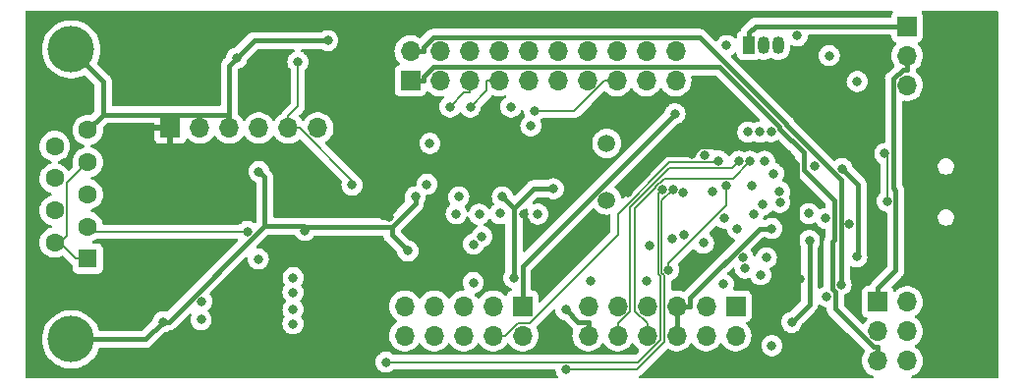
<source format=gbr>
G04 #@! TF.GenerationSoftware,KiCad,Pcbnew,6.99.0-unknown-1140fd0fb0~148~ubuntu20.04.1*
G04 #@! TF.CreationDate,2022-07-29T19:56:23-04:00*
G04 #@! TF.ProjectId,bug-o-matic,6275672d-6f2d-46d6-9174-69632e6b6963,rev?*
G04 #@! TF.SameCoordinates,Original*
G04 #@! TF.FileFunction,Copper,L3,Inr*
G04 #@! TF.FilePolarity,Positive*
%FSLAX46Y46*%
G04 Gerber Fmt 4.6, Leading zero omitted, Abs format (unit mm)*
G04 Created by KiCad (PCBNEW 6.99.0-unknown-1140fd0fb0~148~ubuntu20.04.1) date 2022-07-29 19:56:23*
%MOMM*%
%LPD*%
G01*
G04 APERTURE LIST*
G04 #@! TA.AperFunction,ComponentPad*
%ADD10C,1.500000*%
G04 #@! TD*
G04 #@! TA.AperFunction,ComponentPad*
%ADD11R,1.700000X1.700000*%
G04 #@! TD*
G04 #@! TA.AperFunction,ComponentPad*
%ADD12O,1.700000X1.700000*%
G04 #@! TD*
G04 #@! TA.AperFunction,ComponentPad*
%ADD13R,1.050000X1.500000*%
G04 #@! TD*
G04 #@! TA.AperFunction,ComponentPad*
%ADD14O,1.050000X1.500000*%
G04 #@! TD*
G04 #@! TA.AperFunction,ComponentPad*
%ADD15C,4.000000*%
G04 #@! TD*
G04 #@! TA.AperFunction,ComponentPad*
%ADD16R,1.600000X1.600000*%
G04 #@! TD*
G04 #@! TA.AperFunction,ComponentPad*
%ADD17C,1.600000*%
G04 #@! TD*
G04 #@! TA.AperFunction,ViaPad*
%ADD18C,0.800000*%
G04 #@! TD*
G04 #@! TA.AperFunction,Conductor*
%ADD19C,0.450000*%
G04 #@! TD*
G04 #@! TA.AperFunction,Conductor*
%ADD20C,0.200000*%
G04 #@! TD*
G04 APERTURE END LIST*
D10*
X169250000Y-82700000D03*
X169250000Y-77820000D03*
D11*
X131649999Y-76499999D03*
D12*
X134189999Y-76499999D03*
X136729999Y-76499999D03*
X139269999Y-76499999D03*
X141809999Y-76499999D03*
X144349999Y-76499999D03*
D13*
X181479999Y-69359999D03*
D14*
X182749999Y-69359999D03*
X184019999Y-69359999D03*
D11*
X192599999Y-91474999D03*
D12*
X195139999Y-91474999D03*
X192599999Y-94014999D03*
X195139999Y-94014999D03*
X192599999Y-96554999D03*
X195139999Y-96554999D03*
D11*
X195124999Y-67724999D03*
D12*
X195124999Y-70264999D03*
X195124999Y-72804999D03*
D11*
X152324999Y-72399999D03*
D12*
X152324999Y-69859999D03*
X154864999Y-72399999D03*
X154864999Y-69859999D03*
X157404999Y-72399999D03*
X157404999Y-69859999D03*
X159944999Y-72399999D03*
X159944999Y-69859999D03*
X162484999Y-72399999D03*
X162484999Y-69859999D03*
X165024999Y-72399999D03*
X165024999Y-69859999D03*
X167564999Y-72399999D03*
X167564999Y-69859999D03*
X170104999Y-72399999D03*
X170104999Y-69859999D03*
X172644999Y-72399999D03*
X172644999Y-69859999D03*
X175184999Y-72399999D03*
X175184999Y-69859999D03*
X151839999Y-94389999D03*
X151839999Y-91849999D03*
X154379999Y-94389999D03*
X154379999Y-91849999D03*
X156919999Y-94389999D03*
X156919999Y-91849999D03*
X159459999Y-94389999D03*
X159459999Y-91849999D03*
X161999999Y-94389999D03*
D11*
X161999999Y-91849999D03*
X180349999Y-91849999D03*
D12*
X180349999Y-94389999D03*
X177809999Y-91849999D03*
X177809999Y-94389999D03*
X175269999Y-91849999D03*
X175269999Y-94389999D03*
X172729999Y-91849999D03*
X172729999Y-94389999D03*
X170189999Y-91849999D03*
X170189999Y-94389999D03*
X167649999Y-91849999D03*
X167649999Y-94389999D03*
D15*
X123110300Y-69710000D03*
X123110300Y-94710000D03*
D16*
X124530299Y-87749999D03*
D17*
X124530300Y-84980000D03*
X124530300Y-82210000D03*
X124530300Y-79440000D03*
X124530300Y-76670000D03*
X121690300Y-86365000D03*
X121690300Y-83595000D03*
X121690300Y-80825000D03*
X121690300Y-78055000D03*
D18*
X161255100Y-89417400D03*
X143225900Y-85334300D03*
X183462700Y-85150100D03*
X131022200Y-93191000D03*
X185175500Y-93237500D03*
X186713400Y-86188400D03*
X152750000Y-82433100D03*
X164648700Y-81724500D03*
X139275000Y-80238000D03*
X187133700Y-79785400D03*
X185652000Y-68542500D03*
X165738700Y-92163700D03*
X152106700Y-87088700D03*
X145212100Y-68953200D03*
X160250000Y-82427700D03*
X137352400Y-70469800D03*
X156500000Y-82428500D03*
X190787100Y-87597100D03*
X189519000Y-79995000D03*
X190160700Y-84737500D03*
X184802100Y-78790300D03*
X144250000Y-83267100D03*
X162077400Y-83909600D03*
X149030900Y-69455900D03*
X150493200Y-84148300D03*
X185915900Y-89471300D03*
X176592100Y-78790300D03*
X171060100Y-82024700D03*
X175119800Y-75266700D03*
X179572300Y-69376500D03*
X189435400Y-89988400D03*
X188195800Y-91029500D03*
X155750200Y-74674800D03*
X157500200Y-74674800D03*
X161002900Y-74672100D03*
X162999100Y-75030300D03*
X178342300Y-82000000D03*
X177686800Y-78829000D03*
X175847000Y-82018200D03*
X147301300Y-81412400D03*
X142636200Y-70775000D03*
X181409700Y-76831600D03*
X154009600Y-77809100D03*
X153750000Y-81337900D03*
X186653300Y-83870500D03*
X181874400Y-83916200D03*
X158256500Y-83931500D03*
X179360500Y-84254600D03*
X156272300Y-83897300D03*
X160042000Y-83871100D03*
X182684500Y-83107300D03*
X182452500Y-76847100D03*
X162704000Y-76305900D03*
X163305200Y-83907900D03*
X181753500Y-81425300D03*
X157780900Y-86507400D03*
X184152900Y-81999200D03*
X172648200Y-89660200D03*
X179304100Y-89945900D03*
X138285900Y-85415900D03*
X139223400Y-87780600D03*
X134293400Y-93014900D03*
X134364100Y-91423700D03*
X178886800Y-79328600D03*
X174587300Y-88717100D03*
X179519900Y-81459200D03*
X181167900Y-88561900D03*
X180973400Y-87654000D03*
X184165000Y-82899600D03*
X188134700Y-84282500D03*
X180500000Y-85167300D03*
X181582200Y-79356000D03*
X190825000Y-72478700D03*
X180626300Y-79356500D03*
X188419600Y-70255400D03*
X182500000Y-89146100D03*
X183000000Y-87663400D03*
X183402300Y-76798700D03*
X183618500Y-80409100D03*
X182837600Y-79354000D03*
X167831100Y-89656100D03*
X158500000Y-85845300D03*
X157739700Y-89814700D03*
X172927600Y-86667700D03*
X142210000Y-93368000D03*
X142217300Y-92129900D03*
X174852600Y-86056200D03*
X142215800Y-90655000D03*
X175877300Y-85705700D03*
X142228100Y-89385000D03*
X177584300Y-86412500D03*
X183475000Y-95249500D03*
X193200000Y-78694100D03*
X193411100Y-82800000D03*
X174036200Y-81799300D03*
X150238000Y-96665000D03*
X174937600Y-81802400D03*
X165747800Y-97285300D03*
D19*
X125875600Y-75324700D02*
X124530300Y-76670000D01*
X123110300Y-94710000D02*
X129503200Y-94710000D01*
X160250000Y-82427700D02*
X161247400Y-83425100D01*
X129503200Y-94710000D02*
X131022200Y-93191000D01*
X176445300Y-91850000D02*
X176445300Y-91115400D01*
X139763700Y-80726700D02*
X139275000Y-80238000D01*
X139763700Y-84963800D02*
X139763700Y-80726700D01*
X136730000Y-75324700D02*
X125875600Y-75324700D01*
X167650000Y-94390000D02*
X167650000Y-93214700D01*
X186713400Y-91699600D02*
X185175500Y-93237500D01*
X143225900Y-85014700D02*
X143225900Y-85334300D01*
X175270000Y-91850000D02*
X176445300Y-91850000D01*
X138869000Y-68953200D02*
X137352400Y-70469800D01*
X150732100Y-85014700D02*
X150732100Y-85714100D01*
X162955700Y-81724500D02*
X164648700Y-81724500D01*
X150732100Y-85714100D02*
X152106700Y-87088700D01*
X136730000Y-71092200D02*
X137352400Y-70469800D01*
X143175000Y-84963800D02*
X143225900Y-85014700D01*
X150732100Y-85014700D02*
X143225900Y-85014700D01*
X166789700Y-93214700D02*
X165738700Y-92163700D01*
X161255100Y-83425100D02*
X161255100Y-89417400D01*
X145212100Y-68953200D02*
X138869000Y-68953200D01*
X125875600Y-72475300D02*
X123110300Y-69710000D01*
X175270000Y-94390000D02*
X175270000Y-91850000D01*
X161247400Y-83425100D02*
X161255100Y-83425100D01*
X161255100Y-83425100D02*
X162955700Y-81724500D01*
X131022200Y-93191000D02*
X131536500Y-93191000D01*
X136730000Y-75324700D02*
X136730000Y-71092200D01*
X167650000Y-93214700D02*
X166789700Y-93214700D01*
X125875600Y-75324700D02*
X125875600Y-72475300D01*
X182410600Y-85150100D02*
X183462700Y-85150100D01*
X176445300Y-91115400D02*
X182410600Y-85150100D01*
X136730000Y-76500000D02*
X136730000Y-75324700D01*
X152750000Y-82433100D02*
X152750000Y-82996800D01*
X131536500Y-93191000D02*
X139763700Y-84963800D01*
X139763700Y-84963800D02*
X143175000Y-84963800D01*
X186713400Y-86188400D02*
X186713400Y-91699600D01*
X152750000Y-82996800D02*
X150732100Y-85014700D01*
X190886000Y-81362000D02*
X189519000Y-79995000D01*
X190886000Y-87498200D02*
X190886000Y-81362000D01*
X190787100Y-87597100D02*
X190886000Y-87498200D01*
X184802100Y-78790300D02*
X184115400Y-78103600D01*
X184115400Y-78103600D02*
X177278800Y-78103600D01*
X185915900Y-89471300D02*
X185626900Y-89182300D01*
X174294500Y-78790300D02*
X171060100Y-82024700D01*
X149030900Y-69455900D02*
X149030900Y-83267100D01*
X149030900Y-83267100D02*
X149912100Y-84148300D01*
X176592100Y-78790300D02*
X174294500Y-78790300D01*
X149912100Y-84148300D02*
X150493200Y-84148300D01*
X177278800Y-78103600D02*
X176592100Y-78790300D01*
X185626900Y-79615100D02*
X184802100Y-78790300D01*
X185626900Y-89182300D02*
X185626900Y-79615100D01*
X149030900Y-83267100D02*
X144250000Y-83267100D01*
X182039700Y-67725000D02*
X195125000Y-67725000D01*
X162000000Y-91850000D02*
X162000000Y-90674700D01*
X162000000Y-88386500D02*
X162000000Y-90674700D01*
X181480000Y-68284700D02*
X182039700Y-67725000D01*
X181480000Y-69360000D02*
X181480000Y-68284700D01*
X175119800Y-75266700D02*
X162000000Y-88386500D01*
X184677900Y-76207500D02*
X189435400Y-80965000D01*
X153500300Y-69860000D02*
X153500300Y-69492700D01*
X154308400Y-68684600D02*
X177242300Y-68684600D01*
X177242300Y-68684600D02*
X184677900Y-76120200D01*
X152325000Y-69860000D02*
X153500300Y-69860000D01*
X153500300Y-69492700D02*
X154308400Y-68684600D01*
X184677900Y-76120200D02*
X184677900Y-76207500D01*
X189435400Y-80965000D02*
X189435400Y-89988400D01*
X192600000Y-90299700D02*
X194145900Y-88753800D01*
X194145900Y-81862000D02*
X193949700Y-81665800D01*
X192600000Y-91475000D02*
X192600000Y-90299700D01*
X193949700Y-72248200D02*
X194757600Y-71440300D01*
X194757600Y-71440300D02*
X195125000Y-71440300D01*
X195125000Y-70265000D02*
X195125000Y-71440300D01*
X194145900Y-88753800D02*
X194145900Y-81862000D01*
X193949700Y-81665800D02*
X193949700Y-72248200D01*
D20*
X157405000Y-72400000D02*
X157405000Y-73450300D01*
X156974700Y-73450300D02*
X155750200Y-74674800D01*
X157405000Y-73450300D02*
X156974700Y-73450300D01*
X158894700Y-73280300D02*
X157500200Y-74674800D01*
X159945000Y-72400000D02*
X158894700Y-72400000D01*
X158894700Y-72400000D02*
X158894700Y-73280300D01*
X166424400Y-75030300D02*
X162999100Y-75030300D01*
X170105000Y-72400000D02*
X169054700Y-72400000D01*
X169054700Y-72400000D02*
X166424400Y-75030300D01*
X142769100Y-76500000D02*
X147301300Y-81032200D01*
X141810000Y-76500000D02*
X141810000Y-75449700D01*
X147301300Y-81032200D02*
X147301300Y-81412400D01*
X141810000Y-76500000D02*
X142769100Y-76500000D01*
X142636200Y-74623500D02*
X142636200Y-70775000D01*
X141810000Y-75449700D02*
X142636200Y-74623500D01*
X122730900Y-85779100D02*
X122145000Y-86365000D01*
X124530300Y-87750000D02*
X123530000Y-87750000D01*
X121690300Y-86365000D02*
X122145000Y-86365000D01*
X124530300Y-79440000D02*
X122730900Y-81239400D01*
X122145000Y-86365000D02*
X123530000Y-87750000D01*
X122730900Y-81239400D02*
X122730900Y-85779100D01*
X124966200Y-85415900D02*
X138285900Y-85415900D01*
X124530300Y-84980000D02*
X124966200Y-85415900D01*
D19*
X188863300Y-86131500D02*
X188863300Y-82715000D01*
X188863300Y-82715000D02*
X186220300Y-80072000D01*
X153500300Y-72032700D02*
X153500300Y-72400000D01*
X184127600Y-76414400D02*
X178922600Y-71209400D01*
X192600000Y-95379700D02*
X192232700Y-95379700D01*
X186220300Y-80072000D02*
X186220300Y-78616400D01*
X154323600Y-71209400D02*
X153500300Y-72032700D01*
X188931800Y-90571700D02*
X188689600Y-90329500D01*
X188689600Y-86305200D02*
X188863300Y-86131500D01*
X188689600Y-90329500D02*
X188689600Y-86305200D01*
X184127600Y-76523700D02*
X184127600Y-76414400D01*
X152325000Y-72400000D02*
X153500300Y-72400000D01*
X178922600Y-71209400D02*
X154323600Y-71209400D01*
X192600000Y-96555000D02*
X192600000Y-95379700D01*
X188931800Y-92078800D02*
X188931800Y-90571700D01*
X186220300Y-78616400D02*
X184127600Y-76523700D01*
X192232700Y-95379700D02*
X188931800Y-92078800D01*
D20*
X170200400Y-83884600D02*
X174619900Y-79465100D01*
X178750300Y-79465100D02*
X178886800Y-79328600D01*
X159460000Y-94390000D02*
X160510300Y-94390000D01*
X162569700Y-93339700D02*
X170200400Y-85709000D01*
X161560600Y-93339700D02*
X162569700Y-93339700D01*
X170200400Y-85709000D02*
X170200400Y-83884600D01*
X160510300Y-94390000D02*
X161560600Y-93339700D01*
X174619900Y-79465100D02*
X178750300Y-79465100D01*
X174587300Y-88717100D02*
X174587300Y-88128400D01*
X174587300Y-88128400D02*
X179519900Y-83195800D01*
X179519900Y-83195800D02*
X179519900Y-81459200D01*
X174184900Y-80842200D02*
X180096000Y-80842200D01*
X180096000Y-80842200D02*
X181582200Y-79356000D01*
X173435900Y-81591200D02*
X173435900Y-81550800D01*
X173435900Y-81550800D02*
X173787700Y-81199000D01*
X172730000Y-94390000D02*
X172730000Y-93339700D01*
X171658400Y-83368700D02*
X173435900Y-81591200D01*
X171658400Y-92268100D02*
X171658400Y-83368700D01*
X173787700Y-81199000D02*
X173828100Y-81199000D01*
X173828100Y-81199000D02*
X174184900Y-80842200D01*
X172730000Y-93339700D02*
X171658400Y-92268100D01*
X174620800Y-79941300D02*
X180041500Y-79941300D01*
X170190000Y-94390000D02*
X170190000Y-93339700D01*
X171240300Y-83321800D02*
X174620800Y-79941300D01*
X170190000Y-93339700D02*
X171240300Y-92289400D01*
X171240300Y-92289400D02*
X171240300Y-83321800D01*
X180041500Y-79941300D02*
X180626300Y-79356500D01*
X193411100Y-78905200D02*
X193411100Y-82800000D01*
X193200000Y-78694100D02*
X193411100Y-78905200D01*
X171945400Y-96665000D02*
X173828200Y-94782200D01*
X173828200Y-89231400D02*
X173686700Y-89089900D01*
X173686700Y-89089900D02*
X173686700Y-82148800D01*
X173828200Y-94782200D02*
X173828200Y-89231400D01*
X150238000Y-96665000D02*
X171945400Y-96665000D01*
X173686700Y-82148800D02*
X174036200Y-81799300D01*
X174219600Y-94883000D02*
X174219600Y-89198200D01*
X165747800Y-97285300D02*
X171817300Y-97285300D01*
X173987000Y-88965600D02*
X173987000Y-82753000D01*
X174219600Y-89198200D02*
X173987000Y-88965600D01*
X173987000Y-82753000D02*
X174937600Y-81802400D01*
X171817300Y-97285300D02*
X174219600Y-94883000D01*
G04 #@! TA.AperFunction,Conductor*
G36*
X193841360Y-66380502D02*
G01*
X193887853Y-66434158D01*
X193897957Y-66504432D01*
X193874107Y-66562009D01*
X193824111Y-66628796D01*
X193773011Y-66765799D01*
X193766500Y-66826362D01*
X193766500Y-66865500D01*
X193746498Y-66933621D01*
X193692842Y-66980114D01*
X193640500Y-66991500D01*
X182102309Y-66991500D01*
X182084049Y-66990170D01*
X182078181Y-66989311D01*
X182068437Y-66987883D01*
X182068435Y-66987883D01*
X182061178Y-66986820D01*
X182014140Y-66990935D01*
X182013159Y-66991021D01*
X182002178Y-66991500D01*
X181996982Y-66991500D01*
X181993339Y-66991926D01*
X181993335Y-66991926D01*
X181966967Y-66995008D01*
X181963322Y-66995381D01*
X181946971Y-66996812D01*
X181890364Y-67001764D01*
X181883398Y-67004072D01*
X181880923Y-67004583D01*
X181880242Y-67004693D01*
X181879796Y-67004792D01*
X181879143Y-67004977D01*
X181876679Y-67005561D01*
X181869392Y-67006413D01*
X181862500Y-67008922D01*
X181862498Y-67008922D01*
X181800552Y-67031469D01*
X181797090Y-67032672D01*
X181734569Y-67053389D01*
X181734566Y-67053390D01*
X181727599Y-67055699D01*
X181721352Y-67059552D01*
X181719068Y-67060617D01*
X181718420Y-67060885D01*
X181718029Y-67061075D01*
X181717420Y-67061415D01*
X181715165Y-67062548D01*
X181708265Y-67065059D01*
X181702134Y-67069092D01*
X181702131Y-67069093D01*
X181647111Y-67105281D01*
X181644018Y-67107251D01*
X181587912Y-67141857D01*
X181587907Y-67141861D01*
X181581660Y-67145714D01*
X181576468Y-67150906D01*
X181574490Y-67152470D01*
X181573931Y-67152874D01*
X181573580Y-67153160D01*
X181573067Y-67153630D01*
X181571137Y-67155249D01*
X181565006Y-67159282D01*
X181559969Y-67164621D01*
X181514772Y-67212527D01*
X181512218Y-67215156D01*
X181005614Y-67721760D01*
X180991761Y-67733732D01*
X180979102Y-67743156D01*
X180979095Y-67743162D01*
X180973215Y-67747540D01*
X180953515Y-67771018D01*
X180942232Y-67784464D01*
X180934806Y-67792568D01*
X180931131Y-67796243D01*
X180928854Y-67799123D01*
X180912389Y-67819946D01*
X180910074Y-67822787D01*
X180867720Y-67873262D01*
X180867715Y-67873269D01*
X180862998Y-67878891D01*
X180859703Y-67885451D01*
X180858321Y-67887553D01*
X180857910Y-67888122D01*
X180857671Y-67888497D01*
X180857337Y-67889095D01*
X180856005Y-67891255D01*
X180851456Y-67897008D01*
X180824599Y-67954604D01*
X180820506Y-67963381D01*
X180818912Y-67966673D01*
X180786044Y-68032121D01*
X180784350Y-68039270D01*
X180783496Y-68041616D01*
X180783226Y-68042268D01*
X180783071Y-68042712D01*
X180782888Y-68043358D01*
X180782091Y-68045764D01*
X180778991Y-68052411D01*
X180777508Y-68059595D01*
X180777507Y-68059597D01*
X180774539Y-68073972D01*
X180741175Y-68136641D01*
X180714101Y-68157132D01*
X180708796Y-68159111D01*
X180591739Y-68246739D01*
X180586341Y-68253950D01*
X180526805Y-68333481D01*
X180504111Y-68363796D01*
X180453011Y-68500799D01*
X180446500Y-68561362D01*
X180446500Y-68661426D01*
X180426498Y-68729547D01*
X180372842Y-68776040D01*
X180302568Y-68786144D01*
X180237988Y-68756650D01*
X180226864Y-68745736D01*
X180212288Y-68729547D01*
X180183553Y-68697634D01*
X180077070Y-68620269D01*
X180034394Y-68589263D01*
X180034393Y-68589262D01*
X180029052Y-68585382D01*
X180023024Y-68582698D01*
X180023022Y-68582697D01*
X179860619Y-68510391D01*
X179860618Y-68510391D01*
X179854588Y-68507706D01*
X179761187Y-68487853D01*
X179674244Y-68469372D01*
X179674239Y-68469372D01*
X179667787Y-68468000D01*
X179476813Y-68468000D01*
X179470361Y-68469372D01*
X179470356Y-68469372D01*
X179383413Y-68487853D01*
X179290012Y-68507706D01*
X179283982Y-68510391D01*
X179283981Y-68510391D01*
X179121578Y-68582697D01*
X179121576Y-68582698D01*
X179115548Y-68585382D01*
X179110207Y-68589262D01*
X179110206Y-68589263D01*
X179067530Y-68620269D01*
X178961047Y-68697634D01*
X178956626Y-68702544D01*
X178956625Y-68702545D01*
X178916654Y-68746938D01*
X178833260Y-68839556D01*
X178793876Y-68907771D01*
X178769436Y-68950102D01*
X178718053Y-68999095D01*
X178648339Y-69012530D01*
X178582428Y-68986143D01*
X178571222Y-68976196D01*
X177805240Y-68210214D01*
X177793268Y-68196361D01*
X177783844Y-68183702D01*
X177783838Y-68183695D01*
X177779460Y-68177815D01*
X177742536Y-68146832D01*
X177734432Y-68139406D01*
X177730757Y-68135731D01*
X177707045Y-68116982D01*
X177704213Y-68114674D01*
X177653738Y-68072320D01*
X177653731Y-68072315D01*
X177648109Y-68067598D01*
X177641549Y-68064303D01*
X177639447Y-68062921D01*
X177638878Y-68062510D01*
X177638503Y-68062271D01*
X177637905Y-68061937D01*
X177635745Y-68060605D01*
X177629992Y-68056056D01*
X177563591Y-68025093D01*
X177560300Y-68023499D01*
X177555257Y-68020966D01*
X177494879Y-67990644D01*
X177487730Y-67988950D01*
X177485384Y-67988096D01*
X177484732Y-67987826D01*
X177484288Y-67987671D01*
X177483642Y-67987488D01*
X177481237Y-67986691D01*
X177474589Y-67983591D01*
X177402860Y-67968781D01*
X177399323Y-67967996D01*
X177328034Y-67951100D01*
X177320691Y-67951100D01*
X177318176Y-67950806D01*
X177317508Y-67950698D01*
X177317043Y-67950650D01*
X177316348Y-67950620D01*
X177313847Y-67950401D01*
X177306664Y-67948918D01*
X177299336Y-67949131D01*
X177299334Y-67949131D01*
X177233494Y-67951047D01*
X177229829Y-67951100D01*
X154371016Y-67951100D01*
X154352754Y-67949770D01*
X154337138Y-67947482D01*
X154337134Y-67947482D01*
X154329878Y-67946419D01*
X154322573Y-67947058D01*
X154322568Y-67947058D01*
X154281848Y-67950621D01*
X154270867Y-67951100D01*
X154265682Y-67951100D01*
X154235685Y-67954606D01*
X154232064Y-67954976D01*
X154223331Y-67955740D01*
X154166373Y-67960723D01*
X154166368Y-67960724D01*
X154159064Y-67961363D01*
X154152101Y-67963670D01*
X154149619Y-67964183D01*
X154148950Y-67964291D01*
X154148501Y-67964391D01*
X154147822Y-67964583D01*
X154145384Y-67965161D01*
X154138092Y-67966013D01*
X154131195Y-67968523D01*
X154131188Y-67968525D01*
X154069274Y-67991060D01*
X154065815Y-67992263D01*
X154039092Y-68001119D01*
X153996299Y-68015299D01*
X153990050Y-68019153D01*
X153987771Y-68020216D01*
X153987132Y-68020481D01*
X153986719Y-68020680D01*
X153986120Y-68021015D01*
X153983865Y-68022148D01*
X153976965Y-68024659D01*
X153970834Y-68028692D01*
X153970831Y-68028693D01*
X153915811Y-68064881D01*
X153912718Y-68066851D01*
X153856612Y-68101457D01*
X153856607Y-68101461D01*
X153850360Y-68105314D01*
X153845168Y-68110506D01*
X153843190Y-68112070D01*
X153842631Y-68112474D01*
X153842280Y-68112760D01*
X153841767Y-68113230D01*
X153839837Y-68114849D01*
X153833706Y-68118882D01*
X153819958Y-68133454D01*
X153783472Y-68172127D01*
X153780918Y-68174756D01*
X153242762Y-68712912D01*
X153180450Y-68746938D01*
X153109635Y-68741873D01*
X153079081Y-68724813D01*
X153079049Y-68724861D01*
X153078356Y-68724408D01*
X153076271Y-68723244D01*
X153074689Y-68722012D01*
X153070576Y-68718811D01*
X152992146Y-68676367D01*
X152877159Y-68614139D01*
X152877156Y-68614138D01*
X152872574Y-68611658D01*
X152659635Y-68538556D01*
X152654501Y-68537699D01*
X152654496Y-68537698D01*
X152442706Y-68502357D01*
X152442704Y-68502357D01*
X152437569Y-68501500D01*
X152212431Y-68501500D01*
X152207296Y-68502357D01*
X152207294Y-68502357D01*
X151995504Y-68537698D01*
X151995499Y-68537699D01*
X151990365Y-68538556D01*
X151777426Y-68611658D01*
X151772844Y-68614138D01*
X151772841Y-68614139D01*
X151657854Y-68676367D01*
X151579424Y-68718811D01*
X151575313Y-68722010D01*
X151575311Y-68722012D01*
X151430598Y-68834648D01*
X151401760Y-68857094D01*
X151398228Y-68860931D01*
X151252806Y-69018899D01*
X151252803Y-69018903D01*
X151249278Y-69022732D01*
X151246427Y-69027096D01*
X151147933Y-69177853D01*
X151126140Y-69211209D01*
X151124048Y-69215978D01*
X151124046Y-69215982D01*
X151066621Y-69346900D01*
X151035704Y-69417384D01*
X151034422Y-69422445D01*
X151034422Y-69422446D01*
X150984146Y-69620982D01*
X150980436Y-69635632D01*
X150980006Y-69640823D01*
X150980005Y-69640828D01*
X150973573Y-69718456D01*
X150961844Y-69860000D01*
X150962274Y-69865189D01*
X150978355Y-70059249D01*
X150980436Y-70084368D01*
X150981717Y-70089426D01*
X150981717Y-70089427D01*
X151033244Y-70292900D01*
X151035704Y-70302616D01*
X151051597Y-70338848D01*
X151111713Y-70475900D01*
X151126140Y-70508791D01*
X151128990Y-70513153D01*
X151128992Y-70513157D01*
X151194113Y-70612831D01*
X151249278Y-70697268D01*
X151252803Y-70701097D01*
X151252806Y-70701101D01*
X151392475Y-70852820D01*
X151423896Y-70916485D01*
X151415909Y-70987031D01*
X151371051Y-71042060D01*
X151343809Y-71056213D01*
X151228796Y-71099111D01*
X151221584Y-71104510D01*
X151221582Y-71104511D01*
X151219458Y-71106101D01*
X151111739Y-71186739D01*
X151024111Y-71303796D01*
X150973011Y-71440799D01*
X150966500Y-71501362D01*
X150966500Y-73298638D01*
X150973011Y-73359201D01*
X151024111Y-73496204D01*
X151111739Y-73613261D01*
X151125008Y-73623194D01*
X151198183Y-73677972D01*
X151228796Y-73700889D01*
X151365799Y-73751989D01*
X151402705Y-73755957D01*
X151423012Y-73758140D01*
X151423015Y-73758140D01*
X151426362Y-73758500D01*
X153223638Y-73758500D01*
X153226985Y-73758140D01*
X153226988Y-73758140D01*
X153247295Y-73755957D01*
X153284201Y-73751989D01*
X153421204Y-73700889D01*
X153451818Y-73677972D01*
X153524992Y-73623194D01*
X153538261Y-73613261D01*
X153625889Y-73496204D01*
X153669998Y-73377944D01*
X153712545Y-73321108D01*
X153779065Y-73296297D01*
X153848439Y-73311388D01*
X153880755Y-73336638D01*
X153901526Y-73359201D01*
X153941760Y-73402906D01*
X154119424Y-73541189D01*
X154317426Y-73648342D01*
X154530365Y-73721444D01*
X154535499Y-73722301D01*
X154535504Y-73722302D01*
X154747294Y-73757643D01*
X154747296Y-73757643D01*
X154752431Y-73758500D01*
X154977569Y-73758500D01*
X154982701Y-73757644D01*
X154982709Y-73757643D01*
X155084039Y-73740734D01*
X155154523Y-73749252D01*
X155209213Y-73794523D01*
X155230745Y-73862176D01*
X155212283Y-73930730D01*
X155178840Y-73966950D01*
X155138947Y-73995934D01*
X155134526Y-74000844D01*
X155134525Y-74000845D01*
X155024382Y-74123172D01*
X155011160Y-74137856D01*
X154981511Y-74189209D01*
X154942182Y-74257330D01*
X154915673Y-74303244D01*
X154856658Y-74484872D01*
X154855968Y-74491433D01*
X154855968Y-74491435D01*
X154846068Y-74585630D01*
X154836696Y-74674800D01*
X154837386Y-74681365D01*
X154853842Y-74837932D01*
X154856658Y-74864728D01*
X154915673Y-75046356D01*
X154918976Y-75052078D01*
X154918977Y-75052079D01*
X154925001Y-75062513D01*
X155011160Y-75211744D01*
X155015578Y-75216651D01*
X155015579Y-75216652D01*
X155087395Y-75296412D01*
X155138947Y-75353666D01*
X155293448Y-75465918D01*
X155299476Y-75468602D01*
X155299478Y-75468603D01*
X155461881Y-75540909D01*
X155467912Y-75543594D01*
X155552440Y-75561561D01*
X155648256Y-75581928D01*
X155648261Y-75581928D01*
X155654713Y-75583300D01*
X155845687Y-75583300D01*
X155852139Y-75581928D01*
X155852144Y-75581928D01*
X155947960Y-75561561D01*
X156032488Y-75543594D01*
X156038519Y-75540909D01*
X156200922Y-75468603D01*
X156200924Y-75468602D01*
X156206952Y-75465918D01*
X156361453Y-75353666D01*
X156413005Y-75296412D01*
X156484821Y-75216652D01*
X156484822Y-75216651D01*
X156489240Y-75211744D01*
X156516081Y-75165254D01*
X156567463Y-75116261D01*
X156637177Y-75102825D01*
X156703088Y-75129211D01*
X156734319Y-75165254D01*
X156761160Y-75211744D01*
X156765578Y-75216651D01*
X156765579Y-75216652D01*
X156837395Y-75296412D01*
X156888947Y-75353666D01*
X157043448Y-75465918D01*
X157049476Y-75468602D01*
X157049478Y-75468603D01*
X157211881Y-75540909D01*
X157217912Y-75543594D01*
X157302440Y-75561561D01*
X157398256Y-75581928D01*
X157398261Y-75581928D01*
X157404713Y-75583300D01*
X157595687Y-75583300D01*
X157602139Y-75581928D01*
X157602144Y-75581928D01*
X157697960Y-75561561D01*
X157782488Y-75543594D01*
X157788519Y-75540909D01*
X157950922Y-75468603D01*
X157950924Y-75468602D01*
X157956952Y-75465918D01*
X158111453Y-75353666D01*
X158163005Y-75296412D01*
X158234821Y-75216652D01*
X158234822Y-75216651D01*
X158239240Y-75211744D01*
X158325399Y-75062513D01*
X158331423Y-75052079D01*
X158331424Y-75052078D01*
X158334727Y-75046356D01*
X158393742Y-74864728D01*
X158396559Y-74837932D01*
X158413014Y-74681365D01*
X158413704Y-74674800D01*
X158413516Y-74673014D01*
X158433016Y-74606604D01*
X158449919Y-74585630D01*
X159290934Y-73744615D01*
X159303325Y-73733748D01*
X159322137Y-73719313D01*
X159328687Y-73714287D01*
X159333713Y-73707737D01*
X159338595Y-73702855D01*
X159400907Y-73668829D01*
X159468602Y-73672777D01*
X159548919Y-73700350D01*
X159610365Y-73721444D01*
X159615499Y-73722301D01*
X159615504Y-73722302D01*
X159827294Y-73757643D01*
X159827296Y-73757643D01*
X159832431Y-73758500D01*
X160057569Y-73758500D01*
X160062704Y-73757643D01*
X160062706Y-73757643D01*
X160274496Y-73722302D01*
X160274501Y-73722301D01*
X160279635Y-73721444D01*
X160406265Y-73677972D01*
X160477187Y-73674771D01*
X160538583Y-73710423D01*
X160570957Y-73773609D01*
X160564032Y-73844267D01*
X160521236Y-73899081D01*
X160441094Y-73957308D01*
X160391647Y-73993234D01*
X160387226Y-73998144D01*
X160387225Y-73998145D01*
X160337526Y-74053342D01*
X160263860Y-74135156D01*
X160168373Y-74300544D01*
X160109358Y-74482172D01*
X160108668Y-74488733D01*
X160108668Y-74488735D01*
X160098661Y-74583951D01*
X160089396Y-74672100D01*
X160090086Y-74678665D01*
X160100984Y-74782350D01*
X160109358Y-74862028D01*
X160168373Y-75043656D01*
X160171676Y-75049378D01*
X160171677Y-75049379D01*
X160191831Y-75084286D01*
X160263860Y-75209044D01*
X160268278Y-75213951D01*
X160268279Y-75213952D01*
X160379228Y-75337173D01*
X160391647Y-75350966D01*
X160434915Y-75382402D01*
X160537078Y-75456628D01*
X160546148Y-75463218D01*
X160552176Y-75465902D01*
X160552178Y-75465903D01*
X160714581Y-75538209D01*
X160720612Y-75540894D01*
X160795425Y-75556796D01*
X160900956Y-75579228D01*
X160900961Y-75579228D01*
X160907413Y-75580600D01*
X161098387Y-75580600D01*
X161104839Y-75579228D01*
X161104844Y-75579228D01*
X161210375Y-75556796D01*
X161285188Y-75540894D01*
X161291219Y-75538209D01*
X161453622Y-75465903D01*
X161453624Y-75465902D01*
X161459652Y-75463218D01*
X161468723Y-75456628D01*
X161570885Y-75382402D01*
X161614153Y-75350966D01*
X161626572Y-75337173D01*
X161737521Y-75213952D01*
X161737522Y-75213951D01*
X161741940Y-75209044D01*
X161813969Y-75084286D01*
X161834123Y-75049379D01*
X161834124Y-75049378D01*
X161837427Y-75043656D01*
X161842820Y-75027057D01*
X161882892Y-74968453D01*
X161948288Y-74940815D01*
X162018245Y-74952920D01*
X162070552Y-75000925D01*
X162087963Y-75052822D01*
X162104383Y-75209044D01*
X162105558Y-75220228D01*
X162164573Y-75401856D01*
X162167872Y-75407571D01*
X162167873Y-75407572D01*
X162178209Y-75425474D01*
X162194948Y-75494469D01*
X162171729Y-75561561D01*
X162143154Y-75590411D01*
X162092747Y-75627034D01*
X162088326Y-75631944D01*
X162088325Y-75631945D01*
X161985821Y-75745788D01*
X161964960Y-75768956D01*
X161915268Y-75855025D01*
X161875173Y-75924472D01*
X161869473Y-75934344D01*
X161810458Y-76115972D01*
X161790496Y-76305900D01*
X161791186Y-76312465D01*
X161807358Y-76466329D01*
X161810458Y-76495828D01*
X161869473Y-76677456D01*
X161872776Y-76683178D01*
X161872777Y-76683179D01*
X161906450Y-76741502D01*
X161964960Y-76842844D01*
X161969378Y-76847751D01*
X161969379Y-76847752D01*
X162030065Y-76915151D01*
X162092747Y-76984766D01*
X162247248Y-77097018D01*
X162253276Y-77099702D01*
X162253278Y-77099703D01*
X162378080Y-77155268D01*
X162421712Y-77174694D01*
X162509406Y-77193334D01*
X162602056Y-77213028D01*
X162602061Y-77213028D01*
X162608513Y-77214400D01*
X162799487Y-77214400D01*
X162805939Y-77213028D01*
X162805944Y-77213028D01*
X162898594Y-77193334D01*
X162986288Y-77174694D01*
X163029920Y-77155268D01*
X163154722Y-77099703D01*
X163154724Y-77099702D01*
X163160752Y-77097018D01*
X163315253Y-76984766D01*
X163377935Y-76915151D01*
X163438621Y-76847752D01*
X163438622Y-76847751D01*
X163443040Y-76842844D01*
X163501550Y-76741502D01*
X163535223Y-76683179D01*
X163535224Y-76683178D01*
X163538527Y-76677456D01*
X163597542Y-76495828D01*
X163600643Y-76466329D01*
X163616814Y-76312465D01*
X163617504Y-76305900D01*
X163597542Y-76115972D01*
X163538527Y-75934344D01*
X163524891Y-75910726D01*
X163508152Y-75841731D01*
X163531371Y-75774639D01*
X163559947Y-75745788D01*
X163584966Y-75727611D01*
X163610353Y-75709166D01*
X163636174Y-75680489D01*
X163696620Y-75643250D01*
X163729810Y-75638800D01*
X166376264Y-75638800D01*
X166392707Y-75639878D01*
X166424400Y-75644050D01*
X166432589Y-75642972D01*
X166464274Y-75638801D01*
X166464284Y-75638800D01*
X166464285Y-75638800D01*
X166563857Y-75625691D01*
X166575064Y-75624216D01*
X166575066Y-75624215D01*
X166583251Y-75623138D01*
X166731276Y-75561824D01*
X166756765Y-75542266D01*
X166826472Y-75488777D01*
X166826475Y-75488774D01*
X166851834Y-75469315D01*
X166858387Y-75464287D01*
X166870185Y-75448912D01*
X166877852Y-75438921D01*
X166888719Y-75426530D01*
X167918715Y-74396534D01*
X168959766Y-73355482D01*
X169022078Y-73321457D01*
X169092893Y-73326521D01*
X169141561Y-73359239D01*
X169181760Y-73402906D01*
X169359424Y-73541189D01*
X169557426Y-73648342D01*
X169770365Y-73721444D01*
X169775499Y-73722301D01*
X169775504Y-73722302D01*
X169987294Y-73757643D01*
X169987296Y-73757643D01*
X169992431Y-73758500D01*
X170217569Y-73758500D01*
X170222704Y-73757643D01*
X170222706Y-73757643D01*
X170434496Y-73722302D01*
X170434501Y-73722301D01*
X170439635Y-73721444D01*
X170652574Y-73648342D01*
X170850576Y-73541189D01*
X171028240Y-73402906D01*
X171115284Y-73308352D01*
X171177194Y-73241101D01*
X171177197Y-73241097D01*
X171180722Y-73237268D01*
X171252494Y-73127412D01*
X171269517Y-73101357D01*
X171323521Y-73055268D01*
X171393868Y-73045693D01*
X171458226Y-73075670D01*
X171480483Y-73101357D01*
X171497506Y-73127412D01*
X171569278Y-73237268D01*
X171572803Y-73241097D01*
X171572806Y-73241101D01*
X171634716Y-73308352D01*
X171721760Y-73402906D01*
X171899424Y-73541189D01*
X172097426Y-73648342D01*
X172310365Y-73721444D01*
X172315499Y-73722301D01*
X172315504Y-73722302D01*
X172527294Y-73757643D01*
X172527296Y-73757643D01*
X172532431Y-73758500D01*
X172757569Y-73758500D01*
X172762704Y-73757643D01*
X172762706Y-73757643D01*
X172974496Y-73722302D01*
X172974501Y-73722301D01*
X172979635Y-73721444D01*
X173192574Y-73648342D01*
X173390576Y-73541189D01*
X173568240Y-73402906D01*
X173655284Y-73308352D01*
X173717194Y-73241101D01*
X173717197Y-73241097D01*
X173720722Y-73237268D01*
X173792494Y-73127412D01*
X173809517Y-73101357D01*
X173863521Y-73055268D01*
X173933868Y-73045693D01*
X173998226Y-73075670D01*
X174020483Y-73101357D01*
X174037506Y-73127412D01*
X174109278Y-73237268D01*
X174112803Y-73241097D01*
X174112806Y-73241101D01*
X174174716Y-73308352D01*
X174261760Y-73402906D01*
X174439424Y-73541189D01*
X174637426Y-73648342D01*
X174850365Y-73721444D01*
X174855499Y-73722301D01*
X174855504Y-73722302D01*
X175067294Y-73757643D01*
X175067296Y-73757643D01*
X175072431Y-73758500D01*
X175297569Y-73758500D01*
X175302704Y-73757643D01*
X175302706Y-73757643D01*
X175514496Y-73722302D01*
X175514501Y-73722301D01*
X175519635Y-73721444D01*
X175732574Y-73648342D01*
X175930576Y-73541189D01*
X176108240Y-73402906D01*
X176195284Y-73308352D01*
X176257194Y-73241101D01*
X176257197Y-73241097D01*
X176260722Y-73237268D01*
X176317514Y-73150341D01*
X176381008Y-73053157D01*
X176381010Y-73053153D01*
X176383860Y-73048791D01*
X176474296Y-72842616D01*
X176529564Y-72624368D01*
X176533608Y-72575573D01*
X176547726Y-72405189D01*
X176548156Y-72400000D01*
X176542021Y-72325964D01*
X176529995Y-72180828D01*
X176529994Y-72180823D01*
X176529564Y-72175632D01*
X176510368Y-72099829D01*
X176513036Y-72028884D01*
X176553637Y-71970642D01*
X176619280Y-71943597D01*
X176632513Y-71942900D01*
X178566584Y-71942900D01*
X178634705Y-71962902D01*
X178655679Y-71979805D01*
X180624543Y-73948668D01*
X182405249Y-75729374D01*
X182439275Y-75791686D01*
X182434210Y-75862501D01*
X182391663Y-75919337D01*
X182342351Y-75941715D01*
X182176678Y-75976931D01*
X182176673Y-75976933D01*
X182170212Y-75978306D01*
X181995748Y-76055982D01*
X181994548Y-76053287D01*
X181938037Y-76066982D01*
X181878453Y-76046032D01*
X181877511Y-76047664D01*
X181871793Y-76044362D01*
X181866452Y-76040482D01*
X181860424Y-76037798D01*
X181860422Y-76037797D01*
X181698019Y-75965491D01*
X181698018Y-75965491D01*
X181691988Y-75962806D01*
X181592763Y-75941715D01*
X181511644Y-75924472D01*
X181511639Y-75924472D01*
X181505187Y-75923100D01*
X181314213Y-75923100D01*
X181307761Y-75924472D01*
X181307756Y-75924472D01*
X181226637Y-75941715D01*
X181127412Y-75962806D01*
X181121382Y-75965491D01*
X181121381Y-75965491D01*
X180958978Y-76037797D01*
X180958976Y-76037798D01*
X180952948Y-76040482D01*
X180947607Y-76044362D01*
X180947606Y-76044363D01*
X180924599Y-76061079D01*
X180798447Y-76152734D01*
X180794026Y-76157644D01*
X180794025Y-76157645D01*
X180715975Y-76244329D01*
X180670660Y-76294656D01*
X180660378Y-76312465D01*
X180588710Y-76436598D01*
X180575173Y-76460044D01*
X180516158Y-76641672D01*
X180515468Y-76648233D01*
X180515468Y-76648235D01*
X180497340Y-76820716D01*
X180496196Y-76831600D01*
X180496886Y-76838165D01*
X180514323Y-77004065D01*
X180516158Y-77021528D01*
X180575173Y-77203156D01*
X180578476Y-77208878D01*
X180578477Y-77208879D01*
X180581665Y-77214400D01*
X180670660Y-77368544D01*
X180675078Y-77373451D01*
X180675079Y-77373452D01*
X180767076Y-77475625D01*
X180798447Y-77510466D01*
X180897543Y-77582464D01*
X180930084Y-77606106D01*
X180952948Y-77622718D01*
X180958976Y-77625402D01*
X180958978Y-77625403D01*
X181092252Y-77684740D01*
X181127412Y-77700394D01*
X181206788Y-77717266D01*
X181307756Y-77738728D01*
X181307761Y-77738728D01*
X181314213Y-77740100D01*
X181505187Y-77740100D01*
X181511639Y-77738728D01*
X181511644Y-77738728D01*
X181612612Y-77717266D01*
X181691988Y-77700394D01*
X181746334Y-77676198D01*
X181866452Y-77622718D01*
X181867652Y-77625413D01*
X181924163Y-77611718D01*
X181983747Y-77632668D01*
X181984689Y-77631036D01*
X181990407Y-77634338D01*
X181995748Y-77638218D01*
X182001776Y-77640902D01*
X182001778Y-77640903D01*
X182164181Y-77713209D01*
X182170212Y-77715894D01*
X182263613Y-77735747D01*
X182350556Y-77754228D01*
X182350561Y-77754228D01*
X182357013Y-77755600D01*
X182547987Y-77755600D01*
X182554439Y-77754228D01*
X182554444Y-77754228D01*
X182641387Y-77735747D01*
X182734788Y-77715894D01*
X182740819Y-77713209D01*
X182903224Y-77640902D01*
X182903225Y-77640901D01*
X182909252Y-77638218D01*
X182914590Y-77634340D01*
X182916008Y-77633521D01*
X182985003Y-77616783D01*
X183030256Y-77627533D01*
X183113977Y-77664808D01*
X183113985Y-77664811D01*
X183120012Y-77667494D01*
X183201148Y-77684740D01*
X183300356Y-77705828D01*
X183300361Y-77705828D01*
X183306813Y-77707200D01*
X183497787Y-77707200D01*
X183504239Y-77705828D01*
X183504244Y-77705828D01*
X183603452Y-77684740D01*
X183684588Y-77667494D01*
X183690621Y-77664808D01*
X183853022Y-77592503D01*
X183853024Y-77592502D01*
X183859052Y-77589818D01*
X183867751Y-77583498D01*
X183944208Y-77527949D01*
X184011076Y-77504090D01*
X184080228Y-77520171D01*
X184107364Y-77540790D01*
X185449895Y-78883320D01*
X185483920Y-78945632D01*
X185486800Y-78972415D01*
X185486800Y-80009384D01*
X185485470Y-80027646D01*
X185483247Y-80042823D01*
X185482119Y-80050522D01*
X185482758Y-80057827D01*
X185482758Y-80057832D01*
X185486321Y-80098552D01*
X185486800Y-80109533D01*
X185486800Y-80114718D01*
X185490134Y-80143237D01*
X185490304Y-80144695D01*
X185490677Y-80148342D01*
X185496423Y-80214027D01*
X185496424Y-80214032D01*
X185497063Y-80221336D01*
X185499370Y-80228299D01*
X185499883Y-80230781D01*
X185499991Y-80231450D01*
X185500091Y-80231899D01*
X185500283Y-80232578D01*
X185500861Y-80235016D01*
X185501713Y-80242308D01*
X185504223Y-80249205D01*
X185504225Y-80249212D01*
X185526760Y-80311126D01*
X185527963Y-80314585D01*
X185533409Y-80331018D01*
X185550999Y-80384101D01*
X185554853Y-80390350D01*
X185555916Y-80392629D01*
X185556181Y-80393268D01*
X185556380Y-80393681D01*
X185556715Y-80394280D01*
X185557848Y-80396535D01*
X185560359Y-80403435D01*
X185564392Y-80409566D01*
X185564393Y-80409569D01*
X185600581Y-80464589D01*
X185602551Y-80467682D01*
X185637157Y-80523788D01*
X185637161Y-80523793D01*
X185641014Y-80530040D01*
X185646206Y-80535232D01*
X185647770Y-80537210D01*
X185648174Y-80537769D01*
X185648460Y-80538120D01*
X185648930Y-80538633D01*
X185650549Y-80540563D01*
X185654582Y-80546694D01*
X185683233Y-80573725D01*
X185707827Y-80596928D01*
X185710456Y-80599482D01*
X188092895Y-82981921D01*
X188126921Y-83044233D01*
X188129800Y-83071016D01*
X188129800Y-83252712D01*
X188109798Y-83320833D01*
X188056142Y-83367326D01*
X188029998Y-83375959D01*
X187852412Y-83413706D01*
X187846382Y-83416391D01*
X187846381Y-83416391D01*
X187683978Y-83488697D01*
X187683976Y-83488698D01*
X187677948Y-83491382D01*
X187672607Y-83495263D01*
X187672601Y-83495266D01*
X187654145Y-83508675D01*
X187587278Y-83532534D01*
X187518126Y-83516453D01*
X187470966Y-83469739D01*
X187395642Y-83339274D01*
X187395639Y-83339269D01*
X187392340Y-83333556D01*
X187375459Y-83314807D01*
X187268975Y-83196545D01*
X187268974Y-83196544D01*
X187264553Y-83191634D01*
X187146230Y-83105667D01*
X187115394Y-83083263D01*
X187115393Y-83083262D01*
X187110052Y-83079382D01*
X187104024Y-83076698D01*
X187104022Y-83076697D01*
X186941619Y-83004391D01*
X186941618Y-83004391D01*
X186935588Y-83001706D01*
X186842187Y-82981853D01*
X186755244Y-82963372D01*
X186755239Y-82963372D01*
X186748787Y-82962000D01*
X186557813Y-82962000D01*
X186551361Y-82963372D01*
X186551356Y-82963372D01*
X186464413Y-82981853D01*
X186371012Y-83001706D01*
X186364982Y-83004391D01*
X186364981Y-83004391D01*
X186202578Y-83076697D01*
X186202576Y-83076698D01*
X186196548Y-83079382D01*
X186191207Y-83083262D01*
X186191206Y-83083263D01*
X186160370Y-83105667D01*
X186042047Y-83191634D01*
X186037626Y-83196544D01*
X186037625Y-83196545D01*
X185931142Y-83314807D01*
X185914260Y-83333556D01*
X185858101Y-83430826D01*
X185822659Y-83492214D01*
X185818773Y-83498944D01*
X185759758Y-83680572D01*
X185759068Y-83687133D01*
X185759068Y-83687135D01*
X185749176Y-83781255D01*
X185739796Y-83870500D01*
X185740486Y-83877065D01*
X185758581Y-84049225D01*
X185759758Y-84060428D01*
X185818773Y-84242056D01*
X185822076Y-84247778D01*
X185822077Y-84247779D01*
X185830617Y-84262571D01*
X185914260Y-84407444D01*
X185918678Y-84412351D01*
X185918679Y-84412352D01*
X186037625Y-84544455D01*
X186042047Y-84549366D01*
X186108024Y-84597301D01*
X186151190Y-84628663D01*
X186196548Y-84661618D01*
X186202576Y-84664302D01*
X186202578Y-84664303D01*
X186358542Y-84733742D01*
X186371012Y-84739294D01*
X186464412Y-84759147D01*
X186551356Y-84777628D01*
X186551361Y-84777628D01*
X186557813Y-84779000D01*
X186748787Y-84779000D01*
X186755239Y-84777628D01*
X186755244Y-84777628D01*
X186842187Y-84759147D01*
X186935588Y-84739294D01*
X186948058Y-84733742D01*
X187104022Y-84664303D01*
X187104024Y-84664302D01*
X187110052Y-84661618D01*
X187115393Y-84657737D01*
X187115399Y-84657734D01*
X187133855Y-84644325D01*
X187200722Y-84620466D01*
X187269874Y-84636547D01*
X187317034Y-84683261D01*
X187392358Y-84813726D01*
X187392361Y-84813731D01*
X187395660Y-84819444D01*
X187400078Y-84824351D01*
X187400079Y-84824352D01*
X187484817Y-84918463D01*
X187523447Y-84961366D01*
X187547981Y-84979191D01*
X187647503Y-85051498D01*
X187677948Y-85073618D01*
X187683976Y-85076302D01*
X187683978Y-85076303D01*
X187846381Y-85148609D01*
X187852412Y-85151294D01*
X188029997Y-85189041D01*
X188092470Y-85222770D01*
X188126792Y-85284919D01*
X188129800Y-85312288D01*
X188129800Y-85785360D01*
X188109798Y-85853481D01*
X188100321Y-85866351D01*
X188077320Y-85893762D01*
X188077315Y-85893769D01*
X188072598Y-85899391D01*
X188069303Y-85905951D01*
X188067921Y-85908053D01*
X188067510Y-85908622D01*
X188067271Y-85908997D01*
X188066937Y-85909595D01*
X188065605Y-85911755D01*
X188061056Y-85917508D01*
X188030843Y-85982301D01*
X188030096Y-85983902D01*
X188028503Y-85987193D01*
X187995644Y-86052621D01*
X187993950Y-86059770D01*
X187993096Y-86062116D01*
X187992826Y-86062768D01*
X187992671Y-86063212D01*
X187992488Y-86063858D01*
X187991691Y-86066263D01*
X187988591Y-86072911D01*
X187976779Y-86130121D01*
X187973784Y-86144625D01*
X187972996Y-86148177D01*
X187956100Y-86219466D01*
X187956100Y-86226809D01*
X187955806Y-86229324D01*
X187955698Y-86229992D01*
X187955650Y-86230457D01*
X187955620Y-86231152D01*
X187955401Y-86233653D01*
X187953918Y-86240836D01*
X187954131Y-86248164D01*
X187954131Y-86248166D01*
X187956047Y-86314006D01*
X187956100Y-86317671D01*
X187956100Y-90059919D01*
X187936098Y-90128040D01*
X187881348Y-90175026D01*
X187745081Y-90235695D01*
X187745074Y-90235699D01*
X187739048Y-90238382D01*
X187733707Y-90242262D01*
X187733706Y-90242263D01*
X187646961Y-90305287D01*
X187580093Y-90329146D01*
X187510942Y-90313065D01*
X187461461Y-90262151D01*
X187446900Y-90203351D01*
X187446900Y-86768701D01*
X187463781Y-86705701D01*
X187544623Y-86565679D01*
X187544624Y-86565678D01*
X187547927Y-86559956D01*
X187606942Y-86378328D01*
X187607768Y-86370475D01*
X187626214Y-86194965D01*
X187626904Y-86188400D01*
X187624214Y-86162807D01*
X187607632Y-86005035D01*
X187607632Y-86005033D01*
X187606942Y-85998472D01*
X187547927Y-85816844D01*
X187537571Y-85798906D01*
X187508072Y-85747814D01*
X187452440Y-85651456D01*
X187443288Y-85641291D01*
X187329075Y-85514445D01*
X187329074Y-85514444D01*
X187324653Y-85509534D01*
X187170152Y-85397282D01*
X187164124Y-85394598D01*
X187164122Y-85394597D01*
X187001719Y-85322291D01*
X187001718Y-85322291D01*
X186995688Y-85319606D01*
X186902288Y-85299753D01*
X186815344Y-85281272D01*
X186815339Y-85281272D01*
X186808887Y-85279900D01*
X186617913Y-85279900D01*
X186611461Y-85281272D01*
X186611456Y-85281272D01*
X186524512Y-85299753D01*
X186431112Y-85319606D01*
X186425082Y-85322291D01*
X186425081Y-85322291D01*
X186262678Y-85394597D01*
X186262676Y-85394598D01*
X186256648Y-85397282D01*
X186102147Y-85509534D01*
X186097726Y-85514444D01*
X186097725Y-85514445D01*
X185983513Y-85641291D01*
X185974360Y-85651456D01*
X185918728Y-85747814D01*
X185889230Y-85798906D01*
X185878873Y-85816844D01*
X185819858Y-85998472D01*
X185819168Y-86005033D01*
X185819168Y-86005035D01*
X185802586Y-86162807D01*
X185799896Y-86188400D01*
X185800586Y-86194965D01*
X185819033Y-86370475D01*
X185819858Y-86378328D01*
X185878873Y-86559956D01*
X185882176Y-86565678D01*
X185882177Y-86565679D01*
X185963019Y-86705701D01*
X185979900Y-86768701D01*
X185979900Y-91343584D01*
X185959898Y-91411705D01*
X185942995Y-91432679D01*
X185064067Y-92311607D01*
X185001170Y-92345759D01*
X184893212Y-92368706D01*
X184887182Y-92371391D01*
X184887181Y-92371391D01*
X184724778Y-92443697D01*
X184724776Y-92443698D01*
X184718748Y-92446382D01*
X184713407Y-92450262D01*
X184713406Y-92450263D01*
X184680640Y-92474069D01*
X184564247Y-92558634D01*
X184559826Y-92563544D01*
X184559825Y-92563545D01*
X184448425Y-92687268D01*
X184436460Y-92700556D01*
X184401639Y-92760867D01*
X184346650Y-92856112D01*
X184340973Y-92865944D01*
X184281958Y-93047572D01*
X184281268Y-93054133D01*
X184281268Y-93054135D01*
X184266590Y-93193786D01*
X184261996Y-93237500D01*
X184262686Y-93244065D01*
X184276539Y-93375865D01*
X184281958Y-93427428D01*
X184340973Y-93609056D01*
X184436460Y-93774444D01*
X184440878Y-93779351D01*
X184440879Y-93779352D01*
X184555881Y-93907075D01*
X184564247Y-93916366D01*
X184658442Y-93984803D01*
X184707147Y-94020189D01*
X184718748Y-94028618D01*
X184724776Y-94031302D01*
X184724778Y-94031303D01*
X184857740Y-94090501D01*
X184893212Y-94106294D01*
X184986613Y-94126147D01*
X185073556Y-94144628D01*
X185073561Y-94144628D01*
X185080013Y-94146000D01*
X185270987Y-94146000D01*
X185277439Y-94144628D01*
X185277444Y-94144628D01*
X185364387Y-94126147D01*
X185457788Y-94106294D01*
X185493260Y-94090501D01*
X185626222Y-94031303D01*
X185626224Y-94031302D01*
X185632252Y-94028618D01*
X185643854Y-94020189D01*
X185692558Y-93984803D01*
X185786753Y-93916366D01*
X185795119Y-93907075D01*
X185910121Y-93779352D01*
X185910122Y-93779351D01*
X185914540Y-93774444D01*
X186010027Y-93609056D01*
X186069042Y-93427428D01*
X186069797Y-93420245D01*
X186069933Y-93419914D01*
X186071105Y-93414400D01*
X186072113Y-93414614D01*
X186096805Y-93354588D01*
X186106012Y-93344314D01*
X187187786Y-92262540D01*
X187201639Y-92250568D01*
X187214298Y-92241144D01*
X187214305Y-92241138D01*
X187220185Y-92236760D01*
X187251168Y-92199836D01*
X187258594Y-92191732D01*
X187262269Y-92188057D01*
X187281018Y-92164345D01*
X187283326Y-92161513D01*
X187325680Y-92111038D01*
X187325685Y-92111031D01*
X187330402Y-92105409D01*
X187333697Y-92098849D01*
X187335079Y-92096747D01*
X187335490Y-92096178D01*
X187335729Y-92095803D01*
X187336063Y-92095205D01*
X187337395Y-92093045D01*
X187341944Y-92087292D01*
X187372907Y-92020891D01*
X187374501Y-92017600D01*
X187404060Y-91958742D01*
X187407356Y-91952179D01*
X187409050Y-91945030D01*
X187409904Y-91942684D01*
X187410174Y-91942032D01*
X187410329Y-91941588D01*
X187410512Y-91940942D01*
X187411309Y-91938537D01*
X187414409Y-91931889D01*
X187416370Y-91922394D01*
X187429216Y-91860175D01*
X187430010Y-91856594D01*
X187432803Y-91844811D01*
X187439058Y-91818422D01*
X187474230Y-91756752D01*
X187537161Y-91723887D01*
X187607871Y-91730262D01*
X187635720Y-91745545D01*
X187739048Y-91820618D01*
X187745076Y-91823302D01*
X187745078Y-91823303D01*
X187907481Y-91895609D01*
X187913512Y-91898294D01*
X188080055Y-91933694D01*
X188094536Y-91936772D01*
X188157009Y-91970501D01*
X188191331Y-92032650D01*
X188193656Y-92057068D01*
X188193619Y-92057322D01*
X188194258Y-92064627D01*
X188194258Y-92064631D01*
X188197821Y-92105352D01*
X188198300Y-92116333D01*
X188198300Y-92121518D01*
X188201672Y-92150362D01*
X188201804Y-92151495D01*
X188202177Y-92155142D01*
X188207923Y-92220827D01*
X188207924Y-92220832D01*
X188208563Y-92228136D01*
X188210870Y-92235099D01*
X188211383Y-92237581D01*
X188211491Y-92238250D01*
X188211591Y-92238699D01*
X188211783Y-92239378D01*
X188212361Y-92241816D01*
X188213213Y-92249108D01*
X188215723Y-92256005D01*
X188215725Y-92256012D01*
X188238260Y-92317926D01*
X188239463Y-92321385D01*
X188244507Y-92336607D01*
X188262499Y-92390901D01*
X188266353Y-92397150D01*
X188267416Y-92399429D01*
X188267681Y-92400068D01*
X188267880Y-92400481D01*
X188268215Y-92401080D01*
X188269348Y-92403335D01*
X188271859Y-92410235D01*
X188275892Y-92416366D01*
X188275893Y-92416369D01*
X188312081Y-92471389D01*
X188314051Y-92474482D01*
X188348657Y-92530588D01*
X188348661Y-92530593D01*
X188352514Y-92536840D01*
X188357706Y-92542032D01*
X188359270Y-92544010D01*
X188359674Y-92544569D01*
X188359960Y-92544920D01*
X188360430Y-92545433D01*
X188362049Y-92547363D01*
X188366082Y-92553494D01*
X188382080Y-92568587D01*
X188419327Y-92603728D01*
X188421956Y-92606282D01*
X189970912Y-94155237D01*
X191455534Y-95639859D01*
X191489560Y-95702171D01*
X191484495Y-95772986D01*
X191471922Y-95797869D01*
X191405372Y-95899732D01*
X191401140Y-95906209D01*
X191399048Y-95910978D01*
X191399046Y-95910982D01*
X191393575Y-95923455D01*
X191310704Y-96112384D01*
X191309422Y-96117445D01*
X191309422Y-96117446D01*
X191264853Y-96293444D01*
X191255436Y-96330632D01*
X191255006Y-96335823D01*
X191255005Y-96335828D01*
X191247154Y-96430582D01*
X191236844Y-96555000D01*
X191255436Y-96779368D01*
X191256717Y-96784426D01*
X191256717Y-96784427D01*
X191307319Y-96984247D01*
X191310704Y-96997616D01*
X191312800Y-97002394D01*
X191397822Y-97196226D01*
X191401140Y-97203791D01*
X191403990Y-97208153D01*
X191403992Y-97208157D01*
X191418701Y-97230670D01*
X191524278Y-97392268D01*
X191527803Y-97396097D01*
X191527806Y-97396101D01*
X191585528Y-97458803D01*
X191676760Y-97557906D01*
X191680879Y-97561112D01*
X191843099Y-97687374D01*
X191854424Y-97696189D01*
X192052426Y-97803342D01*
X192057358Y-97805035D01*
X192171811Y-97844327D01*
X192229746Y-97885364D01*
X192256298Y-97951209D01*
X192243037Y-98020956D01*
X192194172Y-98072461D01*
X192130899Y-98089500D01*
X172099323Y-98089500D01*
X172031202Y-98069498D01*
X171984709Y-98015842D01*
X171974605Y-97945568D01*
X172004099Y-97880988D01*
X172051105Y-97847091D01*
X172057778Y-97844327D01*
X172124176Y-97816824D01*
X172144980Y-97800861D01*
X172219372Y-97743777D01*
X172219375Y-97743774D01*
X172244734Y-97724315D01*
X172251287Y-97719287D01*
X172267109Y-97698668D01*
X172270752Y-97693921D01*
X172281619Y-97681530D01*
X174397993Y-95565156D01*
X174460305Y-95531130D01*
X174531120Y-95536195D01*
X174547053Y-95543435D01*
X174722426Y-95638342D01*
X174935365Y-95711444D01*
X174940499Y-95712301D01*
X174940504Y-95712302D01*
X175152294Y-95747643D01*
X175152296Y-95747643D01*
X175157431Y-95748500D01*
X175382569Y-95748500D01*
X175387704Y-95747643D01*
X175387706Y-95747643D01*
X175599496Y-95712302D01*
X175599501Y-95712301D01*
X175604635Y-95711444D01*
X175817574Y-95638342D01*
X176015576Y-95531189D01*
X176122224Y-95448181D01*
X176189121Y-95396112D01*
X176193240Y-95392906D01*
X176288630Y-95289286D01*
X176342194Y-95231101D01*
X176342197Y-95231097D01*
X176345722Y-95227268D01*
X176434517Y-95091357D01*
X176488521Y-95045268D01*
X176558868Y-95035693D01*
X176623226Y-95065670D01*
X176645483Y-95091357D01*
X176734278Y-95227268D01*
X176737803Y-95231097D01*
X176737806Y-95231101D01*
X176791370Y-95289286D01*
X176886760Y-95392906D01*
X176890879Y-95396112D01*
X176957777Y-95448181D01*
X177064424Y-95531189D01*
X177262426Y-95638342D01*
X177475365Y-95711444D01*
X177480499Y-95712301D01*
X177480504Y-95712302D01*
X177692294Y-95747643D01*
X177692296Y-95747643D01*
X177697431Y-95748500D01*
X177922569Y-95748500D01*
X177927704Y-95747643D01*
X177927706Y-95747643D01*
X178139496Y-95712302D01*
X178139501Y-95712301D01*
X178144635Y-95711444D01*
X178357574Y-95638342D01*
X178555576Y-95531189D01*
X178662224Y-95448181D01*
X178729121Y-95396112D01*
X178733240Y-95392906D01*
X178828630Y-95289286D01*
X178882194Y-95231101D01*
X178882197Y-95231097D01*
X178885722Y-95227268D01*
X178974517Y-95091357D01*
X179028521Y-95045268D01*
X179098868Y-95035693D01*
X179163226Y-95065670D01*
X179185483Y-95091357D01*
X179274278Y-95227268D01*
X179277803Y-95231097D01*
X179277806Y-95231101D01*
X179331370Y-95289286D01*
X179426760Y-95392906D01*
X179430879Y-95396112D01*
X179497777Y-95448181D01*
X179604424Y-95531189D01*
X179802426Y-95638342D01*
X180015365Y-95711444D01*
X180020499Y-95712301D01*
X180020504Y-95712302D01*
X180232294Y-95747643D01*
X180232296Y-95747643D01*
X180237431Y-95748500D01*
X180462569Y-95748500D01*
X180467704Y-95747643D01*
X180467706Y-95747643D01*
X180679496Y-95712302D01*
X180679501Y-95712301D01*
X180684635Y-95711444D01*
X180897574Y-95638342D01*
X181095576Y-95531189D01*
X181202224Y-95448181D01*
X181269121Y-95396112D01*
X181273240Y-95392906D01*
X181368630Y-95289286D01*
X181405256Y-95249500D01*
X182561496Y-95249500D01*
X182562186Y-95256065D01*
X182580500Y-95430309D01*
X182581458Y-95439428D01*
X182640473Y-95621056D01*
X182643776Y-95626778D01*
X182643777Y-95626779D01*
X182658538Y-95652346D01*
X182735960Y-95786444D01*
X182740378Y-95791351D01*
X182740379Y-95791352D01*
X182843797Y-95906209D01*
X182863747Y-95928366D01*
X183018248Y-96040618D01*
X183024276Y-96043302D01*
X183024278Y-96043303D01*
X183186681Y-96115609D01*
X183192712Y-96118294D01*
X183286113Y-96138147D01*
X183373056Y-96156628D01*
X183373061Y-96156628D01*
X183379513Y-96158000D01*
X183570487Y-96158000D01*
X183576939Y-96156628D01*
X183576944Y-96156628D01*
X183663887Y-96138147D01*
X183757288Y-96118294D01*
X183763319Y-96115609D01*
X183925722Y-96043303D01*
X183925724Y-96043302D01*
X183931752Y-96040618D01*
X184086253Y-95928366D01*
X184106203Y-95906209D01*
X184209621Y-95791352D01*
X184209622Y-95791351D01*
X184214040Y-95786444D01*
X184291462Y-95652346D01*
X184306223Y-95626779D01*
X184306224Y-95626778D01*
X184309527Y-95621056D01*
X184368542Y-95439428D01*
X184369501Y-95430309D01*
X184387814Y-95256065D01*
X184388504Y-95249500D01*
X184368542Y-95059572D01*
X184309527Y-94877944D01*
X184214040Y-94712556D01*
X184189899Y-94685744D01*
X184090675Y-94575545D01*
X184090674Y-94575544D01*
X184086253Y-94570634D01*
X183931752Y-94458382D01*
X183925724Y-94455698D01*
X183925722Y-94455697D01*
X183763319Y-94383391D01*
X183763318Y-94383391D01*
X183757288Y-94380706D01*
X183663888Y-94360853D01*
X183576944Y-94342372D01*
X183576939Y-94342372D01*
X183570487Y-94341000D01*
X183379513Y-94341000D01*
X183373061Y-94342372D01*
X183373056Y-94342372D01*
X183286113Y-94360853D01*
X183192712Y-94380706D01*
X183186682Y-94383391D01*
X183186681Y-94383391D01*
X183024278Y-94455697D01*
X183024276Y-94455698D01*
X183018248Y-94458382D01*
X182863747Y-94570634D01*
X182859326Y-94575544D01*
X182859325Y-94575545D01*
X182760102Y-94685744D01*
X182735960Y-94712556D01*
X182640473Y-94877944D01*
X182581458Y-95059572D01*
X182561496Y-95249500D01*
X181405256Y-95249500D01*
X181422194Y-95231101D01*
X181422197Y-95231097D01*
X181425722Y-95227268D01*
X181472160Y-95156189D01*
X181546008Y-95043157D01*
X181546010Y-95043153D01*
X181548860Y-95038791D01*
X181554901Y-95025020D01*
X181621924Y-94872221D01*
X181639296Y-94832616D01*
X181664321Y-94733797D01*
X181693283Y-94619427D01*
X181693283Y-94619426D01*
X181694564Y-94614368D01*
X181713156Y-94390000D01*
X181703637Y-94275128D01*
X181694995Y-94170828D01*
X181694994Y-94170823D01*
X181694564Y-94165632D01*
X181693283Y-94160573D01*
X181640578Y-93952446D01*
X181640578Y-93952445D01*
X181639296Y-93947384D01*
X181578486Y-93808749D01*
X181550954Y-93745982D01*
X181550952Y-93745978D01*
X181548860Y-93741209D01*
X181544629Y-93734732D01*
X181435440Y-93567606D01*
X181425722Y-93552732D01*
X181422197Y-93548903D01*
X181422194Y-93548899D01*
X181282525Y-93397180D01*
X181251104Y-93333515D01*
X181259091Y-93262969D01*
X181303949Y-93207940D01*
X181331191Y-93193787D01*
X181446204Y-93150889D01*
X181458536Y-93141658D01*
X181556050Y-93068659D01*
X181563261Y-93063261D01*
X181614520Y-92994787D01*
X181645489Y-92953418D01*
X181645490Y-92953416D01*
X181650889Y-92946204D01*
X181701989Y-92809201D01*
X181708500Y-92748638D01*
X181708500Y-90951362D01*
X181701989Y-90890799D01*
X181650889Y-90753796D01*
X181598262Y-90683494D01*
X181581846Y-90661565D01*
X181563261Y-90636739D01*
X181522358Y-90606119D01*
X181453418Y-90554511D01*
X181453416Y-90554510D01*
X181446204Y-90549111D01*
X181309201Y-90498011D01*
X181272295Y-90494043D01*
X181251988Y-90491860D01*
X181251985Y-90491860D01*
X181248638Y-90491500D01*
X180254405Y-90491500D01*
X180186284Y-90471498D01*
X180139791Y-90417842D01*
X180129687Y-90347568D01*
X180138121Y-90318332D01*
X180138627Y-90317456D01*
X180197642Y-90135828D01*
X180199584Y-90117357D01*
X180216914Y-89952465D01*
X180217604Y-89945900D01*
X180206094Y-89836390D01*
X180198332Y-89762535D01*
X180198332Y-89762533D01*
X180197642Y-89755972D01*
X180138627Y-89574344D01*
X180043140Y-89408956D01*
X179977476Y-89336028D01*
X179919775Y-89271945D01*
X179919774Y-89271944D01*
X179915353Y-89267034D01*
X179760852Y-89154782D01*
X179754825Y-89152099D01*
X179754817Y-89152094D01*
X179708569Y-89131503D01*
X179654474Y-89085523D01*
X179633825Y-89017595D01*
X179653178Y-88949287D01*
X179670724Y-88927302D01*
X180046844Y-88551182D01*
X180109156Y-88517156D01*
X180179971Y-88522221D01*
X180236807Y-88564768D01*
X180261249Y-88627106D01*
X180273668Y-88745265D01*
X180274358Y-88751828D01*
X180333373Y-88933456D01*
X180336676Y-88939178D01*
X180336677Y-88939179D01*
X180346488Y-88956172D01*
X180428860Y-89098844D01*
X180433278Y-89103751D01*
X180433279Y-89103752D01*
X180535358Y-89217122D01*
X180556647Y-89240766D01*
X180711148Y-89353018D01*
X180717176Y-89355702D01*
X180717178Y-89355703D01*
X180849630Y-89414674D01*
X180885612Y-89430694D01*
X180954342Y-89445303D01*
X181065956Y-89469028D01*
X181065961Y-89469028D01*
X181072413Y-89470400D01*
X181263387Y-89470400D01*
X181269839Y-89469028D01*
X181269844Y-89469028D01*
X181381458Y-89445303D01*
X181450188Y-89430694D01*
X181456215Y-89428011D01*
X181456223Y-89428008D01*
X181485742Y-89414865D01*
X181556109Y-89405431D01*
X181620406Y-89435538D01*
X181656822Y-89491033D01*
X181663430Y-89511370D01*
X181663432Y-89511374D01*
X181665473Y-89517656D01*
X181760960Y-89683044D01*
X181765378Y-89687951D01*
X181765379Y-89687952D01*
X181850664Y-89782671D01*
X181888747Y-89824966D01*
X181926377Y-89852306D01*
X182036683Y-89932448D01*
X182043248Y-89937218D01*
X182049276Y-89939902D01*
X182049278Y-89939903D01*
X182211681Y-90012209D01*
X182217712Y-90014894D01*
X182304677Y-90033379D01*
X182398056Y-90053228D01*
X182398061Y-90053228D01*
X182404513Y-90054600D01*
X182595487Y-90054600D01*
X182601939Y-90053228D01*
X182601944Y-90053228D01*
X182695323Y-90033379D01*
X182782288Y-90014894D01*
X182788319Y-90012209D01*
X182950722Y-89939903D01*
X182950724Y-89939902D01*
X182956752Y-89937218D01*
X182963318Y-89932448D01*
X183073623Y-89852306D01*
X183111253Y-89824966D01*
X183149336Y-89782671D01*
X183234621Y-89687952D01*
X183234622Y-89687951D01*
X183239040Y-89683044D01*
X183334527Y-89517656D01*
X183393542Y-89336028D01*
X183400183Y-89272848D01*
X183412814Y-89152665D01*
X183413504Y-89146100D01*
X183407936Y-89093126D01*
X183394232Y-88962735D01*
X183394232Y-88962733D01*
X183393542Y-88956172D01*
X183334527Y-88774544D01*
X183328663Y-88764387D01*
X183282505Y-88684439D01*
X183265767Y-88615444D01*
X183288988Y-88548352D01*
X183340375Y-88506332D01*
X183450722Y-88457203D01*
X183450724Y-88457202D01*
X183456752Y-88454518D01*
X183463007Y-88449974D01*
X183570366Y-88371972D01*
X183611253Y-88342266D01*
X183648932Y-88300419D01*
X183734621Y-88205252D01*
X183734622Y-88205251D01*
X183739040Y-88200344D01*
X183834527Y-88034956D01*
X183893542Y-87853328D01*
X183899851Y-87793306D01*
X183912814Y-87669965D01*
X183913504Y-87663400D01*
X183896840Y-87504849D01*
X183894232Y-87480035D01*
X183894232Y-87480033D01*
X183893542Y-87473472D01*
X183834527Y-87291844D01*
X183830526Y-87284913D01*
X183769668Y-87179505D01*
X183739040Y-87126456D01*
X183705045Y-87088700D01*
X183615675Y-86989445D01*
X183615674Y-86989444D01*
X183611253Y-86984534D01*
X183492166Y-86898012D01*
X183462094Y-86876163D01*
X183462093Y-86876162D01*
X183456752Y-86872282D01*
X183450724Y-86869598D01*
X183450722Y-86869597D01*
X183288319Y-86797291D01*
X183288318Y-86797291D01*
X183282288Y-86794606D01*
X183188887Y-86774753D01*
X183101944Y-86756272D01*
X183101939Y-86756272D01*
X183095487Y-86754900D01*
X182904513Y-86754900D01*
X182898061Y-86756272D01*
X182898056Y-86756272D01*
X182811113Y-86774753D01*
X182717712Y-86794606D01*
X182711682Y-86797291D01*
X182711681Y-86797291D01*
X182549278Y-86869597D01*
X182549276Y-86869598D01*
X182543248Y-86872282D01*
X182537907Y-86876162D01*
X182537906Y-86876163D01*
X182507834Y-86898012D01*
X182388747Y-86984534D01*
X182384326Y-86989444D01*
X182384325Y-86989445D01*
X182294956Y-87088700D01*
X182260960Y-87126456D01*
X182230332Y-87179505D01*
X182169475Y-87284913D01*
X182165473Y-87291844D01*
X182109513Y-87464072D01*
X182107757Y-87469475D01*
X182067683Y-87528081D01*
X182002287Y-87555718D01*
X181932330Y-87543611D01*
X181880024Y-87495605D01*
X181867500Y-87463891D01*
X181866942Y-87464072D01*
X181809969Y-87288729D01*
X181807927Y-87282444D01*
X181794768Y-87259651D01*
X181715743Y-87122777D01*
X181712440Y-87117056D01*
X181708020Y-87112147D01*
X181708017Y-87112143D01*
X181682778Y-87084112D01*
X181652060Y-87020105D01*
X181660825Y-86949651D01*
X181687319Y-86910707D01*
X182677521Y-85920505D01*
X182739833Y-85886479D01*
X182766616Y-85883600D01*
X182885704Y-85883600D01*
X182953825Y-85903602D01*
X182959765Y-85907664D01*
X182990182Y-85929763D01*
X183005948Y-85941218D01*
X183011976Y-85943902D01*
X183011978Y-85943903D01*
X183174381Y-86016209D01*
X183180412Y-86018894D01*
X183262677Y-86036380D01*
X183360756Y-86057228D01*
X183360761Y-86057228D01*
X183367213Y-86058600D01*
X183558187Y-86058600D01*
X183564639Y-86057228D01*
X183564644Y-86057228D01*
X183662723Y-86036380D01*
X183744988Y-86018894D01*
X183751019Y-86016209D01*
X183913422Y-85943903D01*
X183913424Y-85943902D01*
X183919452Y-85941218D01*
X183935219Y-85929763D01*
X183998756Y-85883600D01*
X184073953Y-85828966D01*
X184082940Y-85818985D01*
X184197321Y-85691952D01*
X184197322Y-85691951D01*
X184201740Y-85687044D01*
X184283824Y-85544871D01*
X184293923Y-85527379D01*
X184293924Y-85527378D01*
X184297227Y-85521656D01*
X184356242Y-85340028D01*
X184358309Y-85320368D01*
X184375514Y-85156665D01*
X184376204Y-85150100D01*
X184364825Y-85041837D01*
X184356932Y-84966735D01*
X184356932Y-84966733D01*
X184356242Y-84960172D01*
X184297227Y-84778544D01*
X184290271Y-84766495D01*
X184230066Y-84662218D01*
X184201740Y-84613156D01*
X184195797Y-84606555D01*
X184078375Y-84476145D01*
X184078374Y-84476144D01*
X184073953Y-84471234D01*
X183919452Y-84358982D01*
X183913424Y-84356298D01*
X183913422Y-84356297D01*
X183751019Y-84283991D01*
X183751018Y-84283991D01*
X183744988Y-84281306D01*
X183643985Y-84259837D01*
X183564644Y-84242972D01*
X183564639Y-84242972D01*
X183558187Y-84241600D01*
X183367213Y-84241600D01*
X183360761Y-84242972D01*
X183360756Y-84242972D01*
X183281415Y-84259837D01*
X183180412Y-84281306D01*
X183174382Y-84283991D01*
X183174381Y-84283991D01*
X183011978Y-84356297D01*
X183011976Y-84356298D01*
X183005948Y-84358982D01*
X183000607Y-84362862D01*
X183000606Y-84362863D01*
X182959765Y-84392536D01*
X182892897Y-84416394D01*
X182885704Y-84416600D01*
X182840487Y-84416600D01*
X182772366Y-84396598D01*
X182725873Y-84342942D01*
X182715769Y-84272668D01*
X182720654Y-84251663D01*
X182767942Y-84106128D01*
X182768632Y-84099561D01*
X182769730Y-84094398D01*
X182803460Y-84031926D01*
X182866779Y-83997353D01*
X182960322Y-83977469D01*
X182960327Y-83977467D01*
X182966788Y-83976094D01*
X182972819Y-83973409D01*
X183135222Y-83901103D01*
X183135224Y-83901102D01*
X183141252Y-83898418D01*
X183156803Y-83887120D01*
X183221449Y-83840151D01*
X183295753Y-83786166D01*
X183355335Y-83719994D01*
X183419119Y-83649154D01*
X183423540Y-83644244D01*
X183425799Y-83640332D01*
X183481408Y-83597451D01*
X183552144Y-83591376D01*
X183601182Y-83612930D01*
X183694283Y-83680572D01*
X183708248Y-83690718D01*
X183714276Y-83693402D01*
X183714278Y-83693403D01*
X183876681Y-83765709D01*
X183882712Y-83768394D01*
X183966322Y-83786166D01*
X184063056Y-83806728D01*
X184063061Y-83806728D01*
X184069513Y-83808100D01*
X184260487Y-83808100D01*
X184266939Y-83806728D01*
X184266944Y-83806728D01*
X184363678Y-83786166D01*
X184447288Y-83768394D01*
X184453319Y-83765709D01*
X184615722Y-83693403D01*
X184615724Y-83693402D01*
X184621752Y-83690718D01*
X184776253Y-83578466D01*
X184798960Y-83553247D01*
X184899621Y-83441452D01*
X184899622Y-83441451D01*
X184904040Y-83436544D01*
X184964598Y-83331654D01*
X184996223Y-83276879D01*
X184996224Y-83276878D01*
X184999527Y-83271156D01*
X185058542Y-83089528D01*
X185059546Y-83079982D01*
X185077814Y-82906165D01*
X185078504Y-82899600D01*
X185075986Y-82875645D01*
X185059232Y-82716235D01*
X185059232Y-82716233D01*
X185058542Y-82709672D01*
X184999527Y-82528044D01*
X184984445Y-82501921D01*
X184967707Y-82432925D01*
X184982387Y-82382929D01*
X184981439Y-82382507D01*
X184984123Y-82376479D01*
X184987427Y-82370756D01*
X185046442Y-82189128D01*
X185049447Y-82160542D01*
X185065714Y-82005765D01*
X185065714Y-82005764D01*
X185066404Y-81999200D01*
X185057494Y-81914428D01*
X185047132Y-81815835D01*
X185047132Y-81815833D01*
X185046442Y-81809272D01*
X184987427Y-81627644D01*
X184983687Y-81621165D01*
X184937249Y-81540733D01*
X184891940Y-81462256D01*
X184885400Y-81454992D01*
X184768575Y-81325245D01*
X184768574Y-81325244D01*
X184764153Y-81320334D01*
X184659463Y-81244272D01*
X184614994Y-81211963D01*
X184614993Y-81211962D01*
X184609652Y-81208082D01*
X184603624Y-81205398D01*
X184603622Y-81205397D01*
X184441223Y-81133093D01*
X184435188Y-81130406D01*
X184428725Y-81129032D01*
X184427807Y-81128734D01*
X184369201Y-81088661D01*
X184341563Y-81023265D01*
X184353669Y-80953308D01*
X184357623Y-80945900D01*
X184378492Y-80909755D01*
X184432621Y-80816000D01*
X184449723Y-80786379D01*
X184449724Y-80786378D01*
X184453027Y-80780656D01*
X184512042Y-80599028D01*
X184514174Y-80578748D01*
X184531314Y-80415665D01*
X184532004Y-80409100D01*
X184525342Y-80345715D01*
X184512732Y-80225735D01*
X184512732Y-80225733D01*
X184512042Y-80219172D01*
X184453027Y-80037544D01*
X184447313Y-80027646D01*
X184415814Y-79973090D01*
X184357540Y-79872156D01*
X184319946Y-79830403D01*
X184234175Y-79735145D01*
X184234174Y-79735144D01*
X184229753Y-79730234D01*
X184130657Y-79658236D01*
X184080594Y-79621863D01*
X184080593Y-79621862D01*
X184075252Y-79617982D01*
X184069224Y-79615298D01*
X184069222Y-79615297D01*
X183906819Y-79542991D01*
X183906818Y-79542991D01*
X183900788Y-79540306D01*
X183894333Y-79538934D01*
X183894330Y-79538933D01*
X183868264Y-79533393D01*
X183846193Y-79528702D01*
X183783720Y-79494974D01*
X183749399Y-79432825D01*
X183747080Y-79392284D01*
X183748703Y-79376849D01*
X183751104Y-79354000D01*
X183734132Y-79192523D01*
X183731832Y-79170635D01*
X183731832Y-79170633D01*
X183731142Y-79164072D01*
X183672127Y-78982444D01*
X183646817Y-78938605D01*
X183597062Y-78852428D01*
X183576640Y-78817056D01*
X183448853Y-78675134D01*
X183334158Y-78591803D01*
X183299694Y-78566763D01*
X183299693Y-78566762D01*
X183294352Y-78562882D01*
X183288324Y-78560198D01*
X183288322Y-78560197D01*
X183125919Y-78487891D01*
X183125918Y-78487891D01*
X183119888Y-78485206D01*
X183013023Y-78462491D01*
X182939544Y-78446872D01*
X182939539Y-78446872D01*
X182933087Y-78445500D01*
X182742113Y-78445500D01*
X182735661Y-78446872D01*
X182735656Y-78446872D01*
X182662177Y-78462491D01*
X182555312Y-78485206D01*
X182549282Y-78487891D01*
X182549281Y-78487891D01*
X182386878Y-78560197D01*
X182386876Y-78560198D01*
X182380848Y-78562882D01*
X182375507Y-78566762D01*
X182375506Y-78566763D01*
X182346932Y-78587524D01*
X182282584Y-78634275D01*
X182215718Y-78658133D01*
X182146566Y-78642053D01*
X182134463Y-78634275D01*
X182044294Y-78568763D01*
X182044293Y-78568762D01*
X182038952Y-78564882D01*
X182032924Y-78562198D01*
X182032922Y-78562197D01*
X181870519Y-78489891D01*
X181870518Y-78489891D01*
X181864488Y-78487206D01*
X181748214Y-78462491D01*
X181684144Y-78448872D01*
X181684139Y-78448872D01*
X181677687Y-78447500D01*
X181486713Y-78447500D01*
X181480261Y-78448872D01*
X181480256Y-78448872D01*
X181416186Y-78462491D01*
X181299912Y-78487206D01*
X181293885Y-78489889D01*
X181293877Y-78489892D01*
X181154936Y-78551752D01*
X181084569Y-78561186D01*
X181052440Y-78551752D01*
X180914623Y-78490392D01*
X180914615Y-78490389D01*
X180908588Y-78487706D01*
X180795786Y-78463729D01*
X180728244Y-78449372D01*
X180728239Y-78449372D01*
X180721787Y-78448000D01*
X180530813Y-78448000D01*
X180524361Y-78449372D01*
X180524356Y-78449372D01*
X180456814Y-78463729D01*
X180344012Y-78487706D01*
X180337982Y-78490391D01*
X180337981Y-78490391D01*
X180175578Y-78562697D01*
X180175576Y-78562698D01*
X180169548Y-78565382D01*
X180164207Y-78569262D01*
X180164206Y-78569263D01*
X180133183Y-78591803D01*
X180015047Y-78677634D01*
X179887260Y-78819556D01*
X179873723Y-78843003D01*
X179822341Y-78891996D01*
X179752627Y-78905433D01*
X179686716Y-78879046D01*
X179655485Y-78843003D01*
X179625840Y-78791656D01*
X179557925Y-78716228D01*
X179502475Y-78654645D01*
X179502474Y-78654644D01*
X179498053Y-78649734D01*
X179376178Y-78561186D01*
X179348894Y-78541363D01*
X179348893Y-78541362D01*
X179343552Y-78537482D01*
X179337524Y-78534798D01*
X179337522Y-78534797D01*
X179175119Y-78462491D01*
X179175118Y-78462491D01*
X179169088Y-78459806D01*
X179075688Y-78439953D01*
X178988744Y-78421472D01*
X178988739Y-78421472D01*
X178982287Y-78420100D01*
X178791313Y-78420100D01*
X178784860Y-78421472D01*
X178784847Y-78421473D01*
X178621178Y-78456263D01*
X178550388Y-78450862D01*
X178493755Y-78408045D01*
X178485862Y-78396017D01*
X178433679Y-78305634D01*
X178425840Y-78292056D01*
X178394331Y-78257061D01*
X178302475Y-78155045D01*
X178302474Y-78155044D01*
X178298053Y-78150134D01*
X178195871Y-78075894D01*
X178148894Y-78041763D01*
X178148893Y-78041762D01*
X178143552Y-78037882D01*
X178137524Y-78035198D01*
X178137522Y-78035197D01*
X177975119Y-77962891D01*
X177975118Y-77962891D01*
X177969088Y-77960206D01*
X177875687Y-77940353D01*
X177788744Y-77921872D01*
X177788739Y-77921872D01*
X177782287Y-77920500D01*
X177591313Y-77920500D01*
X177584861Y-77921872D01*
X177584856Y-77921872D01*
X177497913Y-77940353D01*
X177404512Y-77960206D01*
X177398482Y-77962891D01*
X177398481Y-77962891D01*
X177236078Y-78035197D01*
X177236076Y-78035198D01*
X177230048Y-78037882D01*
X177224707Y-78041762D01*
X177224706Y-78041763D01*
X177177729Y-78075894D01*
X177075547Y-78150134D01*
X177071126Y-78155044D01*
X177071125Y-78155045D01*
X176979270Y-78257061D01*
X176947760Y-78292056D01*
X176939921Y-78305634D01*
X176857726Y-78448000D01*
X176852273Y-78457444D01*
X176793258Y-78639072D01*
X176792568Y-78645633D01*
X176792568Y-78645635D01*
X176782254Y-78743770D01*
X176755241Y-78809427D01*
X176697019Y-78850057D01*
X176656944Y-78856600D01*
X174668036Y-78856600D01*
X174651593Y-78855522D01*
X174619900Y-78851350D01*
X174611711Y-78852428D01*
X174580026Y-78856599D01*
X174580017Y-78856600D01*
X174580015Y-78856600D01*
X174580009Y-78856601D01*
X174580007Y-78856601D01*
X174480443Y-78869709D01*
X174469236Y-78871184D01*
X174469234Y-78871185D01*
X174461049Y-78872262D01*
X174313024Y-78933576D01*
X174282440Y-78957044D01*
X174217837Y-79006615D01*
X174217821Y-79006629D01*
X174192466Y-79026084D01*
X174192463Y-79026087D01*
X174185913Y-79031113D01*
X174180883Y-79037668D01*
X174166448Y-79056479D01*
X174155581Y-79068870D01*
X170701202Y-82523249D01*
X170638890Y-82557275D01*
X170568075Y-82552210D01*
X170511239Y-82509663D01*
X170490400Y-82466765D01*
X170483139Y-82439665D01*
X170451315Y-82320900D01*
X170438544Y-82273238D01*
X170438544Y-82273237D01*
X170437120Y-82267924D01*
X170376768Y-82138498D01*
X170346382Y-82073334D01*
X170346379Y-82073329D01*
X170344056Y-82068347D01*
X170340899Y-82063838D01*
X170220908Y-81892473D01*
X170220906Y-81892470D01*
X170217749Y-81887962D01*
X170062038Y-81732251D01*
X170050969Y-81724500D01*
X170004114Y-81691692D01*
X169967148Y-81665808D01*
X169922821Y-81610352D01*
X169915512Y-81539733D01*
X169950325Y-81473501D01*
X175231233Y-76192593D01*
X175294130Y-76158441D01*
X175402088Y-76135494D01*
X175431195Y-76122535D01*
X175570522Y-76060503D01*
X175570524Y-76060502D01*
X175576552Y-76057818D01*
X175582789Y-76053287D01*
X175631957Y-76017564D01*
X175731053Y-75945566D01*
X175735498Y-75940629D01*
X175854421Y-75808552D01*
X175854422Y-75808551D01*
X175858840Y-75803644D01*
X175954327Y-75638256D01*
X176013342Y-75456628D01*
X176015690Y-75434293D01*
X176032614Y-75273265D01*
X176033304Y-75266700D01*
X176029509Y-75230595D01*
X176014032Y-75083335D01*
X176014032Y-75083333D01*
X176013342Y-75076772D01*
X175954327Y-74895144D01*
X175935208Y-74862028D01*
X175884478Y-74774162D01*
X175858840Y-74729756D01*
X175809358Y-74674800D01*
X175735475Y-74592745D01*
X175735474Y-74592744D01*
X175731053Y-74587834D01*
X175598372Y-74491435D01*
X175581894Y-74479463D01*
X175581893Y-74479462D01*
X175576552Y-74475582D01*
X175570524Y-74472898D01*
X175570522Y-74472897D01*
X175408119Y-74400591D01*
X175408118Y-74400591D01*
X175402088Y-74397906D01*
X175308687Y-74378053D01*
X175221744Y-74359572D01*
X175221739Y-74359572D01*
X175215287Y-74358200D01*
X175024313Y-74358200D01*
X175017861Y-74359572D01*
X175017856Y-74359572D01*
X174930913Y-74378053D01*
X174837512Y-74397906D01*
X174831482Y-74400591D01*
X174831481Y-74400591D01*
X174669078Y-74472897D01*
X174669076Y-74472898D01*
X174663048Y-74475582D01*
X174657707Y-74479462D01*
X174657706Y-74479463D01*
X174641228Y-74491435D01*
X174508547Y-74587834D01*
X174504126Y-74592744D01*
X174504125Y-74592745D01*
X174430243Y-74674800D01*
X174380760Y-74729756D01*
X174355122Y-74774162D01*
X174304393Y-74862028D01*
X174285273Y-74895144D01*
X174266500Y-74952920D01*
X174235159Y-75049379D01*
X174226258Y-75076772D01*
X174225503Y-75083955D01*
X174225367Y-75084286D01*
X174224195Y-75089800D01*
X174223187Y-75089586D01*
X174198495Y-75149612D01*
X174189288Y-75159886D01*
X162203695Y-87145479D01*
X162141383Y-87179505D01*
X162070568Y-87174440D01*
X162013732Y-87131893D01*
X161988921Y-87065373D01*
X161988600Y-87056384D01*
X161988600Y-83781116D01*
X162008602Y-83712995D01*
X162025505Y-83692021D01*
X162238898Y-83478628D01*
X162301210Y-83444602D01*
X162372025Y-83449667D01*
X162428861Y-83492214D01*
X162453672Y-83558734D01*
X162447826Y-83606659D01*
X162411658Y-83717972D01*
X162410968Y-83724533D01*
X162410968Y-83724535D01*
X162403661Y-83794056D01*
X162391696Y-83907900D01*
X162392386Y-83914465D01*
X162410159Y-84083562D01*
X162411658Y-84097828D01*
X162470673Y-84279456D01*
X162473976Y-84285178D01*
X162473977Y-84285179D01*
X162481715Y-84298581D01*
X162566160Y-84444844D01*
X162570578Y-84449751D01*
X162570579Y-84449752D01*
X162660812Y-84549966D01*
X162693947Y-84586766D01*
X162773170Y-84644325D01*
X162828517Y-84684537D01*
X162848448Y-84699018D01*
X162854476Y-84701702D01*
X162854478Y-84701703D01*
X163002185Y-84767466D01*
X163022912Y-84776694D01*
X163112535Y-84795744D01*
X163203256Y-84815028D01*
X163203261Y-84815028D01*
X163209713Y-84816400D01*
X163400687Y-84816400D01*
X163407139Y-84815028D01*
X163407144Y-84815028D01*
X163497865Y-84795744D01*
X163587488Y-84776694D01*
X163608215Y-84767466D01*
X163755922Y-84701703D01*
X163755924Y-84701702D01*
X163761952Y-84699018D01*
X163781884Y-84684537D01*
X163837230Y-84644325D01*
X163916453Y-84586766D01*
X163949588Y-84549966D01*
X164039821Y-84449752D01*
X164039822Y-84449751D01*
X164044240Y-84444844D01*
X164128685Y-84298581D01*
X164136423Y-84285179D01*
X164136424Y-84285178D01*
X164139727Y-84279456D01*
X164198742Y-84097828D01*
X164200242Y-84083562D01*
X164218014Y-83914465D01*
X164218704Y-83907900D01*
X164206739Y-83794056D01*
X164199432Y-83724535D01*
X164199432Y-83724533D01*
X164198742Y-83717972D01*
X164139727Y-83536344D01*
X164132311Y-83523498D01*
X164101273Y-83469739D01*
X164044240Y-83370956D01*
X164025469Y-83350108D01*
X163920875Y-83233945D01*
X163920874Y-83233944D01*
X163916453Y-83229034D01*
X163799776Y-83144263D01*
X163767294Y-83120663D01*
X163767293Y-83120662D01*
X163761952Y-83116782D01*
X163755924Y-83114098D01*
X163755922Y-83114097D01*
X163593519Y-83041791D01*
X163593518Y-83041791D01*
X163587488Y-83039106D01*
X163477231Y-83015670D01*
X163407144Y-83000772D01*
X163407139Y-83000772D01*
X163400687Y-82999400D01*
X163209713Y-82999400D01*
X163203261Y-83000772D01*
X163203256Y-83000772D01*
X163029367Y-83037734D01*
X163022912Y-83039106D01*
X163016889Y-83041788D01*
X163010677Y-83043806D01*
X162939710Y-83045833D01*
X162878912Y-83009170D01*
X162847587Y-82945458D01*
X162855681Y-82874924D01*
X162882647Y-82834878D01*
X163222620Y-82494905D01*
X163284932Y-82460879D01*
X163311715Y-82458000D01*
X164071704Y-82458000D01*
X164139825Y-82478002D01*
X164145765Y-82482064D01*
X164183752Y-82509663D01*
X164191948Y-82515618D01*
X164197976Y-82518302D01*
X164197978Y-82518303D01*
X164360381Y-82590609D01*
X164366412Y-82593294D01*
X164445346Y-82610072D01*
X164546756Y-82631628D01*
X164546761Y-82631628D01*
X164553213Y-82633000D01*
X164744187Y-82633000D01*
X164750639Y-82631628D01*
X164750644Y-82631628D01*
X164852054Y-82610072D01*
X164930988Y-82593294D01*
X164937019Y-82590609D01*
X165099422Y-82518303D01*
X165099424Y-82518302D01*
X165105452Y-82515618D01*
X165113649Y-82509663D01*
X165216323Y-82435065D01*
X165259953Y-82403366D01*
X165264375Y-82398455D01*
X165383321Y-82266352D01*
X165383322Y-82266351D01*
X165387740Y-82261444D01*
X165458723Y-82138498D01*
X165479923Y-82101779D01*
X165479924Y-82101778D01*
X165483227Y-82096056D01*
X165542242Y-81914428D01*
X165543091Y-81906356D01*
X165561514Y-81731065D01*
X165562204Y-81724500D01*
X165558756Y-81691692D01*
X165542932Y-81541135D01*
X165542932Y-81541133D01*
X165542242Y-81534572D01*
X165483227Y-81352944D01*
X165478331Y-81344463D01*
X165415513Y-81235661D01*
X165387740Y-81187556D01*
X165352099Y-81147972D01*
X165264375Y-81050545D01*
X165264374Y-81050544D01*
X165259953Y-81045634D01*
X165122880Y-80946044D01*
X165110794Y-80937263D01*
X165110793Y-80937262D01*
X165105452Y-80933382D01*
X165099424Y-80930698D01*
X165099422Y-80930697D01*
X164937019Y-80858391D01*
X164937018Y-80858391D01*
X164930988Y-80855706D01*
X164831307Y-80834518D01*
X164750644Y-80817372D01*
X164750639Y-80817372D01*
X164744187Y-80816000D01*
X164553213Y-80816000D01*
X164546761Y-80817372D01*
X164546756Y-80817372D01*
X164466093Y-80834518D01*
X164366412Y-80855706D01*
X164360382Y-80858391D01*
X164360381Y-80858391D01*
X164197978Y-80930697D01*
X164197976Y-80930698D01*
X164191948Y-80933382D01*
X164186607Y-80937262D01*
X164186606Y-80937263D01*
X164145765Y-80966936D01*
X164078897Y-80990794D01*
X164071704Y-80991000D01*
X163018317Y-80991000D01*
X163000056Y-80989670D01*
X162977179Y-80986319D01*
X162929819Y-80990462D01*
X162929149Y-80990521D01*
X162918168Y-80991000D01*
X162912982Y-80991000D01*
X162882984Y-80994506D01*
X162879363Y-80994876D01*
X162870704Y-80995634D01*
X162813673Y-81000623D01*
X162813668Y-81000624D01*
X162806364Y-81001263D01*
X162799401Y-81003570D01*
X162796919Y-81004083D01*
X162796250Y-81004191D01*
X162795801Y-81004291D01*
X162795122Y-81004483D01*
X162792685Y-81005061D01*
X162785392Y-81005913D01*
X162749266Y-81019062D01*
X162716576Y-81030960D01*
X162713121Y-81032161D01*
X162643600Y-81055198D01*
X162637349Y-81059054D01*
X162635076Y-81060114D01*
X162634431Y-81060381D01*
X162634017Y-81060582D01*
X162633409Y-81060921D01*
X162631165Y-81062048D01*
X162624265Y-81064559D01*
X162618130Y-81068594D01*
X162618126Y-81068596D01*
X162563088Y-81104795D01*
X162560012Y-81106755D01*
X162497661Y-81145214D01*
X162492467Y-81150408D01*
X162490498Y-81151965D01*
X162489929Y-81152376D01*
X162489582Y-81152658D01*
X162489074Y-81153124D01*
X162487137Y-81154750D01*
X162481006Y-81158782D01*
X162475969Y-81164121D01*
X162430756Y-81212044D01*
X162428202Y-81214673D01*
X161352902Y-82289972D01*
X161290592Y-82323997D01*
X161219777Y-82318932D01*
X161162941Y-82276385D01*
X161145173Y-82237242D01*
X161143542Y-82237772D01*
X161097495Y-82096056D01*
X161084527Y-82056144D01*
X161055903Y-82006565D01*
X161046585Y-81990426D01*
X160989040Y-81890756D01*
X160983016Y-81884065D01*
X160865675Y-81753745D01*
X160865674Y-81753744D01*
X160861253Y-81748834D01*
X160746979Y-81665809D01*
X160712094Y-81640463D01*
X160712093Y-81640462D01*
X160706752Y-81636582D01*
X160700724Y-81633898D01*
X160700722Y-81633897D01*
X160538319Y-81561591D01*
X160538318Y-81561591D01*
X160532288Y-81558906D01*
X160438887Y-81539053D01*
X160351944Y-81520572D01*
X160351939Y-81520572D01*
X160345487Y-81519200D01*
X160154513Y-81519200D01*
X160148061Y-81520572D01*
X160148056Y-81520572D01*
X160061113Y-81539053D01*
X159967712Y-81558906D01*
X159961682Y-81561591D01*
X159961681Y-81561591D01*
X159799278Y-81633897D01*
X159799276Y-81633898D01*
X159793248Y-81636582D01*
X159787907Y-81640462D01*
X159787906Y-81640463D01*
X159753021Y-81665809D01*
X159638747Y-81748834D01*
X159634326Y-81753744D01*
X159634325Y-81753745D01*
X159516985Y-81884065D01*
X159510960Y-81890756D01*
X159453415Y-81990426D01*
X159444098Y-82006565D01*
X159415473Y-82056144D01*
X159356458Y-82237772D01*
X159355768Y-82244333D01*
X159355768Y-82244335D01*
X159339570Y-82398455D01*
X159336496Y-82427700D01*
X159337186Y-82434265D01*
X159354045Y-82594666D01*
X159356458Y-82617628D01*
X159415473Y-82799256D01*
X159418776Y-82804978D01*
X159418777Y-82804979D01*
X159483667Y-82917372D01*
X159510960Y-82964644D01*
X159515379Y-82969551D01*
X159517970Y-82973118D01*
X159541829Y-83039986D01*
X159525748Y-83109137D01*
X159490095Y-83149115D01*
X159430747Y-83192234D01*
X159426326Y-83197144D01*
X159426325Y-83197145D01*
X159336151Y-83297294D01*
X159302960Y-83334156D01*
X159240933Y-83441590D01*
X159189551Y-83490583D01*
X159119837Y-83504019D01*
X159053926Y-83477633D01*
X159022695Y-83441590D01*
X159019782Y-83436544D01*
X158995540Y-83394556D01*
X158986913Y-83384974D01*
X158872175Y-83257545D01*
X158872174Y-83257544D01*
X158867753Y-83252634D01*
X158734166Y-83155577D01*
X158718594Y-83144263D01*
X158718593Y-83144262D01*
X158713252Y-83140382D01*
X158707224Y-83137698D01*
X158707222Y-83137697D01*
X158544819Y-83065391D01*
X158544818Y-83065391D01*
X158538788Y-83062706D01*
X158440391Y-83041791D01*
X158358444Y-83024372D01*
X158358439Y-83024372D01*
X158351987Y-83023000D01*
X158161013Y-83023000D01*
X158154561Y-83024372D01*
X158154556Y-83024372D01*
X158072609Y-83041791D01*
X157974212Y-83062706D01*
X157968182Y-83065391D01*
X157968181Y-83065391D01*
X157805778Y-83137697D01*
X157805776Y-83137698D01*
X157799748Y-83140382D01*
X157794407Y-83144262D01*
X157794406Y-83144263D01*
X157778834Y-83155577D01*
X157645247Y-83252634D01*
X157640826Y-83257544D01*
X157640825Y-83257545D01*
X157526088Y-83384974D01*
X157517460Y-83394556D01*
X157488566Y-83444602D01*
X157425840Y-83553247D01*
X157421973Y-83559944D01*
X157394467Y-83644600D01*
X157389789Y-83658996D01*
X157349715Y-83717601D01*
X157284318Y-83745238D01*
X157214362Y-83733131D01*
X157162056Y-83685125D01*
X157150124Y-83658997D01*
X157106827Y-83525744D01*
X157101233Y-83516054D01*
X157062904Y-83449667D01*
X157011340Y-83360356D01*
X157006782Y-83355294D01*
X157006730Y-83355185D01*
X157003041Y-83350108D01*
X157003969Y-83349433D01*
X156976064Y-83291289D01*
X156984826Y-83220836D01*
X157026355Y-83169048D01*
X157074755Y-83133884D01*
X157105909Y-83111249D01*
X157105911Y-83111247D01*
X157111253Y-83107366D01*
X157121662Y-83095806D01*
X157234621Y-82970352D01*
X157234622Y-82970351D01*
X157239040Y-82965444D01*
X157308268Y-82845538D01*
X157331223Y-82805779D01*
X157331224Y-82805778D01*
X157334527Y-82800056D01*
X157393542Y-82618428D01*
X157396040Y-82594666D01*
X157412814Y-82435065D01*
X157413504Y-82428500D01*
X157407435Y-82370756D01*
X157394232Y-82245135D01*
X157394232Y-82245133D01*
X157393542Y-82238572D01*
X157334527Y-82056944D01*
X157315949Y-82024765D01*
X157282685Y-81967152D01*
X157239040Y-81891556D01*
X157233901Y-81885848D01*
X157115675Y-81754545D01*
X157115674Y-81754544D01*
X157111253Y-81749634D01*
X156963886Y-81642565D01*
X156962094Y-81641263D01*
X156962093Y-81641262D01*
X156956752Y-81637382D01*
X156950724Y-81634698D01*
X156950722Y-81634697D01*
X156788319Y-81562391D01*
X156788318Y-81562391D01*
X156782288Y-81559706D01*
X156688219Y-81539711D01*
X156601944Y-81521372D01*
X156601939Y-81521372D01*
X156595487Y-81520000D01*
X156404513Y-81520000D01*
X156398061Y-81521372D01*
X156398056Y-81521372D01*
X156311781Y-81539711D01*
X156217712Y-81559706D01*
X156211682Y-81562391D01*
X156211681Y-81562391D01*
X156049278Y-81634697D01*
X156049276Y-81634698D01*
X156043248Y-81637382D01*
X156037907Y-81641262D01*
X156037906Y-81641263D01*
X156036114Y-81642565D01*
X155888747Y-81749634D01*
X155884326Y-81754544D01*
X155884325Y-81754545D01*
X155766100Y-81885848D01*
X155760960Y-81891556D01*
X155717315Y-81967152D01*
X155684052Y-82024765D01*
X155665473Y-82056944D01*
X155606458Y-82238572D01*
X155605768Y-82245133D01*
X155605768Y-82245135D01*
X155592565Y-82370756D01*
X155586496Y-82428500D01*
X155587186Y-82435065D01*
X155603961Y-82594666D01*
X155606458Y-82618428D01*
X155665473Y-82800056D01*
X155668776Y-82805778D01*
X155668777Y-82805779D01*
X155691732Y-82845538D01*
X155760960Y-82965444D01*
X155765518Y-82970506D01*
X155765570Y-82970615D01*
X155769259Y-82975692D01*
X155768331Y-82976367D01*
X155796236Y-83034511D01*
X155787474Y-83104964D01*
X155745945Y-83156752D01*
X155725569Y-83171556D01*
X155691175Y-83196545D01*
X155661047Y-83218434D01*
X155656626Y-83223344D01*
X155656625Y-83223345D01*
X155542721Y-83349849D01*
X155533260Y-83360356D01*
X155481696Y-83449667D01*
X155443368Y-83516054D01*
X155437773Y-83525744D01*
X155378758Y-83707372D01*
X155378068Y-83713933D01*
X155378068Y-83713935D01*
X155364558Y-83842477D01*
X155358796Y-83897300D01*
X155359486Y-83903865D01*
X155372946Y-84031926D01*
X155378758Y-84087228D01*
X155437773Y-84268856D01*
X155441076Y-84274578D01*
X155441077Y-84274579D01*
X155454099Y-84297134D01*
X155533260Y-84434244D01*
X155537678Y-84439151D01*
X155537679Y-84439152D01*
X155636916Y-84549366D01*
X155661047Y-84576166D01*
X155727961Y-84624782D01*
X155783183Y-84664903D01*
X155815548Y-84688418D01*
X155821576Y-84691102D01*
X155821578Y-84691103D01*
X155983981Y-84763409D01*
X155990012Y-84766094D01*
X156078153Y-84784829D01*
X156170356Y-84804428D01*
X156170361Y-84804428D01*
X156176813Y-84805800D01*
X156367787Y-84805800D01*
X156374239Y-84804428D01*
X156374244Y-84804428D01*
X156466447Y-84784829D01*
X156554588Y-84766094D01*
X156560619Y-84763409D01*
X156723022Y-84691103D01*
X156723024Y-84691102D01*
X156729052Y-84688418D01*
X156761418Y-84664903D01*
X156816639Y-84624782D01*
X156883553Y-84576166D01*
X156907684Y-84549366D01*
X157006921Y-84439152D01*
X157006922Y-84439151D01*
X157011340Y-84434244D01*
X157090501Y-84297134D01*
X157103523Y-84274579D01*
X157103524Y-84274578D01*
X157106827Y-84268856D01*
X157139011Y-84169803D01*
X157179085Y-84111199D01*
X157244482Y-84083562D01*
X157314438Y-84095669D01*
X157366744Y-84143675D01*
X157378676Y-84169803D01*
X157421973Y-84303056D01*
X157425276Y-84308778D01*
X157425277Y-84308779D01*
X157434623Y-84324967D01*
X157517460Y-84468444D01*
X157521878Y-84473351D01*
X157521879Y-84473352D01*
X157636992Y-84601198D01*
X157645247Y-84610366D01*
X157744343Y-84682364D01*
X157787902Y-84714011D01*
X157799748Y-84722618D01*
X157805776Y-84725302D01*
X157805778Y-84725303D01*
X157968181Y-84797609D01*
X157974212Y-84800294D01*
X157980673Y-84801667D01*
X157980678Y-84801669D01*
X158027599Y-84811643D01*
X158090073Y-84845371D01*
X158124394Y-84907521D01*
X158119666Y-84978360D01*
X158077390Y-85035397D01*
X158052648Y-85049997D01*
X158043248Y-85054182D01*
X157888747Y-85166434D01*
X157884326Y-85171344D01*
X157884325Y-85171345D01*
X157785347Y-85281272D01*
X157760960Y-85308356D01*
X157665473Y-85473744D01*
X157663431Y-85480029D01*
X157642791Y-85543552D01*
X157602718Y-85602158D01*
X157549154Y-85627863D01*
X157505070Y-85637233D01*
X157505067Y-85637234D01*
X157498612Y-85638606D01*
X157492582Y-85641291D01*
X157492581Y-85641291D01*
X157330178Y-85713597D01*
X157330176Y-85713598D01*
X157324148Y-85716282D01*
X157318807Y-85720162D01*
X157318806Y-85720163D01*
X157300265Y-85733634D01*
X157169647Y-85828534D01*
X157165226Y-85833444D01*
X157165225Y-85833445D01*
X157056194Y-85954537D01*
X157041860Y-85970456D01*
X156946373Y-86135844D01*
X156887358Y-86317472D01*
X156886668Y-86324033D01*
X156886668Y-86324035D01*
X156868598Y-86495963D01*
X156867396Y-86507400D01*
X156868086Y-86513965D01*
X156878044Y-86608706D01*
X156887358Y-86697328D01*
X156946373Y-86878956D01*
X157041860Y-87044344D01*
X157046278Y-87049251D01*
X157046279Y-87049252D01*
X157075887Y-87082135D01*
X157169647Y-87186266D01*
X157225802Y-87227065D01*
X157314694Y-87291649D01*
X157324148Y-87298518D01*
X157330176Y-87301202D01*
X157330178Y-87301203D01*
X157492581Y-87373509D01*
X157498612Y-87376194D01*
X157592013Y-87396047D01*
X157678956Y-87414528D01*
X157678961Y-87414528D01*
X157685413Y-87415900D01*
X157876387Y-87415900D01*
X157882839Y-87414528D01*
X157882844Y-87414528D01*
X157969788Y-87396047D01*
X158063188Y-87376194D01*
X158069219Y-87373509D01*
X158231622Y-87301203D01*
X158231624Y-87301202D01*
X158237652Y-87298518D01*
X158247107Y-87291649D01*
X158335998Y-87227065D01*
X158392153Y-87186266D01*
X158485913Y-87082135D01*
X158515521Y-87049252D01*
X158515522Y-87049251D01*
X158519940Y-87044344D01*
X158615427Y-86878956D01*
X158638109Y-86809148D01*
X158678182Y-86750542D01*
X158731746Y-86724837D01*
X158775830Y-86715467D01*
X158775833Y-86715466D01*
X158782288Y-86714094D01*
X158805845Y-86703606D01*
X158950722Y-86639103D01*
X158950724Y-86639102D01*
X158956752Y-86636418D01*
X158998688Y-86605950D01*
X159061992Y-86559956D01*
X159111253Y-86524166D01*
X159126349Y-86507400D01*
X159234621Y-86387152D01*
X159234622Y-86387151D01*
X159239040Y-86382244D01*
X159319548Y-86242800D01*
X159331223Y-86222579D01*
X159331224Y-86222578D01*
X159334527Y-86216856D01*
X159393542Y-86035228D01*
X159396716Y-86005035D01*
X159412814Y-85851865D01*
X159413504Y-85845300D01*
X159403258Y-85747814D01*
X159394232Y-85661935D01*
X159394232Y-85661933D01*
X159393542Y-85655372D01*
X159334527Y-85473744D01*
X159239040Y-85308356D01*
X159214654Y-85281272D01*
X159115675Y-85171345D01*
X159115674Y-85171344D01*
X159111253Y-85166434D01*
X158956752Y-85054182D01*
X158950724Y-85051498D01*
X158950722Y-85051497D01*
X158788319Y-84979191D01*
X158788318Y-84979191D01*
X158782288Y-84976506D01*
X158775827Y-84975133D01*
X158775822Y-84975131D01*
X158728901Y-84965157D01*
X158666427Y-84931429D01*
X158632106Y-84869279D01*
X158636834Y-84798440D01*
X158679110Y-84741403D01*
X158703852Y-84726803D01*
X158713252Y-84722618D01*
X158725099Y-84714011D01*
X158768657Y-84682364D01*
X158867753Y-84610366D01*
X158876008Y-84601198D01*
X158991121Y-84473352D01*
X158991122Y-84473351D01*
X158995540Y-84468444D01*
X159057567Y-84361010D01*
X159108949Y-84312017D01*
X159178663Y-84298581D01*
X159244574Y-84324967D01*
X159275805Y-84361009D01*
X159302960Y-84408044D01*
X159307378Y-84412951D01*
X159307379Y-84412952D01*
X159364278Y-84476145D01*
X159430747Y-84549966D01*
X159585248Y-84662218D01*
X159591276Y-84664902D01*
X159591278Y-84664903D01*
X159753288Y-84737034D01*
X159759712Y-84739894D01*
X159853112Y-84759747D01*
X159940056Y-84778228D01*
X159940061Y-84778228D01*
X159946513Y-84779600D01*
X160137487Y-84779600D01*
X160143939Y-84778228D01*
X160143944Y-84778228D01*
X160230888Y-84759747D01*
X160324288Y-84739894D01*
X160331667Y-84736609D01*
X160335619Y-84734849D01*
X160344350Y-84730962D01*
X160414716Y-84721527D01*
X160479014Y-84751632D01*
X160516828Y-84811720D01*
X160521600Y-84846068D01*
X160521600Y-88837099D01*
X160504719Y-88900099D01*
X160435651Y-89019729D01*
X160420573Y-89045844D01*
X160361558Y-89227472D01*
X160360868Y-89234033D01*
X160360868Y-89234035D01*
X160347845Y-89357947D01*
X160341596Y-89417400D01*
X160342286Y-89423965D01*
X160358153Y-89574928D01*
X160361558Y-89607328D01*
X160420573Y-89788956D01*
X160516060Y-89954344D01*
X160520478Y-89959251D01*
X160520479Y-89959252D01*
X160611120Y-90059919D01*
X160643847Y-90096266D01*
X160687580Y-90128040D01*
X160791739Y-90203716D01*
X160798348Y-90208518D01*
X160804376Y-90211202D01*
X160804378Y-90211203D01*
X160953781Y-90277721D01*
X160971782Y-90285736D01*
X160971783Y-90285736D01*
X160972812Y-90286194D01*
X160972728Y-90286382D01*
X161028711Y-90324664D01*
X161056347Y-90390061D01*
X161044239Y-90460017D01*
X160996233Y-90512323D01*
X160975201Y-90522477D01*
X160912242Y-90545960D01*
X160912238Y-90545962D01*
X160903796Y-90549111D01*
X160896584Y-90554510D01*
X160896582Y-90554511D01*
X160827642Y-90606119D01*
X160786739Y-90636739D01*
X160768154Y-90661565D01*
X160751739Y-90683494D01*
X160699111Y-90753796D01*
X160660551Y-90857180D01*
X160655002Y-90872056D01*
X160612455Y-90928892D01*
X160545935Y-90953703D01*
X160476561Y-90938612D01*
X160444245Y-90913362D01*
X160386772Y-90850931D01*
X160383240Y-90847094D01*
X160299872Y-90782205D01*
X160209689Y-90712012D01*
X160209687Y-90712010D01*
X160205576Y-90708811D01*
X160072398Y-90636739D01*
X160012159Y-90604139D01*
X160012156Y-90604138D01*
X160007574Y-90601658D01*
X159794635Y-90528556D01*
X159789501Y-90527699D01*
X159789496Y-90527698D01*
X159577706Y-90492357D01*
X159577704Y-90492357D01*
X159572569Y-90491500D01*
X159347431Y-90491500D01*
X159342296Y-90492357D01*
X159342294Y-90492357D01*
X159130504Y-90527698D01*
X159130499Y-90527699D01*
X159125365Y-90528556D01*
X158912426Y-90601658D01*
X158907844Y-90604138D01*
X158907841Y-90604139D01*
X158847602Y-90636739D01*
X158714424Y-90708811D01*
X158710313Y-90712010D01*
X158710311Y-90712012D01*
X158620128Y-90782205D01*
X158536760Y-90847094D01*
X158533228Y-90850931D01*
X158387806Y-91008899D01*
X158387803Y-91008903D01*
X158384278Y-91012732D01*
X158358529Y-91052144D01*
X158295483Y-91148643D01*
X158241479Y-91194732D01*
X158171132Y-91204307D01*
X158106774Y-91174330D01*
X158084517Y-91148643D01*
X158021471Y-91052144D01*
X157995722Y-91012732D01*
X157992197Y-91008903D01*
X157992194Y-91008899D01*
X157896244Y-90904671D01*
X157864823Y-90841006D01*
X157872810Y-90770460D01*
X157917668Y-90715431D01*
X157962748Y-90696086D01*
X157970134Y-90694516D01*
X158021988Y-90683494D01*
X158028019Y-90680809D01*
X158190422Y-90608503D01*
X158190424Y-90608502D01*
X158196452Y-90605818D01*
X158350953Y-90493566D01*
X158369492Y-90472976D01*
X158474321Y-90356552D01*
X158474322Y-90356551D01*
X158478740Y-90351644D01*
X158545683Y-90235695D01*
X158570923Y-90191979D01*
X158570924Y-90191978D01*
X158574227Y-90186256D01*
X158633242Y-90004628D01*
X158635999Y-89978402D01*
X158652514Y-89821265D01*
X158653204Y-89814700D01*
X158645012Y-89736760D01*
X158633932Y-89631335D01*
X158633932Y-89631333D01*
X158633242Y-89624772D01*
X158574227Y-89443144D01*
X158478740Y-89277756D01*
X158448931Y-89244649D01*
X158355375Y-89140745D01*
X158355374Y-89140744D01*
X158350953Y-89135834D01*
X158236710Y-89052831D01*
X158201794Y-89027463D01*
X158201793Y-89027462D01*
X158196452Y-89023582D01*
X158190424Y-89020898D01*
X158190422Y-89020897D01*
X158028019Y-88948591D01*
X158028018Y-88948591D01*
X158021988Y-88945906D01*
X157928588Y-88926053D01*
X157841644Y-88907572D01*
X157841639Y-88907572D01*
X157835187Y-88906200D01*
X157644213Y-88906200D01*
X157637761Y-88907572D01*
X157637756Y-88907572D01*
X157550813Y-88926053D01*
X157457412Y-88945906D01*
X157451382Y-88948591D01*
X157451381Y-88948591D01*
X157288978Y-89020897D01*
X157288976Y-89020898D01*
X157282948Y-89023582D01*
X157277607Y-89027462D01*
X157277606Y-89027463D01*
X157242690Y-89052831D01*
X157128447Y-89135834D01*
X157124026Y-89140744D01*
X157124025Y-89140745D01*
X157030470Y-89244649D01*
X157000660Y-89277756D01*
X156905173Y-89443144D01*
X156846158Y-89624772D01*
X156845468Y-89631333D01*
X156845468Y-89631335D01*
X156834388Y-89736760D01*
X156826196Y-89814700D01*
X156826886Y-89821265D01*
X156843402Y-89978402D01*
X156846158Y-90004628D01*
X156905173Y-90186256D01*
X156908476Y-90191978D01*
X156908477Y-90191979D01*
X156915785Y-90204637D01*
X156964914Y-90289729D01*
X156972287Y-90302500D01*
X156989025Y-90371495D01*
X156965805Y-90438587D01*
X156909998Y-90482474D01*
X156863168Y-90491500D01*
X156807431Y-90491500D01*
X156802296Y-90492357D01*
X156802294Y-90492357D01*
X156590504Y-90527698D01*
X156590499Y-90527699D01*
X156585365Y-90528556D01*
X156372426Y-90601658D01*
X156367844Y-90604138D01*
X156367841Y-90604139D01*
X156307602Y-90636739D01*
X156174424Y-90708811D01*
X156170313Y-90712010D01*
X156170311Y-90712012D01*
X156080128Y-90782205D01*
X155996760Y-90847094D01*
X155993228Y-90850931D01*
X155847806Y-91008899D01*
X155847803Y-91008903D01*
X155844278Y-91012732D01*
X155818529Y-91052144D01*
X155755483Y-91148643D01*
X155701479Y-91194732D01*
X155631132Y-91204307D01*
X155566774Y-91174330D01*
X155544517Y-91148643D01*
X155481471Y-91052144D01*
X155455722Y-91012732D01*
X155452197Y-91008903D01*
X155452194Y-91008899D01*
X155306772Y-90850931D01*
X155303240Y-90847094D01*
X155219872Y-90782205D01*
X155129689Y-90712012D01*
X155129687Y-90712010D01*
X155125576Y-90708811D01*
X154992398Y-90636739D01*
X154932159Y-90604139D01*
X154932156Y-90604138D01*
X154927574Y-90601658D01*
X154714635Y-90528556D01*
X154709501Y-90527699D01*
X154709496Y-90527698D01*
X154497706Y-90492357D01*
X154497704Y-90492357D01*
X154492569Y-90491500D01*
X154267431Y-90491500D01*
X154262296Y-90492357D01*
X154262294Y-90492357D01*
X154050504Y-90527698D01*
X154050499Y-90527699D01*
X154045365Y-90528556D01*
X153832426Y-90601658D01*
X153827844Y-90604138D01*
X153827841Y-90604139D01*
X153767602Y-90636739D01*
X153634424Y-90708811D01*
X153630313Y-90712010D01*
X153630311Y-90712012D01*
X153540128Y-90782205D01*
X153456760Y-90847094D01*
X153453228Y-90850931D01*
X153307806Y-91008899D01*
X153307803Y-91008903D01*
X153304278Y-91012732D01*
X153278529Y-91052144D01*
X153215483Y-91148643D01*
X153161479Y-91194732D01*
X153091132Y-91204307D01*
X153026774Y-91174330D01*
X153004517Y-91148643D01*
X152941471Y-91052144D01*
X152915722Y-91012732D01*
X152912197Y-91008903D01*
X152912194Y-91008899D01*
X152766772Y-90850931D01*
X152763240Y-90847094D01*
X152679872Y-90782205D01*
X152589689Y-90712012D01*
X152589687Y-90712010D01*
X152585576Y-90708811D01*
X152452398Y-90636739D01*
X152392159Y-90604139D01*
X152392156Y-90604138D01*
X152387574Y-90601658D01*
X152174635Y-90528556D01*
X152169501Y-90527699D01*
X152169496Y-90527698D01*
X151957706Y-90492357D01*
X151957704Y-90492357D01*
X151952569Y-90491500D01*
X151727431Y-90491500D01*
X151722296Y-90492357D01*
X151722294Y-90492357D01*
X151510504Y-90527698D01*
X151510499Y-90527699D01*
X151505365Y-90528556D01*
X151292426Y-90601658D01*
X151287844Y-90604138D01*
X151287841Y-90604139D01*
X151227602Y-90636739D01*
X151094424Y-90708811D01*
X151090313Y-90712010D01*
X151090311Y-90712012D01*
X151000128Y-90782205D01*
X150916760Y-90847094D01*
X150913228Y-90850931D01*
X150767806Y-91008899D01*
X150767803Y-91008903D01*
X150764278Y-91012732D01*
X150738529Y-91052144D01*
X150645372Y-91194732D01*
X150641140Y-91201209D01*
X150639048Y-91205978D01*
X150639046Y-91205982D01*
X150602247Y-91289877D01*
X150550704Y-91407384D01*
X150549422Y-91412445D01*
X150549422Y-91412446D01*
X150503711Y-91592956D01*
X150495436Y-91625632D01*
X150495006Y-91630823D01*
X150495005Y-91630828D01*
X150483061Y-91774974D01*
X150476844Y-91850000D01*
X150477274Y-91855189D01*
X150494551Y-92063683D01*
X150495436Y-92074368D01*
X150496717Y-92079426D01*
X150496717Y-92079427D01*
X150547342Y-92279338D01*
X150550704Y-92292616D01*
X150574587Y-92347065D01*
X150629799Y-92472935D01*
X150641140Y-92498791D01*
X150643990Y-92503153D01*
X150643992Y-92503157D01*
X150717840Y-92616189D01*
X150764278Y-92687268D01*
X150767803Y-92691097D01*
X150767806Y-92691101D01*
X150824793Y-92753004D01*
X150916760Y-92852906D01*
X150920879Y-92856112D01*
X151068866Y-92971296D01*
X151094424Y-92991189D01*
X151124820Y-93007638D01*
X151127680Y-93009186D01*
X151178071Y-93059199D01*
X151193423Y-93128516D01*
X151168863Y-93195129D01*
X151127681Y-93230813D01*
X151094424Y-93248811D01*
X151090313Y-93252010D01*
X151090311Y-93252012D01*
X150971723Y-93344314D01*
X150916760Y-93387094D01*
X150913228Y-93390931D01*
X150767806Y-93548899D01*
X150767803Y-93548903D01*
X150764278Y-93552732D01*
X150754560Y-93567606D01*
X150645372Y-93734732D01*
X150641140Y-93741209D01*
X150639048Y-93745978D01*
X150639046Y-93745982D01*
X150611514Y-93808749D01*
X150550704Y-93947384D01*
X150549422Y-93952445D01*
X150549422Y-93952446D01*
X150496717Y-94160573D01*
X150495436Y-94165632D01*
X150495006Y-94170823D01*
X150495005Y-94170828D01*
X150486363Y-94275128D01*
X150476844Y-94390000D01*
X150495436Y-94614368D01*
X150496717Y-94619426D01*
X150496717Y-94619427D01*
X150525680Y-94733797D01*
X150550704Y-94832616D01*
X150568076Y-94872221D01*
X150635100Y-95025020D01*
X150641140Y-95038791D01*
X150643990Y-95043153D01*
X150643992Y-95043157D01*
X150717840Y-95156189D01*
X150764278Y-95227268D01*
X150767803Y-95231097D01*
X150767806Y-95231101D01*
X150821370Y-95289286D01*
X150916760Y-95392906D01*
X150920879Y-95396112D01*
X150987777Y-95448181D01*
X151094424Y-95531189D01*
X151292426Y-95638342D01*
X151505365Y-95711444D01*
X151510499Y-95712301D01*
X151510504Y-95712302D01*
X151722294Y-95747643D01*
X151722296Y-95747643D01*
X151727431Y-95748500D01*
X151952569Y-95748500D01*
X151957704Y-95747643D01*
X151957706Y-95747643D01*
X152169496Y-95712302D01*
X152169501Y-95712301D01*
X152174635Y-95711444D01*
X152387574Y-95638342D01*
X152585576Y-95531189D01*
X152692224Y-95448181D01*
X152759121Y-95396112D01*
X152763240Y-95392906D01*
X152858630Y-95289286D01*
X152912194Y-95231101D01*
X152912197Y-95231097D01*
X152915722Y-95227268D01*
X153004517Y-95091357D01*
X153058521Y-95045268D01*
X153128868Y-95035693D01*
X153193226Y-95065670D01*
X153215483Y-95091357D01*
X153304278Y-95227268D01*
X153307803Y-95231097D01*
X153307806Y-95231101D01*
X153361370Y-95289286D01*
X153456760Y-95392906D01*
X153460879Y-95396112D01*
X153527777Y-95448181D01*
X153634424Y-95531189D01*
X153832426Y-95638342D01*
X154045365Y-95711444D01*
X154050499Y-95712301D01*
X154050504Y-95712302D01*
X154262294Y-95747643D01*
X154262296Y-95747643D01*
X154267431Y-95748500D01*
X154492569Y-95748500D01*
X154497704Y-95747643D01*
X154497706Y-95747643D01*
X154709496Y-95712302D01*
X154709501Y-95712301D01*
X154714635Y-95711444D01*
X154927574Y-95638342D01*
X155125576Y-95531189D01*
X155232224Y-95448181D01*
X155299121Y-95396112D01*
X155303240Y-95392906D01*
X155398630Y-95289286D01*
X155452194Y-95231101D01*
X155452197Y-95231097D01*
X155455722Y-95227268D01*
X155544517Y-95091357D01*
X155598521Y-95045268D01*
X155668868Y-95035693D01*
X155733226Y-95065670D01*
X155755483Y-95091357D01*
X155844278Y-95227268D01*
X155847803Y-95231097D01*
X155847806Y-95231101D01*
X155901370Y-95289286D01*
X155996760Y-95392906D01*
X156000879Y-95396112D01*
X156067777Y-95448181D01*
X156174424Y-95531189D01*
X156372426Y-95638342D01*
X156585365Y-95711444D01*
X156590499Y-95712301D01*
X156590504Y-95712302D01*
X156802294Y-95747643D01*
X156802296Y-95747643D01*
X156807431Y-95748500D01*
X157032569Y-95748500D01*
X157037704Y-95747643D01*
X157037706Y-95747643D01*
X157249496Y-95712302D01*
X157249501Y-95712301D01*
X157254635Y-95711444D01*
X157467574Y-95638342D01*
X157665576Y-95531189D01*
X157772224Y-95448181D01*
X157839121Y-95396112D01*
X157843240Y-95392906D01*
X157938630Y-95289286D01*
X157992194Y-95231101D01*
X157992197Y-95231097D01*
X157995722Y-95227268D01*
X158084517Y-95091357D01*
X158138521Y-95045268D01*
X158208868Y-95035693D01*
X158273226Y-95065670D01*
X158295483Y-95091357D01*
X158384278Y-95227268D01*
X158387803Y-95231097D01*
X158387806Y-95231101D01*
X158441370Y-95289286D01*
X158536760Y-95392906D01*
X158540879Y-95396112D01*
X158607777Y-95448181D01*
X158714424Y-95531189D01*
X158912426Y-95638342D01*
X159125365Y-95711444D01*
X159130499Y-95712301D01*
X159130504Y-95712302D01*
X159342294Y-95747643D01*
X159342296Y-95747643D01*
X159347431Y-95748500D01*
X159572569Y-95748500D01*
X159577704Y-95747643D01*
X159577706Y-95747643D01*
X159789496Y-95712302D01*
X159789501Y-95712301D01*
X159794635Y-95711444D01*
X160007574Y-95638342D01*
X160205576Y-95531189D01*
X160312224Y-95448181D01*
X160379121Y-95396112D01*
X160383240Y-95392906D01*
X160478630Y-95289286D01*
X160532194Y-95231101D01*
X160532197Y-95231097D01*
X160535722Y-95227268D01*
X160624517Y-95091357D01*
X160678521Y-95045268D01*
X160748868Y-95035693D01*
X160813226Y-95065670D01*
X160835483Y-95091357D01*
X160924278Y-95227268D01*
X160927803Y-95231097D01*
X160927806Y-95231101D01*
X160981370Y-95289286D01*
X161076760Y-95392906D01*
X161080879Y-95396112D01*
X161147777Y-95448181D01*
X161254424Y-95531189D01*
X161452426Y-95638342D01*
X161665365Y-95711444D01*
X161670499Y-95712301D01*
X161670504Y-95712302D01*
X161882294Y-95747643D01*
X161882296Y-95747643D01*
X161887431Y-95748500D01*
X162112569Y-95748500D01*
X162117704Y-95747643D01*
X162117706Y-95747643D01*
X162329496Y-95712302D01*
X162329501Y-95712301D01*
X162334635Y-95711444D01*
X162547574Y-95638342D01*
X162745576Y-95531189D01*
X162852224Y-95448181D01*
X162919121Y-95396112D01*
X162923240Y-95392906D01*
X163018630Y-95289286D01*
X163072194Y-95231101D01*
X163072197Y-95231097D01*
X163075722Y-95227268D01*
X163122160Y-95156189D01*
X163196008Y-95043157D01*
X163196010Y-95043153D01*
X163198860Y-95038791D01*
X163204901Y-95025020D01*
X163271924Y-94872221D01*
X163289296Y-94832616D01*
X163314321Y-94733797D01*
X163343283Y-94619427D01*
X163343283Y-94619426D01*
X163344564Y-94614368D01*
X163363156Y-94390000D01*
X163353637Y-94275128D01*
X163344995Y-94170828D01*
X163344994Y-94170823D01*
X163344564Y-94165632D01*
X163343283Y-94160573D01*
X163290578Y-93952446D01*
X163290578Y-93952445D01*
X163289296Y-93947384D01*
X163208142Y-93762370D01*
X163200953Y-93745980D01*
X163200952Y-93745977D01*
X163198860Y-93741209D01*
X163187599Y-93723973D01*
X163167086Y-93656005D01*
X163186575Y-93587736D01*
X163203987Y-93565962D01*
X164617580Y-92152369D01*
X164679892Y-92118343D01*
X164750707Y-92123408D01*
X164807543Y-92165955D01*
X164831985Y-92228294D01*
X164843613Y-92338924D01*
X164845158Y-92353628D01*
X164904173Y-92535256D01*
X164907476Y-92540978D01*
X164907477Y-92540979D01*
X164910049Y-92545433D01*
X164999660Y-92700644D01*
X165004078Y-92705551D01*
X165004079Y-92705552D01*
X165106628Y-92819444D01*
X165127447Y-92842566D01*
X165281948Y-92954818D01*
X165287976Y-92957502D01*
X165287978Y-92957503D01*
X165450381Y-93029809D01*
X165456412Y-93032494D01*
X165564370Y-93055441D01*
X165627267Y-93089593D01*
X166226760Y-93689086D01*
X166238732Y-93702939D01*
X166248156Y-93715598D01*
X166248162Y-93715605D01*
X166252540Y-93721485D01*
X166281732Y-93745980D01*
X166289464Y-93752468D01*
X166297568Y-93759894D01*
X166301243Y-93763569D01*
X166321204Y-93779352D01*
X166324941Y-93782307D01*
X166327758Y-93784601D01*
X166331714Y-93787921D01*
X166371041Y-93847028D01*
X166372169Y-93918015D01*
X166366111Y-93935057D01*
X166360704Y-93947384D01*
X166359422Y-93952445D01*
X166359422Y-93952446D01*
X166306717Y-94160573D01*
X166305436Y-94165632D01*
X166305006Y-94170823D01*
X166305005Y-94170828D01*
X166296363Y-94275128D01*
X166286844Y-94390000D01*
X166305436Y-94614368D01*
X166306717Y-94619426D01*
X166306717Y-94619427D01*
X166335680Y-94733797D01*
X166360704Y-94832616D01*
X166378076Y-94872221D01*
X166445100Y-95025020D01*
X166451140Y-95038791D01*
X166453990Y-95043153D01*
X166453992Y-95043157D01*
X166527840Y-95156189D01*
X166574278Y-95227268D01*
X166577803Y-95231097D01*
X166577806Y-95231101D01*
X166631370Y-95289286D01*
X166726760Y-95392906D01*
X166730879Y-95396112D01*
X166797777Y-95448181D01*
X166904424Y-95531189D01*
X167102426Y-95638342D01*
X167315365Y-95711444D01*
X167320499Y-95712301D01*
X167320504Y-95712302D01*
X167532294Y-95747643D01*
X167532296Y-95747643D01*
X167537431Y-95748500D01*
X167762569Y-95748500D01*
X167767704Y-95747643D01*
X167767706Y-95747643D01*
X167979496Y-95712302D01*
X167979501Y-95712301D01*
X167984635Y-95711444D01*
X168197574Y-95638342D01*
X168395576Y-95531189D01*
X168502224Y-95448181D01*
X168569121Y-95396112D01*
X168573240Y-95392906D01*
X168668630Y-95289286D01*
X168722194Y-95231101D01*
X168722197Y-95231097D01*
X168725722Y-95227268D01*
X168814517Y-95091357D01*
X168868521Y-95045268D01*
X168938868Y-95035693D01*
X169003226Y-95065670D01*
X169025483Y-95091357D01*
X169114278Y-95227268D01*
X169117803Y-95231097D01*
X169117806Y-95231101D01*
X169171370Y-95289286D01*
X169266760Y-95392906D01*
X169270879Y-95396112D01*
X169337777Y-95448181D01*
X169444424Y-95531189D01*
X169642426Y-95638342D01*
X169855365Y-95711444D01*
X169860499Y-95712301D01*
X169860504Y-95712302D01*
X170072294Y-95747643D01*
X170072296Y-95747643D01*
X170077431Y-95748500D01*
X170302569Y-95748500D01*
X170307704Y-95747643D01*
X170307706Y-95747643D01*
X170519496Y-95712302D01*
X170519501Y-95712301D01*
X170524635Y-95711444D01*
X170737574Y-95638342D01*
X170935576Y-95531189D01*
X171042224Y-95448181D01*
X171109121Y-95396112D01*
X171113240Y-95392906D01*
X171208630Y-95289286D01*
X171262194Y-95231101D01*
X171262197Y-95231097D01*
X171265722Y-95227268D01*
X171354517Y-95091357D01*
X171408521Y-95045268D01*
X171478868Y-95035693D01*
X171543226Y-95065670D01*
X171565483Y-95091357D01*
X171654278Y-95227268D01*
X171657803Y-95231097D01*
X171657806Y-95231101D01*
X171711370Y-95289286D01*
X171806760Y-95392906D01*
X171810879Y-95396112D01*
X171877777Y-95448181D01*
X171984424Y-95531189D01*
X171989004Y-95533668D01*
X171993373Y-95536522D01*
X171992570Y-95537751D01*
X172038191Y-95583029D01*
X172053543Y-95652346D01*
X172028982Y-95718959D01*
X172016926Y-95732925D01*
X171730256Y-96019595D01*
X171667944Y-96053621D01*
X171641161Y-96056500D01*
X150968710Y-96056500D01*
X150900589Y-96036498D01*
X150875074Y-96014811D01*
X150853668Y-95991037D01*
X150853666Y-95991036D01*
X150849253Y-95986134D01*
X150775087Y-95932249D01*
X150700094Y-95877763D01*
X150700093Y-95877762D01*
X150694752Y-95873882D01*
X150688724Y-95871198D01*
X150688722Y-95871197D01*
X150526319Y-95798891D01*
X150526318Y-95798891D01*
X150520288Y-95796206D01*
X150426887Y-95776353D01*
X150339944Y-95757872D01*
X150339939Y-95757872D01*
X150333487Y-95756500D01*
X150142513Y-95756500D01*
X150136061Y-95757872D01*
X150136056Y-95757872D01*
X150049113Y-95776353D01*
X149955712Y-95796206D01*
X149949682Y-95798891D01*
X149949681Y-95798891D01*
X149787278Y-95871197D01*
X149787276Y-95871198D01*
X149781248Y-95873882D01*
X149775907Y-95877762D01*
X149775906Y-95877763D01*
X149745669Y-95899732D01*
X149626747Y-95986134D01*
X149622326Y-95991044D01*
X149622325Y-95991045D01*
X149565982Y-96053621D01*
X149498960Y-96128056D01*
X149403473Y-96293444D01*
X149344458Y-96475072D01*
X149324496Y-96665000D01*
X149325186Y-96671565D01*
X149342068Y-96832184D01*
X149344458Y-96854928D01*
X149403473Y-97036556D01*
X149498960Y-97201944D01*
X149503378Y-97206851D01*
X149503379Y-97206852D01*
X149563389Y-97273500D01*
X149626747Y-97343866D01*
X149781248Y-97456118D01*
X149787276Y-97458802D01*
X149787278Y-97458803D01*
X149949681Y-97531109D01*
X149955712Y-97533794D01*
X150049113Y-97553647D01*
X150136056Y-97572128D01*
X150136061Y-97572128D01*
X150142513Y-97573500D01*
X150333487Y-97573500D01*
X150339939Y-97572128D01*
X150339944Y-97572128D01*
X150426887Y-97553647D01*
X150520288Y-97533794D01*
X150526319Y-97531109D01*
X150688722Y-97458803D01*
X150688724Y-97458802D01*
X150694752Y-97456118D01*
X150849253Y-97343866D01*
X150875074Y-97315189D01*
X150935520Y-97277950D01*
X150968710Y-97273500D01*
X164719605Y-97273500D01*
X164787726Y-97293502D01*
X164834219Y-97347158D01*
X164844915Y-97386330D01*
X164851842Y-97452237D01*
X164854258Y-97475228D01*
X164913273Y-97656856D01*
X164916576Y-97662578D01*
X164916577Y-97662579D01*
X164935982Y-97696189D01*
X165008760Y-97822244D01*
X165060036Y-97879192D01*
X165090752Y-97943198D01*
X165081987Y-98013651D01*
X165036524Y-98068182D01*
X164966398Y-98089500D01*
X119299040Y-98089500D01*
X119230919Y-98069498D01*
X119184426Y-98015842D01*
X119173040Y-97963500D01*
X119173040Y-86365000D01*
X120376802Y-86365000D01*
X120396757Y-86593087D01*
X120398181Y-86598400D01*
X120398181Y-86598402D01*
X120450387Y-86793234D01*
X120456016Y-86814243D01*
X120458339Y-86819224D01*
X120458339Y-86819225D01*
X120550451Y-87016762D01*
X120550454Y-87016767D01*
X120552777Y-87021749D01*
X120604254Y-87095265D01*
X120664535Y-87181355D01*
X120684102Y-87209300D01*
X120846000Y-87371198D01*
X120850508Y-87374355D01*
X120850511Y-87374357D01*
X120906749Y-87413735D01*
X121033551Y-87502523D01*
X121038533Y-87504846D01*
X121038538Y-87504849D01*
X121236075Y-87596961D01*
X121241057Y-87599284D01*
X121246365Y-87600706D01*
X121246367Y-87600707D01*
X121456898Y-87657119D01*
X121456900Y-87657119D01*
X121462213Y-87658543D01*
X121690300Y-87678498D01*
X121918387Y-87658543D01*
X121923700Y-87657119D01*
X121923702Y-87657119D01*
X122134233Y-87600707D01*
X122134235Y-87600706D01*
X122139543Y-87599284D01*
X122146153Y-87596202D01*
X122214170Y-87564485D01*
X122318189Y-87515981D01*
X122388379Y-87505320D01*
X122453191Y-87534300D01*
X122460532Y-87541081D01*
X123065685Y-88146234D01*
X123076552Y-88158625D01*
X123096013Y-88183987D01*
X123127925Y-88208474D01*
X123127929Y-88208478D01*
X123172506Y-88242683D01*
X123214372Y-88300020D01*
X123221800Y-88342644D01*
X123221800Y-88598638D01*
X123228311Y-88659201D01*
X123279411Y-88796204D01*
X123284810Y-88803416D01*
X123284811Y-88803418D01*
X123314553Y-88843148D01*
X123367039Y-88913261D01*
X123374250Y-88918659D01*
X123476414Y-88995138D01*
X123484096Y-89000889D01*
X123621099Y-89051989D01*
X123658005Y-89055957D01*
X123678312Y-89058140D01*
X123678315Y-89058140D01*
X123681662Y-89058500D01*
X125378938Y-89058500D01*
X125382285Y-89058140D01*
X125382288Y-89058140D01*
X125402595Y-89055957D01*
X125439501Y-89051989D01*
X125576504Y-89000889D01*
X125584187Y-88995138D01*
X125686350Y-88918659D01*
X125693561Y-88913261D01*
X125746047Y-88843148D01*
X125775789Y-88803418D01*
X125775790Y-88803416D01*
X125781189Y-88796204D01*
X125832289Y-88659201D01*
X125838800Y-88598638D01*
X125838800Y-86901362D01*
X125832289Y-86840799D01*
X125781189Y-86703796D01*
X125693561Y-86586739D01*
X125654468Y-86557474D01*
X125583718Y-86504511D01*
X125583716Y-86504510D01*
X125576504Y-86499111D01*
X125439501Y-86448011D01*
X125402595Y-86444043D01*
X125382288Y-86441860D01*
X125382285Y-86441860D01*
X125378938Y-86441500D01*
X125060627Y-86441500D01*
X124992506Y-86421498D01*
X124946013Y-86367842D01*
X124935909Y-86297568D01*
X124965403Y-86232988D01*
X125007377Y-86201305D01*
X125182062Y-86119849D01*
X125182067Y-86119846D01*
X125187049Y-86117523D01*
X125287499Y-86047187D01*
X125359770Y-86024400D01*
X137361584Y-86024400D01*
X137429705Y-86044402D01*
X137476198Y-86098058D01*
X137486302Y-86168332D01*
X137456808Y-86232912D01*
X137450679Y-86239495D01*
X131405216Y-92284958D01*
X131342904Y-92318984D01*
X131289924Y-92319110D01*
X131124144Y-92283872D01*
X131124139Y-92283872D01*
X131117687Y-92282500D01*
X130926713Y-92282500D01*
X130920261Y-92283872D01*
X130920256Y-92283872D01*
X130833312Y-92302353D01*
X130739912Y-92322206D01*
X130733882Y-92324891D01*
X130733881Y-92324891D01*
X130571478Y-92397197D01*
X130571476Y-92397198D01*
X130565448Y-92399882D01*
X130560107Y-92403762D01*
X130560106Y-92403763D01*
X130528995Y-92426367D01*
X130410947Y-92512134D01*
X130406526Y-92517044D01*
X130406525Y-92517045D01*
X130292187Y-92644031D01*
X130283160Y-92654056D01*
X130253429Y-92705552D01*
X130206614Y-92786638D01*
X130187673Y-92819444D01*
X130175856Y-92855814D01*
X130142815Y-92957503D01*
X130128658Y-93001072D01*
X130127903Y-93008255D01*
X130127767Y-93008586D01*
X130126595Y-93014100D01*
X130125587Y-93013886D01*
X130100895Y-93073912D01*
X130091688Y-93084186D01*
X129236279Y-93939595D01*
X129173967Y-93973621D01*
X129147184Y-93976500D01*
X125601109Y-93976500D01*
X125532988Y-93956498D01*
X125486495Y-93902842D01*
X125481276Y-93889436D01*
X125448482Y-93788507D01*
X125448482Y-93788506D01*
X125447256Y-93784734D01*
X125445567Y-93781144D01*
X125314550Y-93502717D01*
X125314546Y-93502710D01*
X125312862Y-93499131D01*
X125143732Y-93232625D01*
X125007654Y-93068135D01*
X124945058Y-92992470D01*
X124945057Y-92992469D01*
X124942533Y-92989418D01*
X124712440Y-92773346D01*
X124457079Y-92587816D01*
X124452194Y-92585130D01*
X124183948Y-92437660D01*
X124183947Y-92437659D01*
X124180479Y-92435753D01*
X124176810Y-92434300D01*
X124176805Y-92434298D01*
X123890672Y-92321010D01*
X123890671Y-92321010D01*
X123887002Y-92319557D01*
X123581275Y-92241060D01*
X123268121Y-92201500D01*
X122952479Y-92201500D01*
X122639325Y-92241060D01*
X122333598Y-92319557D01*
X122329929Y-92321010D01*
X122329928Y-92321010D01*
X122043795Y-92434298D01*
X122043790Y-92434300D01*
X122040121Y-92435753D01*
X122036653Y-92437659D01*
X122036652Y-92437660D01*
X121768407Y-92585130D01*
X121763521Y-92587816D01*
X121508160Y-92773346D01*
X121278067Y-92989418D01*
X121275543Y-92992469D01*
X121275542Y-92992470D01*
X121212946Y-93068135D01*
X121076868Y-93232625D01*
X120907738Y-93499131D01*
X120906054Y-93502710D01*
X120906050Y-93502717D01*
X120775033Y-93781144D01*
X120773344Y-93784734D01*
X120772118Y-93788506D01*
X120772118Y-93788507D01*
X120750388Y-93855384D01*
X120675805Y-94084928D01*
X120616659Y-94394980D01*
X120596840Y-94710000D01*
X120616659Y-95025020D01*
X120675805Y-95335072D01*
X120773344Y-95635266D01*
X120775031Y-95638852D01*
X120775033Y-95638856D01*
X120906050Y-95917283D01*
X120906054Y-95917290D01*
X120907738Y-95920869D01*
X121076868Y-96187375D01*
X121278067Y-96430582D01*
X121508160Y-96646654D01*
X121763521Y-96832184D01*
X121766990Y-96834091D01*
X121766993Y-96834093D01*
X122036652Y-96982340D01*
X122040121Y-96984247D01*
X122043790Y-96985700D01*
X122043795Y-96985702D01*
X122329928Y-97098990D01*
X122333598Y-97100443D01*
X122639325Y-97178940D01*
X122952479Y-97218500D01*
X123268121Y-97218500D01*
X123581275Y-97178940D01*
X123887002Y-97100443D01*
X123890672Y-97098990D01*
X124176805Y-96985702D01*
X124176810Y-96985700D01*
X124180479Y-96984247D01*
X124183948Y-96982340D01*
X124453607Y-96834093D01*
X124453610Y-96834091D01*
X124457079Y-96832184D01*
X124712440Y-96646654D01*
X124942533Y-96430582D01*
X125143732Y-96187375D01*
X125312862Y-95920869D01*
X125314546Y-95917290D01*
X125314550Y-95917283D01*
X125445567Y-95638856D01*
X125445569Y-95638852D01*
X125447256Y-95635266D01*
X125475321Y-95548893D01*
X125481276Y-95530564D01*
X125521350Y-95471958D01*
X125586746Y-95444321D01*
X125601109Y-95443500D01*
X129440584Y-95443500D01*
X129458845Y-95444830D01*
X129460702Y-95445102D01*
X129474462Y-95447118D01*
X129474466Y-95447118D01*
X129481722Y-95448181D01*
X129489027Y-95447542D01*
X129489032Y-95447542D01*
X129529752Y-95443979D01*
X129540733Y-95443500D01*
X129545918Y-95443500D01*
X129575915Y-95439994D01*
X129579536Y-95439624D01*
X129588269Y-95438860D01*
X129645227Y-95433877D01*
X129645232Y-95433876D01*
X129652536Y-95433237D01*
X129659499Y-95430930D01*
X129661981Y-95430417D01*
X129662650Y-95430309D01*
X129663099Y-95430209D01*
X129663778Y-95430017D01*
X129666216Y-95429439D01*
X129673508Y-95428587D01*
X129680405Y-95426077D01*
X129680412Y-95426075D01*
X129742326Y-95403540D01*
X129745785Y-95402337D01*
X129774245Y-95392906D01*
X129815301Y-95379301D01*
X129821550Y-95375447D01*
X129823829Y-95374384D01*
X129824468Y-95374119D01*
X129824881Y-95373920D01*
X129825480Y-95373585D01*
X129827735Y-95372452D01*
X129834635Y-95369941D01*
X129840766Y-95365908D01*
X129840769Y-95365907D01*
X129895789Y-95329719D01*
X129898882Y-95327749D01*
X129954988Y-95293143D01*
X129954993Y-95293139D01*
X129961240Y-95289286D01*
X129966432Y-95284094D01*
X129968410Y-95282530D01*
X129968969Y-95282126D01*
X129969320Y-95281840D01*
X129969833Y-95281370D01*
X129971763Y-95279751D01*
X129977894Y-95275718D01*
X130028128Y-95222473D01*
X130030682Y-95219844D01*
X131133633Y-94116893D01*
X131196530Y-94082741D01*
X131304488Y-94059794D01*
X131333525Y-94046866D01*
X131472922Y-93984803D01*
X131472924Y-93984802D01*
X131478952Y-93982118D01*
X131527559Y-93946803D01*
X131586992Y-93923591D01*
X131609208Y-93920995D01*
X131612836Y-93920624D01*
X131621569Y-93919860D01*
X131678527Y-93914877D01*
X131678532Y-93914876D01*
X131685836Y-93914237D01*
X131692799Y-93911930D01*
X131695281Y-93911417D01*
X131695950Y-93911309D01*
X131696399Y-93911209D01*
X131697078Y-93911017D01*
X131699516Y-93910439D01*
X131706808Y-93909587D01*
X131713705Y-93907077D01*
X131713712Y-93907075D01*
X131775626Y-93884540D01*
X131779085Y-93883337D01*
X131805808Y-93874481D01*
X131848601Y-93860301D01*
X131854850Y-93856447D01*
X131857129Y-93855384D01*
X131857768Y-93855119D01*
X131858181Y-93854920D01*
X131858780Y-93854585D01*
X131861035Y-93853452D01*
X131867935Y-93850941D01*
X131874066Y-93846908D01*
X131874069Y-93846907D01*
X131929089Y-93810719D01*
X131932182Y-93808749D01*
X131988288Y-93774143D01*
X131988293Y-93774139D01*
X131994540Y-93770286D01*
X131999732Y-93765094D01*
X132001710Y-93763530D01*
X132002269Y-93763126D01*
X132002620Y-93762840D01*
X132003133Y-93762370D01*
X132005063Y-93760751D01*
X132011194Y-93756718D01*
X132061428Y-93703473D01*
X132063982Y-93700844D01*
X133250292Y-92514534D01*
X133312604Y-92480508D01*
X133383419Y-92485573D01*
X133440255Y-92528120D01*
X133465066Y-92594640D01*
X133456641Y-92642619D01*
X133458873Y-92643344D01*
X133399858Y-92824972D01*
X133399168Y-92831533D01*
X133399168Y-92831535D01*
X133388003Y-92937763D01*
X133379896Y-93014900D01*
X133380586Y-93021465D01*
X133398839Y-93195129D01*
X133399858Y-93204828D01*
X133458873Y-93386456D01*
X133462176Y-93392178D01*
X133462177Y-93392179D01*
X133475130Y-93414614D01*
X133554360Y-93551844D01*
X133682147Y-93693766D01*
X133753048Y-93745279D01*
X133822623Y-93795828D01*
X133836648Y-93806018D01*
X133842676Y-93808702D01*
X133842678Y-93808703D01*
X133946484Y-93854920D01*
X134011112Y-93883694D01*
X134084184Y-93899226D01*
X134191456Y-93922028D01*
X134191461Y-93922028D01*
X134197913Y-93923400D01*
X134388887Y-93923400D01*
X134395339Y-93922028D01*
X134395344Y-93922028D01*
X134502616Y-93899226D01*
X134575688Y-93883694D01*
X134640316Y-93854920D01*
X134744122Y-93808703D01*
X134744124Y-93808702D01*
X134750152Y-93806018D01*
X134764178Y-93795828D01*
X134833752Y-93745279D01*
X134904653Y-93693766D01*
X135032440Y-93551844D01*
X135111670Y-93414614D01*
X135124623Y-93392179D01*
X135124624Y-93392178D01*
X135127927Y-93386456D01*
X135133924Y-93368000D01*
X141296496Y-93368000D01*
X141297186Y-93374565D01*
X141315218Y-93546126D01*
X141316458Y-93557928D01*
X141375473Y-93739556D01*
X141378776Y-93745278D01*
X141378777Y-93745279D01*
X141392314Y-93768726D01*
X141470960Y-93904944D01*
X141475378Y-93909851D01*
X141475379Y-93909852D01*
X141570055Y-94015000D01*
X141598747Y-94046866D01*
X141648125Y-94082741D01*
X141735193Y-94146000D01*
X141753248Y-94159118D01*
X141759276Y-94161802D01*
X141759278Y-94161803D01*
X141779549Y-94170828D01*
X141927712Y-94236794D01*
X142021113Y-94256647D01*
X142108056Y-94275128D01*
X142108061Y-94275128D01*
X142114513Y-94276500D01*
X142305487Y-94276500D01*
X142311939Y-94275128D01*
X142311944Y-94275128D01*
X142398888Y-94256647D01*
X142492288Y-94236794D01*
X142640451Y-94170828D01*
X142660722Y-94161803D01*
X142660724Y-94161802D01*
X142666752Y-94159118D01*
X142684808Y-94146000D01*
X142771875Y-94082741D01*
X142821253Y-94046866D01*
X142849945Y-94015000D01*
X142944621Y-93909852D01*
X142944622Y-93909851D01*
X142949040Y-93904944D01*
X143027686Y-93768726D01*
X143041223Y-93745279D01*
X143041224Y-93745278D01*
X143044527Y-93739556D01*
X143103542Y-93557928D01*
X143104783Y-93546126D01*
X143122814Y-93374565D01*
X143123504Y-93368000D01*
X143114248Y-93279930D01*
X143104232Y-93184635D01*
X143104232Y-93184633D01*
X143103542Y-93178072D01*
X143101492Y-93171760D01*
X143046569Y-93002729D01*
X143044527Y-92996444D01*
X143038104Y-92985318D01*
X142975573Y-92877012D01*
X142949040Y-92831056D01*
X142945591Y-92827226D01*
X142921915Y-92760867D01*
X142937995Y-92691715D01*
X142948349Y-92677320D01*
X142948039Y-92677095D01*
X142951921Y-92671752D01*
X142956340Y-92666844D01*
X142959646Y-92661119D01*
X143048523Y-92507179D01*
X143048524Y-92507178D01*
X143051827Y-92501456D01*
X143110842Y-92319828D01*
X143118122Y-92250568D01*
X143130114Y-92136465D01*
X143130804Y-92129900D01*
X143119001Y-92017600D01*
X143111532Y-91946535D01*
X143111532Y-91946533D01*
X143110842Y-91939972D01*
X143051827Y-91758344D01*
X142956340Y-91592956D01*
X142932469Y-91566444D01*
X142850967Y-91475927D01*
X142820249Y-91411920D01*
X142829014Y-91341466D01*
X142850967Y-91307307D01*
X142950421Y-91196852D01*
X142950422Y-91196851D01*
X142954840Y-91191944D01*
X143038858Y-91046421D01*
X143047023Y-91032279D01*
X143047024Y-91032278D01*
X143050327Y-91026556D01*
X143109342Y-90844928D01*
X143111310Y-90826209D01*
X143128614Y-90661565D01*
X143129304Y-90655000D01*
X143124417Y-90608503D01*
X143110032Y-90471635D01*
X143110032Y-90471633D01*
X143109342Y-90465072D01*
X143050327Y-90283444D01*
X143042702Y-90270236D01*
X142998134Y-90193044D01*
X142954840Y-90118056D01*
X142948617Y-90111144D01*
X142947939Y-90109732D01*
X142946541Y-90107808D01*
X142946893Y-90107552D01*
X142917897Y-90047141D01*
X142926657Y-89976687D01*
X142948613Y-89942520D01*
X142950970Y-89939903D01*
X142967140Y-89921944D01*
X143016535Y-89836390D01*
X143059323Y-89762279D01*
X143059324Y-89762278D01*
X143062627Y-89756556D01*
X143121642Y-89574928D01*
X143127662Y-89517656D01*
X143140914Y-89391565D01*
X143141604Y-89385000D01*
X143130332Y-89277756D01*
X143122332Y-89201635D01*
X143122332Y-89201633D01*
X143121642Y-89195072D01*
X143062627Y-89013444D01*
X143055379Y-89000889D01*
X143004786Y-88913261D01*
X142967140Y-88848056D01*
X142949996Y-88829015D01*
X142843775Y-88711045D01*
X142843774Y-88711044D01*
X142839353Y-88706134D01*
X142717212Y-88617393D01*
X142690194Y-88597763D01*
X142690193Y-88597762D01*
X142684852Y-88593882D01*
X142678824Y-88591198D01*
X142678822Y-88591197D01*
X142516419Y-88518891D01*
X142516418Y-88518891D01*
X142510388Y-88516206D01*
X142416988Y-88496353D01*
X142330044Y-88477872D01*
X142330039Y-88477872D01*
X142323587Y-88476500D01*
X142132613Y-88476500D01*
X142126161Y-88477872D01*
X142126156Y-88477872D01*
X142039212Y-88496353D01*
X141945812Y-88516206D01*
X141939782Y-88518891D01*
X141939781Y-88518891D01*
X141777378Y-88591197D01*
X141777376Y-88591198D01*
X141771348Y-88593882D01*
X141766007Y-88597762D01*
X141766006Y-88597763D01*
X141738988Y-88617393D01*
X141616847Y-88706134D01*
X141612426Y-88711044D01*
X141612425Y-88711045D01*
X141506205Y-88829015D01*
X141489060Y-88848056D01*
X141451414Y-88913261D01*
X141400822Y-89000889D01*
X141393573Y-89013444D01*
X141334558Y-89195072D01*
X141333868Y-89201633D01*
X141333868Y-89201635D01*
X141325868Y-89277756D01*
X141314596Y-89385000D01*
X141315286Y-89391565D01*
X141328539Y-89517656D01*
X141334558Y-89574928D01*
X141393573Y-89756556D01*
X141396876Y-89762278D01*
X141396877Y-89762279D01*
X141425147Y-89811243D01*
X141489060Y-89921944D01*
X141495283Y-89928856D01*
X141495961Y-89930268D01*
X141497359Y-89932192D01*
X141497007Y-89932448D01*
X141526003Y-89992859D01*
X141517243Y-90063313D01*
X141495288Y-90097479D01*
X141476760Y-90118056D01*
X141473459Y-90123774D01*
X141473457Y-90123777D01*
X141388899Y-90270236D01*
X141381273Y-90283444D01*
X141322258Y-90465072D01*
X141321568Y-90471633D01*
X141321568Y-90471635D01*
X141307183Y-90608503D01*
X141302296Y-90655000D01*
X141302986Y-90661565D01*
X141320291Y-90826209D01*
X141322258Y-90844928D01*
X141381273Y-91026556D01*
X141384576Y-91032278D01*
X141384577Y-91032279D01*
X141392742Y-91046421D01*
X141476760Y-91191944D01*
X141481178Y-91196851D01*
X141481179Y-91196852D01*
X141582133Y-91308973D01*
X141612851Y-91372980D01*
X141604086Y-91443434D01*
X141582133Y-91477593D01*
X141502131Y-91566444D01*
X141478260Y-91592956D01*
X141382773Y-91758344D01*
X141323758Y-91939972D01*
X141323068Y-91946533D01*
X141323068Y-91946535D01*
X141315599Y-92017600D01*
X141303796Y-92129900D01*
X141304486Y-92136465D01*
X141316479Y-92250568D01*
X141323758Y-92319828D01*
X141382773Y-92501456D01*
X141386076Y-92507178D01*
X141386077Y-92507179D01*
X141391773Y-92517045D01*
X141478260Y-92666844D01*
X141481709Y-92670674D01*
X141505385Y-92737033D01*
X141489305Y-92806185D01*
X141478951Y-92820580D01*
X141479261Y-92820805D01*
X141475379Y-92826148D01*
X141470960Y-92831056D01*
X141467658Y-92836775D01*
X141467656Y-92836778D01*
X141381097Y-92986703D01*
X141375473Y-92996444D01*
X141373431Y-93002729D01*
X141318509Y-93171760D01*
X141316458Y-93178072D01*
X141315768Y-93184633D01*
X141315768Y-93184635D01*
X141305752Y-93279930D01*
X141296496Y-93368000D01*
X135133924Y-93368000D01*
X135186942Y-93204828D01*
X135187962Y-93195129D01*
X135206214Y-93021465D01*
X135206904Y-93014900D01*
X135198797Y-92937763D01*
X135187632Y-92831535D01*
X135187632Y-92831533D01*
X135186942Y-92824972D01*
X135127927Y-92643344D01*
X135119881Y-92629407D01*
X135081402Y-92562761D01*
X135032440Y-92477956D01*
X134999688Y-92441581D01*
X134909077Y-92340947D01*
X134909075Y-92340945D01*
X134904653Y-92336034D01*
X134905182Y-92335558D01*
X134870545Y-92279338D01*
X134871896Y-92208355D01*
X134911410Y-92149370D01*
X134918034Y-92144211D01*
X134946139Y-92123791D01*
X134975353Y-92102566D01*
X134979775Y-92097655D01*
X135098721Y-91965552D01*
X135098722Y-91965551D01*
X135103140Y-91960644D01*
X135164025Y-91855189D01*
X135195323Y-91800979D01*
X135195324Y-91800978D01*
X135198627Y-91795256D01*
X135257642Y-91613628D01*
X135269142Y-91504217D01*
X135276914Y-91430265D01*
X135277604Y-91423700D01*
X135264350Y-91297591D01*
X135258332Y-91240335D01*
X135258332Y-91240333D01*
X135257642Y-91233772D01*
X135198627Y-91052144D01*
X135175873Y-91012732D01*
X135106441Y-90892474D01*
X135103140Y-90886756D01*
X135076508Y-90857178D01*
X135045792Y-90793172D01*
X135054557Y-90722719D01*
X135081051Y-90683775D01*
X138096548Y-87668278D01*
X138158860Y-87634252D01*
X138229675Y-87639317D01*
X138286511Y-87681864D01*
X138311322Y-87748384D01*
X138310953Y-87770543D01*
X138309896Y-87780600D01*
X138310586Y-87787165D01*
X138329001Y-87962371D01*
X138329858Y-87970528D01*
X138388873Y-88152156D01*
X138392176Y-88157878D01*
X138392177Y-88157879D01*
X138403469Y-88177437D01*
X138484360Y-88317544D01*
X138488778Y-88322451D01*
X138488779Y-88322452D01*
X138547995Y-88388218D01*
X138612147Y-88459466D01*
X138705336Y-88527172D01*
X138753135Y-88561900D01*
X138766648Y-88571718D01*
X138772676Y-88574402D01*
X138772678Y-88574403D01*
X138869236Y-88617393D01*
X138941112Y-88649394D01*
X139034512Y-88669247D01*
X139121456Y-88687728D01*
X139121461Y-88687728D01*
X139127913Y-88689100D01*
X139318887Y-88689100D01*
X139325339Y-88687728D01*
X139325344Y-88687728D01*
X139412288Y-88669247D01*
X139505688Y-88649394D01*
X139577564Y-88617393D01*
X139674122Y-88574403D01*
X139674124Y-88574402D01*
X139680152Y-88571718D01*
X139693666Y-88561900D01*
X139741464Y-88527172D01*
X139834653Y-88459466D01*
X139898805Y-88388218D01*
X139958021Y-88322452D01*
X139958022Y-88322451D01*
X139962440Y-88317544D01*
X140043331Y-88177437D01*
X140054623Y-88157879D01*
X140054624Y-88157878D01*
X140057927Y-88152156D01*
X140116942Y-87970528D01*
X140117800Y-87962371D01*
X140136214Y-87787165D01*
X140136904Y-87780600D01*
X140126173Y-87678498D01*
X140117632Y-87597235D01*
X140117632Y-87597233D01*
X140116942Y-87590672D01*
X140057927Y-87409044D01*
X140037901Y-87374357D01*
X140007095Y-87321000D01*
X139962440Y-87243656D01*
X139947502Y-87227065D01*
X139839075Y-87106645D01*
X139839074Y-87106644D01*
X139834653Y-87101734D01*
X139680152Y-86989482D01*
X139674124Y-86986798D01*
X139674122Y-86986797D01*
X139511719Y-86914491D01*
X139511718Y-86914491D01*
X139505688Y-86911806D01*
X139412288Y-86891953D01*
X139325344Y-86873472D01*
X139325339Y-86873472D01*
X139318887Y-86872100D01*
X139196916Y-86872100D01*
X139128795Y-86852098D01*
X139082302Y-86798442D01*
X139072198Y-86728168D01*
X139101692Y-86663588D01*
X139107821Y-86657005D01*
X140030621Y-85734205D01*
X140092933Y-85700179D01*
X140119716Y-85697300D01*
X142313687Y-85697300D01*
X142381808Y-85717302D01*
X142422806Y-85760300D01*
X142483558Y-85865526D01*
X142483560Y-85865529D01*
X142486860Y-85871244D01*
X142491278Y-85876151D01*
X142491279Y-85876152D01*
X142589784Y-85985553D01*
X142614647Y-86013166D01*
X142659199Y-86045535D01*
X142758282Y-86117523D01*
X142769148Y-86125418D01*
X142775176Y-86128102D01*
X142775178Y-86128103D01*
X142929832Y-86196959D01*
X142943612Y-86203094D01*
X143020636Y-86219466D01*
X143123956Y-86241428D01*
X143123961Y-86241428D01*
X143130413Y-86242800D01*
X143321387Y-86242800D01*
X143327839Y-86241428D01*
X143327844Y-86241428D01*
X143431164Y-86219466D01*
X143508188Y-86203094D01*
X143521968Y-86196959D01*
X143676622Y-86128103D01*
X143676624Y-86128102D01*
X143682652Y-86125418D01*
X143693519Y-86117523D01*
X143792601Y-86045535D01*
X143837153Y-86013166D01*
X143862016Y-85985553D01*
X143960521Y-85876152D01*
X143960522Y-85876151D01*
X143964940Y-85871244D01*
X143999608Y-85811198D01*
X144050990Y-85762206D01*
X144108726Y-85748200D01*
X149883323Y-85748200D01*
X149951444Y-85768202D01*
X149997937Y-85821858D01*
X150005159Y-85849264D01*
X150006739Y-85848938D01*
X150008224Y-85856128D01*
X150008863Y-85863436D01*
X150011171Y-85870400D01*
X150011683Y-85872881D01*
X150011791Y-85873550D01*
X150011891Y-85873999D01*
X150012083Y-85874678D01*
X150012661Y-85877116D01*
X150013513Y-85884408D01*
X150016023Y-85891305D01*
X150016025Y-85891312D01*
X150038560Y-85953226D01*
X150039763Y-85956685D01*
X150046221Y-85976174D01*
X150062799Y-86026201D01*
X150066653Y-86032450D01*
X150067716Y-86034729D01*
X150067981Y-86035368D01*
X150068180Y-86035781D01*
X150068515Y-86036380D01*
X150069648Y-86038635D01*
X150072159Y-86045535D01*
X150076192Y-86051666D01*
X150076193Y-86051669D01*
X150112381Y-86106689D01*
X150114351Y-86109782D01*
X150148957Y-86165888D01*
X150148961Y-86165893D01*
X150152814Y-86172140D01*
X150158006Y-86177332D01*
X150159570Y-86179310D01*
X150159974Y-86179869D01*
X150160260Y-86180220D01*
X150160730Y-86180733D01*
X150162349Y-86182663D01*
X150166382Y-86188794D01*
X150199359Y-86219906D01*
X150219627Y-86239028D01*
X150222256Y-86241582D01*
X151176188Y-87195514D01*
X151210214Y-87257826D01*
X151212402Y-87271435D01*
X151213158Y-87278628D01*
X151272173Y-87460256D01*
X151275476Y-87465978D01*
X151275477Y-87465979D01*
X151279803Y-87473472D01*
X151367660Y-87625644D01*
X151372078Y-87630551D01*
X151372079Y-87630552D01*
X151415250Y-87678498D01*
X151495447Y-87767566D01*
X151649948Y-87879818D01*
X151655976Y-87882502D01*
X151655978Y-87882503D01*
X151794800Y-87944310D01*
X151824412Y-87957494D01*
X151915267Y-87976806D01*
X152004756Y-87995828D01*
X152004761Y-87995828D01*
X152011213Y-87997200D01*
X152202187Y-87997200D01*
X152208639Y-87995828D01*
X152208644Y-87995828D01*
X152298133Y-87976806D01*
X152388988Y-87957494D01*
X152418600Y-87944310D01*
X152557422Y-87882503D01*
X152557424Y-87882502D01*
X152563452Y-87879818D01*
X152717953Y-87767566D01*
X152798150Y-87678498D01*
X152841321Y-87630552D01*
X152841322Y-87630551D01*
X152845740Y-87625644D01*
X152933597Y-87473472D01*
X152937923Y-87465979D01*
X152937924Y-87465978D01*
X152941227Y-87460256D01*
X153000242Y-87278628D01*
X153002429Y-87257826D01*
X153019514Y-87095265D01*
X153020204Y-87088700D01*
X153017752Y-87065373D01*
X153000932Y-86905335D01*
X153000932Y-86905333D01*
X153000242Y-86898772D01*
X152941227Y-86717144D01*
X152934621Y-86705701D01*
X152877029Y-86605950D01*
X152845740Y-86551756D01*
X152803201Y-86504511D01*
X152722375Y-86414745D01*
X152722374Y-86414744D01*
X152717953Y-86409834D01*
X152589489Y-86316499D01*
X152568794Y-86301463D01*
X152568793Y-86301462D01*
X152563452Y-86297582D01*
X152557424Y-86294898D01*
X152557422Y-86294897D01*
X152395019Y-86222591D01*
X152395018Y-86222591D01*
X152388988Y-86219906D01*
X152281030Y-86196959D01*
X152218133Y-86162807D01*
X151508821Y-85453495D01*
X151474795Y-85391183D01*
X151479860Y-85320368D01*
X151508821Y-85275305D01*
X153224382Y-83559743D01*
X153238235Y-83547771D01*
X153250898Y-83538344D01*
X153250905Y-83538338D01*
X153256785Y-83533960D01*
X153287779Y-83497023D01*
X153295205Y-83488920D01*
X153298869Y-83485256D01*
X153301140Y-83482384D01*
X153301147Y-83482376D01*
X153317604Y-83461562D01*
X153319919Y-83458720D01*
X153362285Y-83408231D01*
X153362287Y-83408228D01*
X153367002Y-83402609D01*
X153370295Y-83396052D01*
X153371685Y-83393938D01*
X153372085Y-83393385D01*
X153372331Y-83392998D01*
X153372678Y-83392376D01*
X153373987Y-83390253D01*
X153378544Y-83384491D01*
X153381646Y-83377839D01*
X153381649Y-83377834D01*
X153409500Y-83318106D01*
X153411097Y-83314807D01*
X153440660Y-83255942D01*
X153443956Y-83249379D01*
X153445650Y-83242230D01*
X153446504Y-83239884D01*
X153446774Y-83239232D01*
X153446929Y-83238788D01*
X153447112Y-83238142D01*
X153447909Y-83235736D01*
X153451009Y-83229089D01*
X153453019Y-83219357D01*
X153465821Y-83157354D01*
X153466615Y-83153774D01*
X153467257Y-83151067D01*
X153483500Y-83082534D01*
X153483500Y-83075192D01*
X153483793Y-83072686D01*
X153483903Y-83072002D01*
X153483950Y-83071544D01*
X153483980Y-83070861D01*
X153484200Y-83068344D01*
X153485683Y-83061163D01*
X153485191Y-83044233D01*
X153484359Y-83015670D01*
X153501187Y-82949005D01*
X153581223Y-82810379D01*
X153581224Y-82810378D01*
X153584527Y-82804656D01*
X153643542Y-82623028D01*
X153644800Y-82611065D01*
X153662814Y-82439665D01*
X153663504Y-82433100D01*
X153658508Y-82385570D01*
X153671280Y-82315733D01*
X153719781Y-82263886D01*
X153783818Y-82246400D01*
X153845487Y-82246400D01*
X153851939Y-82245028D01*
X153851944Y-82245028D01*
X153938888Y-82226547D01*
X154032288Y-82206694D01*
X154038319Y-82204009D01*
X154200722Y-82131703D01*
X154200724Y-82131702D01*
X154206752Y-82129018D01*
X154217604Y-82121134D01*
X154290971Y-82067829D01*
X154361253Y-82016766D01*
X154376349Y-82000000D01*
X154484621Y-81879752D01*
X154484622Y-81879751D01*
X154489040Y-81874844D01*
X154584527Y-81709456D01*
X154643542Y-81527828D01*
X154663504Y-81337900D01*
X154656915Y-81275207D01*
X154644232Y-81154535D01*
X154644232Y-81154533D01*
X154643542Y-81147972D01*
X154584527Y-80966344D01*
X154575641Y-80950952D01*
X154544047Y-80896231D01*
X154489040Y-80800956D01*
X154448057Y-80755439D01*
X154365675Y-80663945D01*
X154365674Y-80663944D01*
X154361253Y-80659034D01*
X154233400Y-80566143D01*
X154212094Y-80550663D01*
X154212093Y-80550662D01*
X154206752Y-80546782D01*
X154200724Y-80544098D01*
X154200722Y-80544097D01*
X154038319Y-80471791D01*
X154038318Y-80471791D01*
X154032288Y-80469106D01*
X153924515Y-80446198D01*
X153851944Y-80430772D01*
X153851939Y-80430772D01*
X153845487Y-80429400D01*
X153654513Y-80429400D01*
X153648061Y-80430772D01*
X153648056Y-80430772D01*
X153575485Y-80446198D01*
X153467712Y-80469106D01*
X153461682Y-80471791D01*
X153461681Y-80471791D01*
X153299278Y-80544097D01*
X153299276Y-80544098D01*
X153293248Y-80546782D01*
X153287907Y-80550662D01*
X153287906Y-80550663D01*
X153266600Y-80566143D01*
X153138747Y-80659034D01*
X153134326Y-80663944D01*
X153134325Y-80663945D01*
X153051944Y-80755439D01*
X153010960Y-80800956D01*
X152955953Y-80896231D01*
X152924360Y-80950952D01*
X152915473Y-80966344D01*
X152856458Y-81147972D01*
X152855768Y-81154533D01*
X152855768Y-81154535D01*
X152843085Y-81275207D01*
X152836496Y-81337900D01*
X152841492Y-81385430D01*
X152828720Y-81455267D01*
X152780219Y-81507114D01*
X152716182Y-81524600D01*
X152654513Y-81524600D01*
X152648061Y-81525972D01*
X152648056Y-81525972D01*
X152561112Y-81544453D01*
X152467712Y-81564306D01*
X152461682Y-81566991D01*
X152461681Y-81566991D01*
X152299278Y-81639297D01*
X152299276Y-81639298D01*
X152293248Y-81641982D01*
X152287907Y-81645862D01*
X152287906Y-81645863D01*
X152261857Y-81664789D01*
X152138747Y-81754234D01*
X152134326Y-81759144D01*
X152134325Y-81759145D01*
X152015837Y-81890740D01*
X152010960Y-81896156D01*
X151915473Y-82061544D01*
X151856458Y-82243172D01*
X151855768Y-82249733D01*
X151855768Y-82249735D01*
X151842964Y-82371556D01*
X151836496Y-82433100D01*
X151837186Y-82439665D01*
X151855201Y-82611065D01*
X151856458Y-82623028D01*
X151858498Y-82629306D01*
X151889000Y-82723182D01*
X151891028Y-82794150D01*
X151858262Y-82851213D01*
X151161703Y-83547771D01*
X150465179Y-84244295D01*
X150402867Y-84278321D01*
X150376084Y-84281200D01*
X143478505Y-84281200D01*
X143435414Y-84273603D01*
X143434142Y-84273140D01*
X143427579Y-84269844D01*
X143420430Y-84268150D01*
X143418084Y-84267296D01*
X143417432Y-84267026D01*
X143416988Y-84266871D01*
X143416342Y-84266688D01*
X143413937Y-84265891D01*
X143407289Y-84262791D01*
X143335560Y-84247981D01*
X143332023Y-84247196D01*
X143260734Y-84230300D01*
X143253391Y-84230300D01*
X143250876Y-84230006D01*
X143250208Y-84229898D01*
X143249743Y-84229850D01*
X143249048Y-84229820D01*
X143246547Y-84229601D01*
X143239364Y-84228118D01*
X143232036Y-84228331D01*
X143232034Y-84228331D01*
X143166194Y-84230247D01*
X143162529Y-84230300D01*
X140623200Y-84230300D01*
X140555079Y-84210298D01*
X140508586Y-84156642D01*
X140497200Y-84104300D01*
X140497200Y-80789310D01*
X140498530Y-80771049D01*
X140500816Y-80755439D01*
X140501880Y-80748178D01*
X140497679Y-80700159D01*
X140497200Y-80689178D01*
X140497200Y-80683982D01*
X140496067Y-80674284D01*
X140493692Y-80653967D01*
X140493319Y-80650322D01*
X140489752Y-80609556D01*
X140486936Y-80577364D01*
X140484628Y-80570398D01*
X140484117Y-80567923D01*
X140484007Y-80567242D01*
X140483908Y-80566796D01*
X140483723Y-80566143D01*
X140483139Y-80563679D01*
X140482287Y-80556392D01*
X140475637Y-80538120D01*
X140457231Y-80487552D01*
X140456028Y-80484090D01*
X140435311Y-80421569D01*
X140435310Y-80421566D01*
X140433001Y-80414599D01*
X140429148Y-80408352D01*
X140428083Y-80406068D01*
X140427815Y-80405420D01*
X140427625Y-80405029D01*
X140427285Y-80404420D01*
X140426152Y-80402165D01*
X140423641Y-80395265D01*
X140416299Y-80384101D01*
X140383419Y-80334111D01*
X140381449Y-80331018D01*
X140346843Y-80274912D01*
X140346839Y-80274907D01*
X140342986Y-80268660D01*
X140337794Y-80263468D01*
X140336230Y-80261490D01*
X140335826Y-80260931D01*
X140335540Y-80260580D01*
X140335070Y-80260067D01*
X140333451Y-80258137D01*
X140329418Y-80252006D01*
X140276173Y-80201772D01*
X140273544Y-80199218D01*
X140205512Y-80131186D01*
X140171486Y-80068874D01*
X140169298Y-80055265D01*
X140168542Y-80048072D01*
X140109527Y-79866444D01*
X140014040Y-79701056D01*
X140001814Y-79687477D01*
X139890675Y-79564045D01*
X139890674Y-79564044D01*
X139886253Y-79559134D01*
X139747132Y-79458056D01*
X139737094Y-79450763D01*
X139737093Y-79450762D01*
X139731752Y-79446882D01*
X139725724Y-79444198D01*
X139725722Y-79444197D01*
X139563319Y-79371891D01*
X139563318Y-79371891D01*
X139557288Y-79369206D01*
X139454864Y-79347435D01*
X139376944Y-79330872D01*
X139376939Y-79330872D01*
X139370487Y-79329500D01*
X139179513Y-79329500D01*
X139173061Y-79330872D01*
X139173056Y-79330872D01*
X139095136Y-79347435D01*
X138992712Y-79369206D01*
X138986682Y-79371891D01*
X138986681Y-79371891D01*
X138824278Y-79444197D01*
X138824276Y-79444198D01*
X138818248Y-79446882D01*
X138812907Y-79450762D01*
X138812906Y-79450763D01*
X138802868Y-79458056D01*
X138663747Y-79559134D01*
X138659326Y-79564044D01*
X138659325Y-79564045D01*
X138548187Y-79687477D01*
X138535960Y-79701056D01*
X138440473Y-79866444D01*
X138381458Y-80048072D01*
X138380768Y-80054633D01*
X138380768Y-80054635D01*
X138374453Y-80114718D01*
X138361496Y-80238000D01*
X138362186Y-80244565D01*
X138377859Y-80393681D01*
X138381458Y-80427928D01*
X138440473Y-80609556D01*
X138443776Y-80615278D01*
X138443777Y-80615279D01*
X138464009Y-80650322D01*
X138535960Y-80774944D01*
X138540378Y-80779851D01*
X138540379Y-80779852D01*
X138652126Y-80903960D01*
X138663747Y-80916866D01*
X138732662Y-80966936D01*
X138789767Y-81008425D01*
X138818248Y-81029118D01*
X138824276Y-81031802D01*
X138824278Y-81031803D01*
X138955449Y-81090204D01*
X139009545Y-81136184D01*
X139030200Y-81205311D01*
X139030200Y-84586409D01*
X139010198Y-84654530D01*
X138956542Y-84701023D01*
X138886268Y-84711127D01*
X138830139Y-84688345D01*
X138747994Y-84628663D01*
X138747993Y-84628662D01*
X138742652Y-84624782D01*
X138736624Y-84622098D01*
X138736622Y-84622097D01*
X138574219Y-84549791D01*
X138574218Y-84549791D01*
X138568188Y-84547106D01*
X138467834Y-84525775D01*
X138387844Y-84508772D01*
X138387839Y-84508772D01*
X138381387Y-84507400D01*
X138190413Y-84507400D01*
X138183961Y-84508772D01*
X138183956Y-84508772D01*
X138103966Y-84525775D01*
X138003612Y-84547106D01*
X137997582Y-84549791D01*
X137997581Y-84549791D01*
X137835178Y-84622097D01*
X137835176Y-84622098D01*
X137829148Y-84624782D01*
X137823807Y-84628662D01*
X137823806Y-84628663D01*
X137778448Y-84661618D01*
X137674647Y-84737034D01*
X137670234Y-84741936D01*
X137670232Y-84741937D01*
X137648826Y-84765711D01*
X137588380Y-84802950D01*
X137555190Y-84807400D01*
X125935394Y-84807400D01*
X125867273Y-84787398D01*
X125820780Y-84733742D01*
X125813687Y-84714011D01*
X125805790Y-84684537D01*
X125777792Y-84580049D01*
X125766007Y-84536067D01*
X125766006Y-84536065D01*
X125764584Y-84530757D01*
X125735527Y-84468444D01*
X125670149Y-84328238D01*
X125670146Y-84328233D01*
X125667823Y-84323251D01*
X125544899Y-84147698D01*
X125539657Y-84140211D01*
X125539655Y-84140208D01*
X125536498Y-84135700D01*
X125374600Y-83973802D01*
X125370092Y-83970645D01*
X125370089Y-83970643D01*
X125289858Y-83914465D01*
X125187049Y-83842477D01*
X125182067Y-83840154D01*
X125182062Y-83840151D01*
X124984525Y-83748039D01*
X124984524Y-83748039D01*
X124979543Y-83745716D01*
X124974235Y-83744294D01*
X124974233Y-83744293D01*
X124871281Y-83716707D01*
X124810658Y-83679755D01*
X124779637Y-83615894D01*
X124788065Y-83545400D01*
X124833268Y-83490653D01*
X124871281Y-83473293D01*
X124974233Y-83445707D01*
X124974235Y-83445706D01*
X124979543Y-83444284D01*
X124984525Y-83441961D01*
X125182062Y-83349849D01*
X125182067Y-83349846D01*
X125187049Y-83347523D01*
X125342213Y-83238876D01*
X125370089Y-83219357D01*
X125370092Y-83219355D01*
X125374600Y-83216198D01*
X125536498Y-83054300D01*
X125541326Y-83047406D01*
X125603280Y-82958925D01*
X125667823Y-82866749D01*
X125670146Y-82861767D01*
X125670149Y-82861762D01*
X125762261Y-82664225D01*
X125762261Y-82664224D01*
X125764584Y-82659243D01*
X125771984Y-82631628D01*
X125822419Y-82443402D01*
X125822419Y-82443400D01*
X125823843Y-82438087D01*
X125843798Y-82210000D01*
X125823843Y-81981913D01*
X125819888Y-81967152D01*
X125766007Y-81766067D01*
X125766006Y-81766065D01*
X125764584Y-81760757D01*
X125751292Y-81732251D01*
X125670149Y-81558238D01*
X125670146Y-81558233D01*
X125667823Y-81553251D01*
X125580543Y-81428603D01*
X125539657Y-81370211D01*
X125539655Y-81370208D01*
X125536498Y-81365700D01*
X125374600Y-81203802D01*
X125370092Y-81200645D01*
X125370089Y-81200643D01*
X125247438Y-81114762D01*
X125187049Y-81072477D01*
X125182067Y-81070154D01*
X125182062Y-81070151D01*
X124984525Y-80978039D01*
X124984524Y-80978039D01*
X124979543Y-80975716D01*
X124974235Y-80974294D01*
X124974233Y-80974293D01*
X124871281Y-80946707D01*
X124810658Y-80909755D01*
X124779637Y-80845894D01*
X124788065Y-80775400D01*
X124833268Y-80720653D01*
X124871281Y-80703293D01*
X124974233Y-80675707D01*
X124974235Y-80675706D01*
X124979543Y-80674284D01*
X124984525Y-80671961D01*
X125182062Y-80579849D01*
X125182067Y-80579846D01*
X125187049Y-80577523D01*
X125320485Y-80484090D01*
X125370089Y-80449357D01*
X125370092Y-80449355D01*
X125374600Y-80446198D01*
X125536498Y-80284300D01*
X125547450Y-80268660D01*
X125614265Y-80173238D01*
X125667823Y-80096749D01*
X125670146Y-80091767D01*
X125670149Y-80091762D01*
X125762261Y-79894225D01*
X125762261Y-79894224D01*
X125764584Y-79889243D01*
X125766758Y-79881132D01*
X125822419Y-79673402D01*
X125822419Y-79673400D01*
X125823843Y-79668087D01*
X125843798Y-79440000D01*
X125823843Y-79211913D01*
X125819271Y-79194849D01*
X125766007Y-78996067D01*
X125766006Y-78996065D01*
X125764584Y-78990757D01*
X125762261Y-78985775D01*
X125670149Y-78788238D01*
X125670146Y-78788233D01*
X125667823Y-78783251D01*
X125568955Y-78642053D01*
X125539657Y-78600211D01*
X125539655Y-78600208D01*
X125536498Y-78595700D01*
X125374600Y-78433802D01*
X125370092Y-78430645D01*
X125370089Y-78430643D01*
X125249269Y-78346044D01*
X125187049Y-78302477D01*
X125182067Y-78300154D01*
X125182062Y-78300151D01*
X124984525Y-78208039D01*
X124984524Y-78208039D01*
X124979543Y-78205716D01*
X124974235Y-78204294D01*
X124974233Y-78204293D01*
X124871281Y-78176707D01*
X124810658Y-78139755D01*
X124779637Y-78075894D01*
X124788065Y-78005400D01*
X124833268Y-77950653D01*
X124871281Y-77933293D01*
X124974233Y-77905707D01*
X124974235Y-77905706D01*
X124979543Y-77904284D01*
X124988093Y-77900297D01*
X125182062Y-77809849D01*
X125182067Y-77809846D01*
X125187049Y-77807523D01*
X125298870Y-77729225D01*
X125370089Y-77679357D01*
X125370092Y-77679355D01*
X125374600Y-77676198D01*
X125536498Y-77514300D01*
X125542232Y-77506112D01*
X125615175Y-77401938D01*
X125619877Y-77395223D01*
X130292000Y-77395223D01*
X130292360Y-77401938D01*
X130297662Y-77451257D01*
X130301259Y-77466478D01*
X130346405Y-77587520D01*
X130354954Y-77603176D01*
X130431698Y-77705693D01*
X130444307Y-77718302D01*
X130546824Y-77795046D01*
X130562480Y-77803595D01*
X130683522Y-77848741D01*
X130698743Y-77852338D01*
X130748062Y-77857640D01*
X130754777Y-77858000D01*
X131377885Y-77858000D01*
X131393124Y-77853525D01*
X131394329Y-77852135D01*
X131396000Y-77844452D01*
X131396000Y-76772115D01*
X131391525Y-76756876D01*
X131390135Y-76755671D01*
X131382452Y-76754000D01*
X130310115Y-76754000D01*
X130294876Y-76758475D01*
X130293671Y-76759865D01*
X130292000Y-76767548D01*
X130292000Y-77395223D01*
X125619877Y-77395223D01*
X125667823Y-77326749D01*
X125670146Y-77321767D01*
X125670149Y-77321762D01*
X125762261Y-77124225D01*
X125762261Y-77124224D01*
X125764584Y-77119243D01*
X125792437Y-77015297D01*
X125822419Y-76903402D01*
X125822419Y-76903400D01*
X125823843Y-76898087D01*
X125843798Y-76670000D01*
X125841320Y-76641672D01*
X125826701Y-76474574D01*
X125840690Y-76404970D01*
X125863127Y-76374498D01*
X126142520Y-76095105D01*
X126204832Y-76061079D01*
X126231615Y-76058200D01*
X130166000Y-76058200D01*
X130234121Y-76078202D01*
X130280614Y-76131858D01*
X130292000Y-76184200D01*
X130292000Y-76227885D01*
X130296475Y-76243124D01*
X130297865Y-76244329D01*
X130305548Y-76246000D01*
X131778000Y-76246000D01*
X131846121Y-76266002D01*
X131892614Y-76319658D01*
X131904000Y-76372000D01*
X131904000Y-77839885D01*
X131908475Y-77855124D01*
X131909865Y-77856329D01*
X131917548Y-77858000D01*
X132545223Y-77858000D01*
X132551938Y-77857640D01*
X132601257Y-77852338D01*
X132616478Y-77848741D01*
X132737520Y-77803595D01*
X132753176Y-77795046D01*
X132855693Y-77718302D01*
X132868302Y-77705693D01*
X132945046Y-77603176D01*
X132953595Y-77587520D01*
X132994618Y-77477531D01*
X133037165Y-77420695D01*
X133103685Y-77395884D01*
X133173059Y-77410975D01*
X133205375Y-77436225D01*
X133266760Y-77502906D01*
X133270879Y-77506112D01*
X133431380Y-77631036D01*
X133444424Y-77641189D01*
X133481224Y-77661104D01*
X133624661Y-77738728D01*
X133642426Y-77748342D01*
X133855365Y-77821444D01*
X133860499Y-77822301D01*
X133860504Y-77822302D01*
X134072294Y-77857643D01*
X134072296Y-77857643D01*
X134077431Y-77858500D01*
X134302569Y-77858500D01*
X134307704Y-77857643D01*
X134307706Y-77857643D01*
X134519496Y-77822302D01*
X134519501Y-77822301D01*
X134524635Y-77821444D01*
X134737574Y-77748342D01*
X134755340Y-77738728D01*
X134898776Y-77661104D01*
X134935576Y-77641189D01*
X134948621Y-77631036D01*
X135109121Y-77506112D01*
X135113240Y-77502906D01*
X135204992Y-77403238D01*
X135262194Y-77341101D01*
X135262197Y-77341097D01*
X135265722Y-77337268D01*
X135354517Y-77201357D01*
X135408521Y-77155268D01*
X135478868Y-77145693D01*
X135543226Y-77175670D01*
X135565483Y-77201357D01*
X135654278Y-77337268D01*
X135657803Y-77341097D01*
X135657806Y-77341101D01*
X135715008Y-77403238D01*
X135806760Y-77502906D01*
X135810879Y-77506112D01*
X135971380Y-77631036D01*
X135984424Y-77641189D01*
X136021224Y-77661104D01*
X136164661Y-77738728D01*
X136182426Y-77748342D01*
X136395365Y-77821444D01*
X136400499Y-77822301D01*
X136400504Y-77822302D01*
X136612294Y-77857643D01*
X136612296Y-77857643D01*
X136617431Y-77858500D01*
X136842569Y-77858500D01*
X136847704Y-77857643D01*
X136847706Y-77857643D01*
X137059496Y-77822302D01*
X137059501Y-77822301D01*
X137064635Y-77821444D01*
X137277574Y-77748342D01*
X137295340Y-77738728D01*
X137438776Y-77661104D01*
X137475576Y-77641189D01*
X137488621Y-77631036D01*
X137649121Y-77506112D01*
X137653240Y-77502906D01*
X137744992Y-77403238D01*
X137802194Y-77341101D01*
X137802197Y-77341097D01*
X137805722Y-77337268D01*
X137894517Y-77201357D01*
X137948521Y-77155268D01*
X138018868Y-77145693D01*
X138083226Y-77175670D01*
X138105483Y-77201357D01*
X138194278Y-77337268D01*
X138197803Y-77341097D01*
X138197806Y-77341101D01*
X138255008Y-77403238D01*
X138346760Y-77502906D01*
X138350879Y-77506112D01*
X138511380Y-77631036D01*
X138524424Y-77641189D01*
X138561224Y-77661104D01*
X138704661Y-77738728D01*
X138722426Y-77748342D01*
X138935365Y-77821444D01*
X138940499Y-77822301D01*
X138940504Y-77822302D01*
X139152294Y-77857643D01*
X139152296Y-77857643D01*
X139157431Y-77858500D01*
X139382569Y-77858500D01*
X139387704Y-77857643D01*
X139387706Y-77857643D01*
X139599496Y-77822302D01*
X139599501Y-77822301D01*
X139604635Y-77821444D01*
X139817574Y-77748342D01*
X139835340Y-77738728D01*
X139978776Y-77661104D01*
X140015576Y-77641189D01*
X140028621Y-77631036D01*
X140189121Y-77506112D01*
X140193240Y-77502906D01*
X140284992Y-77403238D01*
X140342194Y-77341101D01*
X140342197Y-77341097D01*
X140345722Y-77337268D01*
X140434517Y-77201357D01*
X140488521Y-77155268D01*
X140558868Y-77145693D01*
X140623226Y-77175670D01*
X140645483Y-77201357D01*
X140734278Y-77337268D01*
X140737803Y-77341097D01*
X140737806Y-77341101D01*
X140795008Y-77403238D01*
X140886760Y-77502906D01*
X140890879Y-77506112D01*
X141051380Y-77631036D01*
X141064424Y-77641189D01*
X141101224Y-77661104D01*
X141244661Y-77738728D01*
X141262426Y-77748342D01*
X141475365Y-77821444D01*
X141480499Y-77822301D01*
X141480504Y-77822302D01*
X141692294Y-77857643D01*
X141692296Y-77857643D01*
X141697431Y-77858500D01*
X141922569Y-77858500D01*
X141927704Y-77857643D01*
X141927706Y-77857643D01*
X142139496Y-77822302D01*
X142139501Y-77822301D01*
X142144635Y-77821444D01*
X142357574Y-77748342D01*
X142375340Y-77738728D01*
X142518776Y-77661104D01*
X142555576Y-77641189D01*
X142568621Y-77631036D01*
X142718601Y-77514300D01*
X142733240Y-77502906D01*
X142736768Y-77499074D01*
X142736785Y-77499058D01*
X142800450Y-77467638D01*
X142870996Y-77475625D01*
X142911216Y-77502665D01*
X146407913Y-80999362D01*
X146441939Y-81061674D01*
X146438651Y-81127393D01*
X146407758Y-81222472D01*
X146407068Y-81229033D01*
X146407068Y-81229035D01*
X146394045Y-81352944D01*
X146387796Y-81412400D01*
X146388486Y-81418965D01*
X146406007Y-81585664D01*
X146407758Y-81602328D01*
X146466773Y-81783956D01*
X146470076Y-81789678D01*
X146470077Y-81789679D01*
X146488734Y-81821994D01*
X146562260Y-81949344D01*
X146566678Y-81954251D01*
X146566679Y-81954252D01*
X146663285Y-82061544D01*
X146690047Y-82091266D01*
X146844548Y-82203518D01*
X146850576Y-82206202D01*
X146850578Y-82206203D01*
X147012981Y-82278509D01*
X147019012Y-82281194D01*
X147112413Y-82301047D01*
X147199356Y-82319528D01*
X147199361Y-82319528D01*
X147205813Y-82320900D01*
X147396787Y-82320900D01*
X147403239Y-82319528D01*
X147403244Y-82319528D01*
X147490187Y-82301047D01*
X147583588Y-82281194D01*
X147589619Y-82278509D01*
X147752022Y-82206203D01*
X147752024Y-82206202D01*
X147758052Y-82203518D01*
X147912553Y-82091266D01*
X147939315Y-82061544D01*
X148035921Y-81954252D01*
X148035922Y-81954251D01*
X148040340Y-81949344D01*
X148113866Y-81821994D01*
X148132523Y-81789679D01*
X148132524Y-81789678D01*
X148135827Y-81783956D01*
X148194842Y-81602328D01*
X148196594Y-81585664D01*
X148214114Y-81418965D01*
X148214804Y-81412400D01*
X148208555Y-81352944D01*
X148195532Y-81229035D01*
X148195532Y-81229033D01*
X148194842Y-81222472D01*
X148135827Y-81040844D01*
X148130121Y-81030960D01*
X148060406Y-80910212D01*
X148040340Y-80875456D01*
X147978409Y-80806674D01*
X147916975Y-80738445D01*
X147916974Y-80738444D01*
X147912553Y-80733534D01*
X147827805Y-80671961D01*
X147761389Y-80623706D01*
X147747026Y-80609731D01*
X147746153Y-80610604D01*
X147740316Y-80604767D01*
X147735287Y-80598213D01*
X147727796Y-80592465D01*
X147709921Y-80578748D01*
X147697530Y-80567881D01*
X145004352Y-77874703D01*
X144970326Y-77812391D01*
X144970561Y-77809100D01*
X153096096Y-77809100D01*
X153096786Y-77815665D01*
X153110974Y-77950653D01*
X153116058Y-77999028D01*
X153175073Y-78180656D01*
X153178376Y-78186378D01*
X153178377Y-78186379D01*
X153212286Y-78245110D01*
X153270560Y-78346044D01*
X153274978Y-78350951D01*
X153274979Y-78350952D01*
X153370865Y-78457444D01*
X153398347Y-78487966D01*
X153486141Y-78551752D01*
X153546630Y-78595700D01*
X153552848Y-78600218D01*
X153558876Y-78602902D01*
X153558878Y-78602903D01*
X153721113Y-78675134D01*
X153727312Y-78677894D01*
X153820713Y-78697747D01*
X153907656Y-78716228D01*
X153907661Y-78716228D01*
X153914113Y-78717600D01*
X154105087Y-78717600D01*
X154111539Y-78716228D01*
X154111544Y-78716228D01*
X154198487Y-78697747D01*
X154291888Y-78677894D01*
X154298087Y-78675134D01*
X154460322Y-78602903D01*
X154460324Y-78602902D01*
X154466352Y-78600218D01*
X154472571Y-78595700D01*
X154533059Y-78551752D01*
X154620853Y-78487966D01*
X154648335Y-78457444D01*
X154744221Y-78350952D01*
X154744222Y-78350951D01*
X154748640Y-78346044D01*
X154806914Y-78245110D01*
X154840823Y-78186379D01*
X154840824Y-78186378D01*
X154844127Y-78180656D01*
X154903142Y-77999028D01*
X154908227Y-77950653D01*
X154921958Y-77820000D01*
X167986693Y-77820000D01*
X168005885Y-78039371D01*
X168062880Y-78252076D01*
X168155944Y-78451654D01*
X168196256Y-78509225D01*
X168246187Y-78580533D01*
X168282251Y-78632038D01*
X168437962Y-78787749D01*
X168442471Y-78790906D01*
X168442473Y-78790908D01*
X168491553Y-78825274D01*
X168618346Y-78914056D01*
X168817924Y-79007120D01*
X169030629Y-79064115D01*
X169250000Y-79083307D01*
X169469371Y-79064115D01*
X169682076Y-79007120D01*
X169881654Y-78914056D01*
X170008447Y-78825274D01*
X170057527Y-78790908D01*
X170057529Y-78790906D01*
X170062038Y-78787749D01*
X170217749Y-78632038D01*
X170253814Y-78580533D01*
X170303744Y-78509225D01*
X170344056Y-78451654D01*
X170437120Y-78252076D01*
X170494115Y-78039371D01*
X170513307Y-77820000D01*
X170494115Y-77600629D01*
X170437120Y-77387924D01*
X170355565Y-77213028D01*
X170346382Y-77193334D01*
X170346379Y-77193329D01*
X170344056Y-77188347D01*
X170335457Y-77176066D01*
X170220908Y-77012473D01*
X170220906Y-77012470D01*
X170217749Y-77007962D01*
X170062038Y-76852251D01*
X170048604Y-76842844D01*
X169982759Y-76796739D01*
X169881654Y-76725944D01*
X169682076Y-76632880D01*
X169469371Y-76575885D01*
X169250000Y-76556693D01*
X169030629Y-76575885D01*
X168817924Y-76632880D01*
X168726578Y-76675475D01*
X168623334Y-76723618D01*
X168623329Y-76723621D01*
X168618347Y-76725944D01*
X168613840Y-76729100D01*
X168613838Y-76729101D01*
X168442473Y-76849092D01*
X168442470Y-76849094D01*
X168437962Y-76852251D01*
X168282251Y-77007962D01*
X168279094Y-77012470D01*
X168279092Y-77012473D01*
X168164543Y-77176066D01*
X168155944Y-77188347D01*
X168153621Y-77193329D01*
X168153618Y-77193334D01*
X168144435Y-77213028D01*
X168062880Y-77387924D01*
X168005885Y-77600629D01*
X167986693Y-77820000D01*
X154921958Y-77820000D01*
X154922414Y-77815665D01*
X154923104Y-77809100D01*
X154911679Y-77700394D01*
X154903832Y-77625735D01*
X154903832Y-77625733D01*
X154903142Y-77619172D01*
X154844127Y-77437544D01*
X154748640Y-77272156D01*
X154684893Y-77201357D01*
X154625275Y-77135145D01*
X154625274Y-77135144D01*
X154620853Y-77130234D01*
X154466352Y-77017982D01*
X154460324Y-77015298D01*
X154460322Y-77015297D01*
X154297919Y-76942991D01*
X154297918Y-76942991D01*
X154291888Y-76940306D01*
X154173544Y-76915151D01*
X154111544Y-76901972D01*
X154111539Y-76901972D01*
X154105087Y-76900600D01*
X153914113Y-76900600D01*
X153907661Y-76901972D01*
X153907656Y-76901972D01*
X153845656Y-76915151D01*
X153727312Y-76940306D01*
X153721282Y-76942991D01*
X153721281Y-76942991D01*
X153558878Y-77015297D01*
X153558876Y-77015298D01*
X153552848Y-77017982D01*
X153398347Y-77130234D01*
X153393926Y-77135144D01*
X153393925Y-77135145D01*
X153334308Y-77201357D01*
X153270560Y-77272156D01*
X153175073Y-77437544D01*
X153116058Y-77619172D01*
X153115368Y-77625733D01*
X153115368Y-77625735D01*
X153107521Y-77700394D01*
X153096096Y-77809100D01*
X144970561Y-77809100D01*
X144975391Y-77741576D01*
X145017938Y-77684740D01*
X145033479Y-77674794D01*
X145090990Y-77643671D01*
X145090995Y-77643668D01*
X145095576Y-77641189D01*
X145108621Y-77631036D01*
X145269121Y-77506112D01*
X145273240Y-77502906D01*
X145364992Y-77403238D01*
X145422194Y-77341101D01*
X145422197Y-77341097D01*
X145425722Y-77337268D01*
X145525963Y-77183838D01*
X145546008Y-77153157D01*
X145546010Y-77153153D01*
X145548860Y-77148791D01*
X145639296Y-76942616D01*
X145649589Y-76901972D01*
X145693283Y-76729427D01*
X145693283Y-76729426D01*
X145694564Y-76724368D01*
X145698452Y-76677456D01*
X145712726Y-76505189D01*
X145713156Y-76500000D01*
X145706504Y-76419727D01*
X145694995Y-76280828D01*
X145694994Y-76280823D01*
X145694564Y-76275632D01*
X145682473Y-76227885D01*
X145640578Y-76062446D01*
X145640578Y-76062445D01*
X145639296Y-76057384D01*
X145591952Y-75949449D01*
X145550954Y-75855982D01*
X145550952Y-75855978D01*
X145548860Y-75851209D01*
X145544629Y-75844732D01*
X145428573Y-75667096D01*
X145425722Y-75662732D01*
X145422197Y-75658903D01*
X145422194Y-75658899D01*
X145276772Y-75500931D01*
X145273240Y-75497094D01*
X145212818Y-75450065D01*
X145099689Y-75362012D01*
X145099687Y-75362010D01*
X145095576Y-75358811D01*
X145037915Y-75327607D01*
X144902159Y-75254139D01*
X144902156Y-75254138D01*
X144897574Y-75251658D01*
X144684635Y-75178556D01*
X144679501Y-75177699D01*
X144679496Y-75177698D01*
X144467706Y-75142357D01*
X144467704Y-75142357D01*
X144462569Y-75141500D01*
X144237431Y-75141500D01*
X144232296Y-75142357D01*
X144232294Y-75142357D01*
X144020504Y-75177698D01*
X144020499Y-75177699D01*
X144015365Y-75178556D01*
X143802426Y-75251658D01*
X143797844Y-75254138D01*
X143797841Y-75254139D01*
X143662085Y-75327607D01*
X143604424Y-75358811D01*
X143600313Y-75362010D01*
X143600311Y-75362012D01*
X143487182Y-75450065D01*
X143426760Y-75497094D01*
X143423228Y-75500931D01*
X143277806Y-75658899D01*
X143277803Y-75658903D01*
X143274278Y-75662732D01*
X143230739Y-75729374D01*
X143185483Y-75798643D01*
X143131479Y-75844732D01*
X143061132Y-75854307D01*
X142996774Y-75824330D01*
X142974517Y-75798643D01*
X142929261Y-75729374D01*
X142885722Y-75662732D01*
X142882197Y-75658903D01*
X142882194Y-75658899D01*
X142762355Y-75528721D01*
X142730934Y-75465056D01*
X142738921Y-75394510D01*
X142765961Y-75354288D01*
X143032434Y-75087815D01*
X143044825Y-75076948D01*
X143063637Y-75062513D01*
X143070187Y-75057487D01*
X143094674Y-75025575D01*
X143094680Y-75025569D01*
X143162696Y-74936929D01*
X143162697Y-74936927D01*
X143167724Y-74930376D01*
X143206015Y-74837932D01*
X143229038Y-74782350D01*
X143244700Y-74663385D01*
X143244700Y-74663378D01*
X143249950Y-74623500D01*
X143245778Y-74591807D01*
X143244700Y-74575364D01*
X143244700Y-71505290D01*
X143264702Y-71437169D01*
X143277064Y-71420980D01*
X143370821Y-71316852D01*
X143370822Y-71316851D01*
X143375240Y-71311944D01*
X143451372Y-71180080D01*
X143467423Y-71152279D01*
X143467424Y-71152278D01*
X143470727Y-71146556D01*
X143529742Y-70964928D01*
X143549704Y-70775000D01*
X143541076Y-70692905D01*
X143530432Y-70591635D01*
X143530432Y-70591633D01*
X143529742Y-70585072D01*
X143470727Y-70403444D01*
X143438580Y-70347763D01*
X143406781Y-70292686D01*
X143375240Y-70238056D01*
X143311818Y-70167618D01*
X143251875Y-70101045D01*
X143251874Y-70101044D01*
X143247453Y-70096134D01*
X143130124Y-70010889D01*
X143098294Y-69987763D01*
X143098293Y-69987762D01*
X143092952Y-69983882D01*
X143086924Y-69981198D01*
X143086922Y-69981197D01*
X142967005Y-69927807D01*
X142912909Y-69881827D01*
X142892260Y-69813900D01*
X142911612Y-69745592D01*
X142964823Y-69698590D01*
X143018254Y-69686700D01*
X144635104Y-69686700D01*
X144703225Y-69706702D01*
X144709165Y-69710764D01*
X144755348Y-69744318D01*
X144761376Y-69747002D01*
X144761378Y-69747003D01*
X144871080Y-69795845D01*
X144929812Y-69821994D01*
X145023212Y-69841847D01*
X145110156Y-69860328D01*
X145110161Y-69860328D01*
X145116613Y-69861700D01*
X145307587Y-69861700D01*
X145314039Y-69860328D01*
X145314044Y-69860328D01*
X145400988Y-69841847D01*
X145494388Y-69821994D01*
X145553120Y-69795845D01*
X145662822Y-69747003D01*
X145662824Y-69747002D01*
X145668852Y-69744318D01*
X145716087Y-69710000D01*
X145814010Y-69638854D01*
X145823353Y-69632066D01*
X145827775Y-69627155D01*
X145946721Y-69495052D01*
X145946722Y-69495051D01*
X145951140Y-69490144D01*
X146046627Y-69324756D01*
X146105642Y-69143128D01*
X146107333Y-69127044D01*
X146124914Y-68959765D01*
X146125604Y-68953200D01*
X146110844Y-68812763D01*
X146106332Y-68769835D01*
X146106332Y-68769833D01*
X146105642Y-68763272D01*
X146046627Y-68581644D01*
X145951140Y-68416256D01*
X145919893Y-68381552D01*
X145827775Y-68279245D01*
X145827774Y-68279244D01*
X145823353Y-68274334D01*
X145668852Y-68162082D01*
X145662824Y-68159398D01*
X145662822Y-68159397D01*
X145500419Y-68087091D01*
X145500418Y-68087091D01*
X145494388Y-68084406D01*
X145390252Y-68062271D01*
X145314044Y-68046072D01*
X145314039Y-68046072D01*
X145307587Y-68044700D01*
X145116613Y-68044700D01*
X145110161Y-68046072D01*
X145110156Y-68046072D01*
X145033948Y-68062271D01*
X144929812Y-68084406D01*
X144923782Y-68087091D01*
X144923781Y-68087091D01*
X144761378Y-68159397D01*
X144761376Y-68159398D01*
X144755348Y-68162082D01*
X144750007Y-68165962D01*
X144750006Y-68165963D01*
X144709165Y-68195636D01*
X144642297Y-68219494D01*
X144635104Y-68219700D01*
X138931609Y-68219700D01*
X138913349Y-68218370D01*
X138907481Y-68217511D01*
X138897737Y-68216083D01*
X138897735Y-68216083D01*
X138890478Y-68215020D01*
X138843440Y-68219135D01*
X138842459Y-68219221D01*
X138831478Y-68219700D01*
X138826282Y-68219700D01*
X138822639Y-68220126D01*
X138822635Y-68220126D01*
X138796267Y-68223208D01*
X138792622Y-68223581D01*
X138776271Y-68225012D01*
X138719664Y-68229964D01*
X138712698Y-68232272D01*
X138710223Y-68232783D01*
X138709542Y-68232893D01*
X138709096Y-68232992D01*
X138708443Y-68233177D01*
X138705979Y-68233761D01*
X138698692Y-68234613D01*
X138691800Y-68237122D01*
X138691798Y-68237122D01*
X138629852Y-68259669D01*
X138626390Y-68260872D01*
X138563869Y-68281589D01*
X138563866Y-68281590D01*
X138556899Y-68283899D01*
X138550652Y-68287752D01*
X138548368Y-68288817D01*
X138547720Y-68289085D01*
X138547329Y-68289275D01*
X138546720Y-68289615D01*
X138544465Y-68290748D01*
X138537565Y-68293259D01*
X138531434Y-68297292D01*
X138531431Y-68297293D01*
X138476411Y-68333481D01*
X138473318Y-68335451D01*
X138417212Y-68370057D01*
X138417207Y-68370061D01*
X138410960Y-68373914D01*
X138405768Y-68379106D01*
X138403790Y-68380670D01*
X138403231Y-68381074D01*
X138402880Y-68381360D01*
X138402367Y-68381830D01*
X138400437Y-68383449D01*
X138394306Y-68387482D01*
X138389269Y-68392821D01*
X138344072Y-68440727D01*
X138341518Y-68443356D01*
X137240967Y-69543907D01*
X137178070Y-69578059D01*
X137070112Y-69601006D01*
X137064082Y-69603691D01*
X137064081Y-69603691D01*
X136901678Y-69675997D01*
X136901676Y-69675998D01*
X136895648Y-69678682D01*
X136890307Y-69682562D01*
X136890306Y-69682563D01*
X136868247Y-69698590D01*
X136741147Y-69790934D01*
X136736726Y-69795844D01*
X136736725Y-69795845D01*
X136630839Y-69913444D01*
X136613360Y-69932856D01*
X136568308Y-70010889D01*
X136522964Y-70089427D01*
X136517873Y-70098244D01*
X136458858Y-70279872D01*
X136458168Y-70286437D01*
X136458102Y-70287064D01*
X136457963Y-70287403D01*
X136456794Y-70292900D01*
X136455789Y-70292686D01*
X136431088Y-70352721D01*
X136421887Y-70362987D01*
X136255611Y-70529263D01*
X136241764Y-70541230D01*
X136223215Y-70555040D01*
X136218497Y-70560663D01*
X136192232Y-70591964D01*
X136184806Y-70600068D01*
X136181131Y-70603743D01*
X136167746Y-70620671D01*
X136162389Y-70627446D01*
X136160074Y-70630287D01*
X136117720Y-70680762D01*
X136117715Y-70680769D01*
X136112998Y-70686391D01*
X136109703Y-70692951D01*
X136108321Y-70695053D01*
X136107910Y-70695622D01*
X136107671Y-70695997D01*
X136107337Y-70696595D01*
X136106005Y-70698755D01*
X136101456Y-70704508D01*
X136098355Y-70711158D01*
X136070496Y-70770902D01*
X136068903Y-70774193D01*
X136036044Y-70839621D01*
X136034350Y-70846770D01*
X136033496Y-70849116D01*
X136033226Y-70849768D01*
X136033071Y-70850212D01*
X136032888Y-70850858D01*
X136032091Y-70853263D01*
X136028991Y-70859911D01*
X136014653Y-70929355D01*
X136014184Y-70931625D01*
X136013396Y-70935177D01*
X135996500Y-71006466D01*
X135996500Y-71013809D01*
X135996206Y-71016324D01*
X135996098Y-71016992D01*
X135996050Y-71017457D01*
X135996020Y-71018152D01*
X135995801Y-71020653D01*
X135994318Y-71027836D01*
X135994531Y-71035164D01*
X135994531Y-71035166D01*
X135996447Y-71101006D01*
X135996500Y-71104671D01*
X135996500Y-74465200D01*
X135976498Y-74533321D01*
X135922842Y-74579814D01*
X135870500Y-74591200D01*
X126735100Y-74591200D01*
X126666979Y-74571198D01*
X126620486Y-74517542D01*
X126609100Y-74465200D01*
X126609100Y-72537917D01*
X126610430Y-72519655D01*
X126612718Y-72504039D01*
X126612718Y-72504035D01*
X126613781Y-72496779D01*
X126613142Y-72489474D01*
X126613142Y-72489469D01*
X126609579Y-72448749D01*
X126609100Y-72437768D01*
X126609100Y-72432582D01*
X126605594Y-72402584D01*
X126605223Y-72398957D01*
X126599477Y-72333273D01*
X126599476Y-72333268D01*
X126598837Y-72325964D01*
X126596530Y-72319001D01*
X126596017Y-72316519D01*
X126595909Y-72315850D01*
X126595809Y-72315401D01*
X126595617Y-72314722D01*
X126595039Y-72312284D01*
X126594187Y-72304992D01*
X126591677Y-72298095D01*
X126591675Y-72298088D01*
X126569140Y-72236174D01*
X126567937Y-72232715D01*
X126559081Y-72205992D01*
X126544901Y-72163199D01*
X126541047Y-72156950D01*
X126539984Y-72154671D01*
X126539719Y-72154032D01*
X126539520Y-72153619D01*
X126539185Y-72153020D01*
X126538052Y-72150765D01*
X126535541Y-72143865D01*
X126495319Y-72082711D01*
X126493349Y-72079618D01*
X126458743Y-72023512D01*
X126458739Y-72023507D01*
X126454886Y-72017260D01*
X126449694Y-72012068D01*
X126448130Y-72010090D01*
X126447726Y-72009531D01*
X126447440Y-72009180D01*
X126446970Y-72008667D01*
X126445351Y-72006737D01*
X126441318Y-72000606D01*
X126388073Y-71950372D01*
X126385444Y-71947818D01*
X125390081Y-70952455D01*
X125356055Y-70890143D01*
X125361120Y-70819328D01*
X125365168Y-70809712D01*
X125367959Y-70803782D01*
X125402710Y-70729932D01*
X125445567Y-70638856D01*
X125445569Y-70638852D01*
X125447256Y-70635266D01*
X125457499Y-70603743D01*
X125511103Y-70438765D01*
X125544795Y-70335072D01*
X125603941Y-70025020D01*
X125623760Y-69710000D01*
X125603941Y-69394980D01*
X125544795Y-69084928D01*
X125447256Y-68784734D01*
X125428905Y-68745736D01*
X125314550Y-68502717D01*
X125314546Y-68502710D01*
X125312862Y-68499131D01*
X125143732Y-68232625D01*
X125003000Y-68062510D01*
X124945058Y-67992470D01*
X124945057Y-67992469D01*
X124942533Y-67989418D01*
X124916087Y-67964583D01*
X124834058Y-67887553D01*
X124712440Y-67773346D01*
X124457079Y-67587816D01*
X124180479Y-67435753D01*
X124176810Y-67434300D01*
X124176805Y-67434298D01*
X123890672Y-67321010D01*
X123890671Y-67321010D01*
X123887002Y-67319557D01*
X123581275Y-67241060D01*
X123268121Y-67201500D01*
X122952479Y-67201500D01*
X122639325Y-67241060D01*
X122333598Y-67319557D01*
X122329929Y-67321010D01*
X122329928Y-67321010D01*
X122043795Y-67434298D01*
X122043790Y-67434300D01*
X122040121Y-67435753D01*
X121763521Y-67587816D01*
X121508160Y-67773346D01*
X121386542Y-67887553D01*
X121304514Y-67964583D01*
X121278067Y-67989418D01*
X121275543Y-67992469D01*
X121275542Y-67992470D01*
X121217600Y-68062510D01*
X121076868Y-68232625D01*
X120907738Y-68499131D01*
X120906054Y-68502710D01*
X120906050Y-68502717D01*
X120791695Y-68745736D01*
X120773344Y-68784734D01*
X120675805Y-69084928D01*
X120616659Y-69394980D01*
X120596840Y-69710000D01*
X120616659Y-70025020D01*
X120675805Y-70335072D01*
X120709497Y-70438765D01*
X120763102Y-70603743D01*
X120773344Y-70635266D01*
X120775031Y-70638852D01*
X120775033Y-70638856D01*
X120906050Y-70917283D01*
X120906054Y-70917290D01*
X120907738Y-70920869D01*
X121076868Y-71187375D01*
X121140315Y-71264069D01*
X121270124Y-71420980D01*
X121278067Y-71430582D01*
X121508160Y-71646654D01*
X121763521Y-71832184D01*
X121766990Y-71834091D01*
X121766993Y-71834093D01*
X122032041Y-71979805D01*
X122040121Y-71984247D01*
X122043790Y-71985700D01*
X122043795Y-71985702D01*
X122281000Y-72079618D01*
X122333598Y-72100443D01*
X122639325Y-72178940D01*
X122952479Y-72218500D01*
X123268121Y-72218500D01*
X123581275Y-72178940D01*
X123887002Y-72100443D01*
X124180479Y-71984247D01*
X124205171Y-71970673D01*
X124274500Y-71955383D01*
X124341091Y-71980002D01*
X124354967Y-71991992D01*
X125105195Y-72742220D01*
X125139221Y-72804532D01*
X125142100Y-72831315D01*
X125142100Y-74968685D01*
X125122098Y-75036806D01*
X125105195Y-75057780D01*
X124825802Y-75337173D01*
X124763490Y-75371199D01*
X124725726Y-75373599D01*
X124535776Y-75356981D01*
X124535775Y-75356981D01*
X124530300Y-75356502D01*
X124302213Y-75376457D01*
X124296900Y-75377881D01*
X124296898Y-75377881D01*
X124086367Y-75434293D01*
X124086365Y-75434294D01*
X124081057Y-75435716D01*
X124076076Y-75438039D01*
X124076075Y-75438039D01*
X123878538Y-75530151D01*
X123878533Y-75530154D01*
X123873551Y-75532477D01*
X123787518Y-75592718D01*
X123690511Y-75660643D01*
X123690508Y-75660645D01*
X123686000Y-75663802D01*
X123524102Y-75825700D01*
X123520945Y-75830208D01*
X123520943Y-75830211D01*
X123488783Y-75876141D01*
X123392777Y-76013251D01*
X123390454Y-76018233D01*
X123390451Y-76018238D01*
X123313063Y-76184200D01*
X123296016Y-76220757D01*
X123294594Y-76226065D01*
X123294593Y-76226067D01*
X123273202Y-76305900D01*
X123236757Y-76441913D01*
X123216802Y-76670000D01*
X123236757Y-76898087D01*
X123238181Y-76903400D01*
X123238181Y-76903402D01*
X123268164Y-77015297D01*
X123296016Y-77119243D01*
X123298339Y-77124224D01*
X123298339Y-77124225D01*
X123390451Y-77321762D01*
X123390454Y-77321767D01*
X123392777Y-77326749D01*
X123445425Y-77401938D01*
X123518369Y-77506112D01*
X123524102Y-77514300D01*
X123686000Y-77676198D01*
X123690508Y-77679355D01*
X123690511Y-77679357D01*
X123761730Y-77729225D01*
X123873551Y-77807523D01*
X123878533Y-77809846D01*
X123878538Y-77809849D01*
X124072507Y-77900297D01*
X124081057Y-77904284D01*
X124086365Y-77905706D01*
X124086367Y-77905707D01*
X124189319Y-77933293D01*
X124249942Y-77970245D01*
X124280963Y-78034106D01*
X124272535Y-78104600D01*
X124227332Y-78159347D01*
X124189319Y-78176707D01*
X124086367Y-78204293D01*
X124086365Y-78204294D01*
X124081057Y-78205716D01*
X124076076Y-78208039D01*
X124076075Y-78208039D01*
X123878538Y-78300151D01*
X123878533Y-78300154D01*
X123873551Y-78302477D01*
X123811331Y-78346044D01*
X123690511Y-78430643D01*
X123690508Y-78430645D01*
X123686000Y-78433802D01*
X123524102Y-78595700D01*
X123520945Y-78600208D01*
X123520943Y-78600211D01*
X123491645Y-78642053D01*
X123392777Y-78783251D01*
X123390454Y-78788233D01*
X123390451Y-78788238D01*
X123298339Y-78985775D01*
X123296016Y-78990757D01*
X123294594Y-78996065D01*
X123294593Y-78996067D01*
X123241329Y-79194849D01*
X123236757Y-79211913D01*
X123216802Y-79440000D01*
X123236757Y-79668087D01*
X123238181Y-79673400D01*
X123238181Y-79673402D01*
X123261231Y-79759426D01*
X123259541Y-79830403D01*
X123228619Y-79881132D01*
X122980819Y-80128932D01*
X122918507Y-80162958D01*
X122847692Y-80157893D01*
X122788511Y-80112108D01*
X122699657Y-79985211D01*
X122699655Y-79985208D01*
X122696498Y-79980700D01*
X122534600Y-79818802D01*
X122530092Y-79815645D01*
X122530089Y-79815643D01*
X122408112Y-79730234D01*
X122347049Y-79687477D01*
X122342067Y-79685154D01*
X122342062Y-79685151D01*
X122144525Y-79593039D01*
X122144524Y-79593039D01*
X122139543Y-79590716D01*
X122134235Y-79589294D01*
X122134233Y-79589293D01*
X122031281Y-79561707D01*
X121970658Y-79524755D01*
X121939637Y-79460894D01*
X121948065Y-79390400D01*
X121993268Y-79335653D01*
X122031281Y-79318293D01*
X122134233Y-79290707D01*
X122134235Y-79290706D01*
X122139543Y-79289284D01*
X122164765Y-79277523D01*
X122342062Y-79194849D01*
X122342067Y-79194846D01*
X122347049Y-79192523D01*
X122503025Y-79083307D01*
X122530089Y-79064357D01*
X122530092Y-79064355D01*
X122534600Y-79061198D01*
X122696498Y-78899300D01*
X122701613Y-78891996D01*
X122759428Y-78809427D01*
X122827823Y-78711749D01*
X122830146Y-78706767D01*
X122830149Y-78706762D01*
X122922261Y-78509225D01*
X122922261Y-78509224D01*
X122924584Y-78504243D01*
X122928296Y-78490392D01*
X122982419Y-78288402D01*
X122982419Y-78288400D01*
X122983843Y-78283087D01*
X123003798Y-78055000D01*
X122983843Y-77826913D01*
X122979070Y-77809100D01*
X122926007Y-77611067D01*
X122926006Y-77611065D01*
X122924584Y-77605757D01*
X122884675Y-77520171D01*
X122830149Y-77403238D01*
X122830146Y-77403233D01*
X122827823Y-77398251D01*
X122739530Y-77272156D01*
X122699657Y-77215211D01*
X122699655Y-77215208D01*
X122696498Y-77210700D01*
X122534600Y-77048802D01*
X122530092Y-77045645D01*
X122530089Y-77045643D01*
X122436134Y-76979855D01*
X122347049Y-76917477D01*
X122342067Y-76915154D01*
X122342062Y-76915151D01*
X122144525Y-76823039D01*
X122144524Y-76823039D01*
X122139543Y-76820716D01*
X122134235Y-76819294D01*
X122134233Y-76819293D01*
X121923702Y-76762881D01*
X121923700Y-76762881D01*
X121918387Y-76761457D01*
X121690300Y-76741502D01*
X121462213Y-76761457D01*
X121456900Y-76762881D01*
X121456898Y-76762881D01*
X121246367Y-76819293D01*
X121246365Y-76819294D01*
X121241057Y-76820716D01*
X121236076Y-76823039D01*
X121236075Y-76823039D01*
X121038538Y-76915151D01*
X121038533Y-76915154D01*
X121033551Y-76917477D01*
X120944466Y-76979855D01*
X120850511Y-77045643D01*
X120850508Y-77045645D01*
X120846000Y-77048802D01*
X120684102Y-77210700D01*
X120680945Y-77215208D01*
X120680943Y-77215211D01*
X120641070Y-77272156D01*
X120552777Y-77398251D01*
X120550454Y-77403233D01*
X120550451Y-77403238D01*
X120495925Y-77520171D01*
X120456016Y-77605757D01*
X120454594Y-77611065D01*
X120454593Y-77611067D01*
X120401530Y-77809100D01*
X120396757Y-77826913D01*
X120376802Y-78055000D01*
X120396757Y-78283087D01*
X120398181Y-78288400D01*
X120398181Y-78288402D01*
X120452305Y-78490392D01*
X120456016Y-78504243D01*
X120458339Y-78509224D01*
X120458339Y-78509225D01*
X120550451Y-78706762D01*
X120550454Y-78706767D01*
X120552777Y-78711749D01*
X120621172Y-78809427D01*
X120678988Y-78891996D01*
X120684102Y-78899300D01*
X120846000Y-79061198D01*
X120850508Y-79064355D01*
X120850511Y-79064357D01*
X120877575Y-79083307D01*
X121033551Y-79192523D01*
X121038533Y-79194846D01*
X121038538Y-79194849D01*
X121215835Y-79277523D01*
X121241057Y-79289284D01*
X121246365Y-79290706D01*
X121246367Y-79290707D01*
X121349319Y-79318293D01*
X121409942Y-79355245D01*
X121440963Y-79419106D01*
X121432535Y-79489600D01*
X121387332Y-79544347D01*
X121349319Y-79561707D01*
X121246367Y-79589293D01*
X121246365Y-79589294D01*
X121241057Y-79590716D01*
X121236076Y-79593039D01*
X121236075Y-79593039D01*
X121038538Y-79685151D01*
X121038533Y-79685154D01*
X121033551Y-79687477D01*
X120972488Y-79730234D01*
X120850511Y-79815643D01*
X120850508Y-79815645D01*
X120846000Y-79818802D01*
X120684102Y-79980700D01*
X120680945Y-79985208D01*
X120680943Y-79985211D01*
X120647575Y-80032866D01*
X120552777Y-80168251D01*
X120550454Y-80173233D01*
X120550451Y-80173238D01*
X120475436Y-80334111D01*
X120456016Y-80375757D01*
X120454594Y-80381065D01*
X120454593Y-80381067D01*
X120401624Y-80578748D01*
X120396757Y-80596913D01*
X120376802Y-80825000D01*
X120396757Y-81053087D01*
X120398181Y-81058400D01*
X120398181Y-81058402D01*
X120454565Y-81268826D01*
X120456016Y-81274243D01*
X120458339Y-81279224D01*
X120458339Y-81279225D01*
X120550451Y-81476762D01*
X120550454Y-81476767D01*
X120552777Y-81481749D01*
X120625539Y-81585664D01*
X120664974Y-81641982D01*
X120684102Y-81669300D01*
X120846000Y-81831198D01*
X120850508Y-81834355D01*
X120850511Y-81834357D01*
X120908333Y-81874844D01*
X121033551Y-81962523D01*
X121038533Y-81964846D01*
X121038538Y-81964849D01*
X121234323Y-82056144D01*
X121241057Y-82059284D01*
X121246365Y-82060706D01*
X121246367Y-82060707D01*
X121349319Y-82088293D01*
X121409942Y-82125245D01*
X121440963Y-82189106D01*
X121432535Y-82259600D01*
X121387332Y-82314347D01*
X121349319Y-82331707D01*
X121246367Y-82359293D01*
X121246365Y-82359294D01*
X121241057Y-82360716D01*
X121236076Y-82363039D01*
X121236075Y-82363039D01*
X121038538Y-82455151D01*
X121038533Y-82455154D01*
X121033551Y-82457477D01*
X120939619Y-82523249D01*
X120850511Y-82585643D01*
X120850508Y-82585645D01*
X120846000Y-82588802D01*
X120684102Y-82750700D01*
X120680945Y-82755208D01*
X120680943Y-82755211D01*
X120649582Y-82800000D01*
X120552777Y-82938251D01*
X120550454Y-82943233D01*
X120550451Y-82943238D01*
X120490940Y-83070861D01*
X120456016Y-83145757D01*
X120454594Y-83151065D01*
X120454593Y-83151067D01*
X120399870Y-83355296D01*
X120396757Y-83366913D01*
X120376802Y-83595000D01*
X120396757Y-83823087D01*
X120398181Y-83828400D01*
X120398181Y-83828402D01*
X120452716Y-84031926D01*
X120456016Y-84044243D01*
X120458339Y-84049224D01*
X120458339Y-84049225D01*
X120550451Y-84246762D01*
X120550454Y-84246767D01*
X120552777Y-84251749D01*
X120604045Y-84324967D01*
X120680562Y-84434244D01*
X120684102Y-84439300D01*
X120846000Y-84601198D01*
X120850508Y-84604355D01*
X120850511Y-84604357D01*
X120909438Y-84645618D01*
X121033551Y-84732523D01*
X121038533Y-84734846D01*
X121038538Y-84734849D01*
X121236075Y-84826961D01*
X121241057Y-84829284D01*
X121246365Y-84830706D01*
X121246367Y-84830707D01*
X121349319Y-84858293D01*
X121409942Y-84895245D01*
X121440963Y-84959106D01*
X121432535Y-85029600D01*
X121387332Y-85084347D01*
X121349319Y-85101707D01*
X121246367Y-85129293D01*
X121246365Y-85129294D01*
X121241057Y-85130716D01*
X121236076Y-85133039D01*
X121236075Y-85133039D01*
X121038538Y-85225151D01*
X121038533Y-85225154D01*
X121033551Y-85227477D01*
X120956724Y-85281272D01*
X120850511Y-85355643D01*
X120850508Y-85355645D01*
X120846000Y-85358802D01*
X120684102Y-85520700D01*
X120680945Y-85525208D01*
X120680943Y-85525211D01*
X120667177Y-85544871D01*
X120552777Y-85708251D01*
X120550454Y-85713233D01*
X120550451Y-85713238D01*
X120461841Y-85903265D01*
X120456016Y-85915757D01*
X120454594Y-85921065D01*
X120454593Y-85921067D01*
X120398577Y-86130121D01*
X120396757Y-86136913D01*
X120376802Y-86365000D01*
X119173040Y-86365000D01*
X119173040Y-66486500D01*
X119193042Y-66418379D01*
X119246698Y-66371886D01*
X119299040Y-66360500D01*
X193773239Y-66360500D01*
X193841360Y-66380502D01*
G37*
G04 #@! TD.AperFunction*
G04 #@! TA.AperFunction,Conductor*
G36*
X142322267Y-69706702D02*
G01*
X142368760Y-69760358D01*
X142378864Y-69830632D01*
X142349370Y-69895212D01*
X142305395Y-69927807D01*
X142185478Y-69981197D01*
X142185476Y-69981198D01*
X142179448Y-69983882D01*
X142174107Y-69987762D01*
X142174106Y-69987763D01*
X142142276Y-70010889D01*
X142024947Y-70096134D01*
X142020526Y-70101044D01*
X142020525Y-70101045D01*
X141960583Y-70167618D01*
X141897160Y-70238056D01*
X141865619Y-70292686D01*
X141833821Y-70347763D01*
X141801673Y-70403444D01*
X141742658Y-70585072D01*
X141741968Y-70591633D01*
X141741968Y-70591635D01*
X141731324Y-70692905D01*
X141722696Y-70775000D01*
X141742658Y-70964928D01*
X141801673Y-71146556D01*
X141804976Y-71152278D01*
X141804977Y-71152279D01*
X141821028Y-71180080D01*
X141897160Y-71311944D01*
X141901578Y-71316851D01*
X141901579Y-71316852D01*
X141995336Y-71420980D01*
X142026054Y-71484987D01*
X142027700Y-71505290D01*
X142027700Y-74319261D01*
X142007698Y-74387382D01*
X141990795Y-74408356D01*
X141413766Y-74985385D01*
X141401375Y-74996252D01*
X141376013Y-75015713D01*
X141351526Y-75047625D01*
X141351523Y-75047628D01*
X141343958Y-75057487D01*
X141288922Y-75129211D01*
X141278476Y-75142824D01*
X141262974Y-75180249D01*
X141242120Y-75230595D01*
X141197572Y-75285876D01*
X141185680Y-75293191D01*
X141179728Y-75296412D01*
X141064424Y-75358811D01*
X141060313Y-75362010D01*
X141060311Y-75362012D01*
X140947182Y-75450065D01*
X140886760Y-75497094D01*
X140883228Y-75500931D01*
X140737806Y-75658899D01*
X140737803Y-75658903D01*
X140734278Y-75662732D01*
X140690739Y-75729374D01*
X140645483Y-75798643D01*
X140591479Y-75844732D01*
X140521132Y-75854307D01*
X140456774Y-75824330D01*
X140434517Y-75798643D01*
X140389261Y-75729374D01*
X140345722Y-75662732D01*
X140342197Y-75658903D01*
X140342194Y-75658899D01*
X140196772Y-75500931D01*
X140193240Y-75497094D01*
X140132818Y-75450065D01*
X140019689Y-75362012D01*
X140019687Y-75362010D01*
X140015576Y-75358811D01*
X139957915Y-75327607D01*
X139822159Y-75254139D01*
X139822156Y-75254138D01*
X139817574Y-75251658D01*
X139604635Y-75178556D01*
X139599501Y-75177699D01*
X139599496Y-75177698D01*
X139387706Y-75142357D01*
X139387704Y-75142357D01*
X139382569Y-75141500D01*
X139157431Y-75141500D01*
X139152296Y-75142357D01*
X139152294Y-75142357D01*
X138940504Y-75177698D01*
X138940499Y-75177699D01*
X138935365Y-75178556D01*
X138722426Y-75251658D01*
X138717844Y-75254138D01*
X138717841Y-75254139D01*
X138582085Y-75327607D01*
X138524424Y-75358811D01*
X138520313Y-75362010D01*
X138520311Y-75362012D01*
X138407182Y-75450065D01*
X138346760Y-75497094D01*
X138343228Y-75500931D01*
X138197806Y-75658899D01*
X138197803Y-75658903D01*
X138194278Y-75662732D01*
X138150739Y-75729374D01*
X138105483Y-75798643D01*
X138051479Y-75844732D01*
X137981132Y-75854307D01*
X137916774Y-75824330D01*
X137894517Y-75798643D01*
X137849261Y-75729374D01*
X137805722Y-75662732D01*
X137802197Y-75658903D01*
X137802194Y-75658899D01*
X137656772Y-75500931D01*
X137653240Y-75497094D01*
X137515557Y-75389930D01*
X137474087Y-75332305D01*
X137469010Y-75296309D01*
X137467244Y-75296412D01*
X137466817Y-75289085D01*
X137467244Y-75281760D01*
X137465414Y-75271380D01*
X137463500Y-75249502D01*
X137463500Y-71477015D01*
X137483502Y-71408894D01*
X137537158Y-71362401D01*
X137563302Y-71353769D01*
X137628224Y-71339969D01*
X137628233Y-71339966D01*
X137634688Y-71338594D01*
X137683522Y-71316852D01*
X137803122Y-71263603D01*
X137803124Y-71263602D01*
X137809152Y-71260918D01*
X137963653Y-71148666D01*
X138006566Y-71101006D01*
X138087021Y-71011652D01*
X138087022Y-71011651D01*
X138091440Y-71006744D01*
X138186927Y-70841356D01*
X138232499Y-70701101D01*
X138243900Y-70666013D01*
X138243900Y-70666012D01*
X138245942Y-70659728D01*
X138246697Y-70652545D01*
X138246833Y-70652214D01*
X138248005Y-70646700D01*
X138249013Y-70646914D01*
X138273705Y-70586888D01*
X138282912Y-70576614D01*
X139135921Y-69723605D01*
X139198233Y-69689579D01*
X139225016Y-69686700D01*
X142254146Y-69686700D01*
X142322267Y-69706702D01*
G37*
G04 #@! TD.AperFunction*
G04 #@! TA.AperFunction,Conductor*
G36*
X202914161Y-66380502D02*
G01*
X202960654Y-66434158D01*
X202972040Y-66486500D01*
X202972040Y-97963500D01*
X202952038Y-98031621D01*
X202898382Y-98078114D01*
X202846040Y-98089500D01*
X195609101Y-98089500D01*
X195540980Y-98069498D01*
X195494487Y-98015842D01*
X195484383Y-97945568D01*
X195513877Y-97880988D01*
X195568189Y-97844327D01*
X195682642Y-97805035D01*
X195687574Y-97803342D01*
X195885576Y-97696189D01*
X195896902Y-97687374D01*
X196059121Y-97561112D01*
X196063240Y-97557906D01*
X196154472Y-97458803D01*
X196212194Y-97396101D01*
X196212197Y-97396097D01*
X196215722Y-97392268D01*
X196321299Y-97230670D01*
X196336008Y-97208157D01*
X196336010Y-97208153D01*
X196338860Y-97203791D01*
X196342179Y-97196226D01*
X196427200Y-97002394D01*
X196429296Y-96997616D01*
X196432682Y-96984247D01*
X196483283Y-96784427D01*
X196483283Y-96784426D01*
X196484564Y-96779368D01*
X196503156Y-96555000D01*
X196492846Y-96430582D01*
X196484995Y-96335828D01*
X196484994Y-96335823D01*
X196484564Y-96330632D01*
X196475147Y-96293444D01*
X196430578Y-96117446D01*
X196430578Y-96117445D01*
X196429296Y-96112384D01*
X196346425Y-95923455D01*
X196340954Y-95910982D01*
X196340952Y-95910978D01*
X196338860Y-95906209D01*
X196334629Y-95899732D01*
X196218573Y-95722096D01*
X196215722Y-95717732D01*
X196212197Y-95713903D01*
X196212194Y-95713899D01*
X196091718Y-95583029D01*
X196063240Y-95552094D01*
X195984388Y-95490720D01*
X195889689Y-95417012D01*
X195889687Y-95417010D01*
X195885576Y-95413811D01*
X195852320Y-95395814D01*
X195801929Y-95345801D01*
X195786577Y-95276484D01*
X195811137Y-95209871D01*
X195852320Y-95174186D01*
X195863940Y-95167898D01*
X195885576Y-95156189D01*
X196047376Y-95030254D01*
X196059121Y-95021112D01*
X196063240Y-95017906D01*
X196186300Y-94884229D01*
X196212194Y-94856101D01*
X196212197Y-94856097D01*
X196215722Y-94852268D01*
X196258143Y-94787338D01*
X196336008Y-94668157D01*
X196336010Y-94668153D01*
X196338860Y-94663791D01*
X196344396Y-94651172D01*
X196427200Y-94462394D01*
X196429296Y-94457616D01*
X196484564Y-94239368D01*
X196490244Y-94170828D01*
X196502726Y-94020189D01*
X196503156Y-94015000D01*
X196495657Y-93924500D01*
X196484995Y-93795828D01*
X196484994Y-93795823D01*
X196484564Y-93790632D01*
X196483283Y-93785573D01*
X196430578Y-93577446D01*
X196430578Y-93577445D01*
X196429296Y-93572384D01*
X196395696Y-93495784D01*
X196340954Y-93370982D01*
X196340952Y-93370978D01*
X196338860Y-93366209D01*
X196331574Y-93355056D01*
X196227088Y-93195129D01*
X196215722Y-93177732D01*
X196212197Y-93173903D01*
X196212194Y-93173899D01*
X196072698Y-93022368D01*
X196063240Y-93012094D01*
X196058733Y-93008586D01*
X195889689Y-92877012D01*
X195889687Y-92877010D01*
X195885576Y-92873811D01*
X195852320Y-92855814D01*
X195801929Y-92805801D01*
X195786577Y-92736484D01*
X195811137Y-92669871D01*
X195852320Y-92634186D01*
X195880995Y-92618668D01*
X195885576Y-92616189D01*
X195898305Y-92606282D01*
X196059121Y-92481112D01*
X196063240Y-92477906D01*
X196133964Y-92401080D01*
X196212194Y-92316101D01*
X196212197Y-92316097D01*
X196215722Y-92312268D01*
X196262190Y-92241144D01*
X196336008Y-92128157D01*
X196336010Y-92128153D01*
X196338860Y-92123791D01*
X196342132Y-92116333D01*
X196420893Y-91936772D01*
X196429296Y-91917616D01*
X196461874Y-91788971D01*
X196483283Y-91704427D01*
X196483283Y-91704426D01*
X196484564Y-91699368D01*
X196485312Y-91690351D01*
X196502726Y-91480189D01*
X196503156Y-91475000D01*
X196496361Y-91392995D01*
X196484995Y-91255828D01*
X196484994Y-91255823D01*
X196484564Y-91250632D01*
X196483283Y-91245573D01*
X196430578Y-91037446D01*
X196430578Y-91037445D01*
X196429296Y-91032384D01*
X196377089Y-90913362D01*
X196340954Y-90830982D01*
X196340952Y-90830978D01*
X196338860Y-90826209D01*
X196321501Y-90799638D01*
X196227004Y-90655000D01*
X196215722Y-90637732D01*
X196212197Y-90633903D01*
X196212194Y-90633899D01*
X196088213Y-90499222D01*
X196063240Y-90472094D01*
X195993538Y-90417842D01*
X195889689Y-90337012D01*
X195889687Y-90337010D01*
X195885576Y-90333811D01*
X195796741Y-90285736D01*
X195692159Y-90229139D01*
X195692156Y-90229138D01*
X195687574Y-90226658D01*
X195474635Y-90153556D01*
X195469501Y-90152699D01*
X195469496Y-90152698D01*
X195257706Y-90117357D01*
X195257704Y-90117357D01*
X195252569Y-90116500D01*
X195027431Y-90116500D01*
X195022296Y-90117357D01*
X195022294Y-90117357D01*
X194810504Y-90152698D01*
X194810499Y-90152699D01*
X194805365Y-90153556D01*
X194592426Y-90226658D01*
X194587844Y-90229138D01*
X194587841Y-90229139D01*
X194483259Y-90285736D01*
X194394424Y-90333811D01*
X194390313Y-90337010D01*
X194390311Y-90337012D01*
X194286462Y-90417842D01*
X194216760Y-90472094D01*
X194206864Y-90482844D01*
X194155755Y-90538362D01*
X194094901Y-90574933D01*
X194023937Y-90572798D01*
X193965392Y-90532636D01*
X193944998Y-90497056D01*
X193935517Y-90471635D01*
X193900889Y-90378796D01*
X193892769Y-90367948D01*
X193819622Y-90270236D01*
X193794811Y-90203716D01*
X193809902Y-90134342D01*
X193831394Y-90105632D01*
X194620285Y-89316740D01*
X194634139Y-89304768D01*
X194646798Y-89295344D01*
X194646805Y-89295338D01*
X194652685Y-89290960D01*
X194683679Y-89254023D01*
X194691105Y-89245920D01*
X194694769Y-89242256D01*
X194713499Y-89218569D01*
X194715811Y-89215730D01*
X194758184Y-89165232D01*
X194758185Y-89165231D01*
X194762902Y-89159609D01*
X194766195Y-89153051D01*
X194767579Y-89150947D01*
X194767983Y-89150387D01*
X194768237Y-89149988D01*
X194768574Y-89149385D01*
X194769892Y-89147248D01*
X194774444Y-89141492D01*
X194777544Y-89134845D01*
X194777546Y-89134841D01*
X194805404Y-89075098D01*
X194807001Y-89071800D01*
X194822911Y-89040121D01*
X194839856Y-89006379D01*
X194841550Y-88999230D01*
X194842404Y-88996884D01*
X194842674Y-88996234D01*
X194842831Y-88995782D01*
X194843013Y-88995138D01*
X194843808Y-88992738D01*
X194846909Y-88986089D01*
X194861717Y-88914376D01*
X194862510Y-88910800D01*
X194877708Y-88846673D01*
X194879400Y-88839534D01*
X194879400Y-88832198D01*
X194879693Y-88829691D01*
X194879802Y-88829015D01*
X194879850Y-88828544D01*
X194879880Y-88827862D01*
X194880100Y-88825345D01*
X194881583Y-88818164D01*
X194880820Y-88791924D01*
X194879453Y-88744974D01*
X194879400Y-88741309D01*
X194879400Y-84285056D01*
X197774500Y-84285056D01*
X197815210Y-84450225D01*
X197818752Y-84456974D01*
X197818753Y-84456976D01*
X197824772Y-84468444D01*
X197894266Y-84600852D01*
X197899317Y-84606553D01*
X197899318Y-84606555D01*
X197945193Y-84658337D01*
X198007071Y-84728183D01*
X198013343Y-84732512D01*
X198013345Y-84732514D01*
X198139284Y-84819444D01*
X198147070Y-84824818D01*
X198154200Y-84827522D01*
X198298999Y-84882437D01*
X198299004Y-84882438D01*
X198306128Y-84885140D01*
X198313697Y-84886059D01*
X198428845Y-84900041D01*
X198428851Y-84900041D01*
X198432628Y-84900500D01*
X198517372Y-84900500D01*
X198521149Y-84900041D01*
X198521155Y-84900041D01*
X198636303Y-84886059D01*
X198643872Y-84885140D01*
X198650996Y-84882438D01*
X198651001Y-84882437D01*
X198795800Y-84827522D01*
X198802930Y-84824818D01*
X198810716Y-84819444D01*
X198936655Y-84732514D01*
X198936657Y-84732512D01*
X198942929Y-84728183D01*
X199004807Y-84658337D01*
X199050682Y-84606555D01*
X199050683Y-84606553D01*
X199055734Y-84600852D01*
X199125228Y-84468444D01*
X199131247Y-84456976D01*
X199131248Y-84456974D01*
X199134790Y-84450225D01*
X199175500Y-84285056D01*
X199175500Y-84114944D01*
X199134790Y-83949775D01*
X199125199Y-83931500D01*
X199059275Y-83805895D01*
X199055734Y-83799148D01*
X199039883Y-83781255D01*
X198959674Y-83690718D01*
X198942929Y-83671817D01*
X198924354Y-83658995D01*
X198809206Y-83579514D01*
X198802930Y-83575182D01*
X198779315Y-83566226D01*
X198651001Y-83517563D01*
X198650996Y-83517562D01*
X198643872Y-83514860D01*
X198620631Y-83512038D01*
X198521155Y-83499959D01*
X198521149Y-83499959D01*
X198517372Y-83499500D01*
X198432628Y-83499500D01*
X198428851Y-83499959D01*
X198428845Y-83499959D01*
X198329369Y-83512038D01*
X198306128Y-83514860D01*
X198299004Y-83517562D01*
X198298999Y-83517563D01*
X198170685Y-83566226D01*
X198147070Y-83575182D01*
X198140794Y-83579514D01*
X198025647Y-83658995D01*
X198007071Y-83671817D01*
X197990326Y-83690718D01*
X197910118Y-83781255D01*
X197894266Y-83799148D01*
X197890725Y-83805895D01*
X197824802Y-83931500D01*
X197815210Y-83949775D01*
X197774500Y-84114944D01*
X197774500Y-84285056D01*
X194879400Y-84285056D01*
X194879400Y-81924617D01*
X194880730Y-81906356D01*
X194884081Y-81883479D01*
X194879879Y-81835449D01*
X194879400Y-81824468D01*
X194879400Y-81819282D01*
X194875894Y-81789284D01*
X194875523Y-81785657D01*
X194869777Y-81719973D01*
X194869776Y-81719968D01*
X194869137Y-81712664D01*
X194866830Y-81705701D01*
X194866317Y-81703219D01*
X194866209Y-81702550D01*
X194866109Y-81702101D01*
X194865917Y-81701422D01*
X194865339Y-81698985D01*
X194864487Y-81691692D01*
X194848091Y-81646644D01*
X194839440Y-81622876D01*
X194838237Y-81619415D01*
X194830400Y-81595765D01*
X194815202Y-81549900D01*
X194811346Y-81543649D01*
X194810286Y-81541376D01*
X194810020Y-81540733D01*
X194809818Y-81540317D01*
X194809480Y-81539711D01*
X194808352Y-81537465D01*
X194805841Y-81530565D01*
X194765587Y-81469362D01*
X194763645Y-81466313D01*
X194758116Y-81457348D01*
X194740386Y-81428603D01*
X194729040Y-81410208D01*
X194729039Y-81410207D01*
X194725186Y-81403960D01*
X194719994Y-81398768D01*
X194718430Y-81396790D01*
X194718029Y-81396234D01*
X194717747Y-81395889D01*
X194717269Y-81395367D01*
X194715654Y-81393442D01*
X194711618Y-81387306D01*
X194711494Y-81387189D01*
X194684214Y-81324856D01*
X194683200Y-81308904D01*
X194683200Y-79885056D01*
X197774500Y-79885056D01*
X197815210Y-80050225D01*
X197818752Y-80056974D01*
X197818753Y-80056976D01*
X197847133Y-80111048D01*
X197894266Y-80200852D01*
X197899317Y-80206553D01*
X197899318Y-80206555D01*
X197953865Y-80268126D01*
X198007071Y-80328183D01*
X198013343Y-80332512D01*
X198013345Y-80332514D01*
X198118401Y-80405029D01*
X198147070Y-80424818D01*
X198158384Y-80429109D01*
X198298999Y-80482437D01*
X198299004Y-80482438D01*
X198306128Y-80485140D01*
X198328380Y-80487842D01*
X198428845Y-80500041D01*
X198428851Y-80500041D01*
X198432628Y-80500500D01*
X198517372Y-80500500D01*
X198521149Y-80500041D01*
X198521155Y-80500041D01*
X198621620Y-80487842D01*
X198643872Y-80485140D01*
X198650996Y-80482438D01*
X198651001Y-80482437D01*
X198791616Y-80429109D01*
X198802930Y-80424818D01*
X198831599Y-80405029D01*
X198936655Y-80332514D01*
X198936657Y-80332512D01*
X198942929Y-80328183D01*
X198996135Y-80268126D01*
X199050682Y-80206555D01*
X199050683Y-80206553D01*
X199055734Y-80200852D01*
X199102867Y-80111048D01*
X199131247Y-80056976D01*
X199131248Y-80056974D01*
X199134790Y-80050225D01*
X199175500Y-79885056D01*
X199175500Y-79714944D01*
X199134790Y-79549775D01*
X199131230Y-79542991D01*
X199059275Y-79405895D01*
X199055734Y-79399148D01*
X199031587Y-79371891D01*
X198947984Y-79277523D01*
X198942929Y-79271817D01*
X198850132Y-79207763D01*
X198809206Y-79179514D01*
X198802930Y-79175182D01*
X198757081Y-79157794D01*
X198651001Y-79117563D01*
X198650996Y-79117562D01*
X198643872Y-79114860D01*
X198621620Y-79112158D01*
X198521155Y-79099959D01*
X198521149Y-79099959D01*
X198517372Y-79099500D01*
X198432628Y-79099500D01*
X198428851Y-79099959D01*
X198428845Y-79099959D01*
X198328380Y-79112158D01*
X198306128Y-79114860D01*
X198299004Y-79117562D01*
X198298999Y-79117563D01*
X198192919Y-79157794D01*
X198147070Y-79175182D01*
X198140794Y-79179514D01*
X198099869Y-79207763D01*
X198007071Y-79271817D01*
X198002016Y-79277523D01*
X197918414Y-79371891D01*
X197894266Y-79399148D01*
X197890725Y-79405895D01*
X197818771Y-79542991D01*
X197815210Y-79549775D01*
X197774500Y-79714944D01*
X197774500Y-79885056D01*
X194683200Y-79885056D01*
X194683200Y-74257330D01*
X194703202Y-74189209D01*
X194756858Y-74142716D01*
X194829939Y-74133048D01*
X195007294Y-74162643D01*
X195007296Y-74162643D01*
X195012431Y-74163500D01*
X195237569Y-74163500D01*
X195242704Y-74162643D01*
X195242706Y-74162643D01*
X195454496Y-74127302D01*
X195454501Y-74127301D01*
X195459635Y-74126444D01*
X195672574Y-74053342D01*
X195774570Y-73998145D01*
X195865995Y-73948668D01*
X195870576Y-73946189D01*
X195890438Y-73930730D01*
X196044121Y-73811112D01*
X196048240Y-73807906D01*
X196120515Y-73729395D01*
X196197194Y-73646101D01*
X196197197Y-73646097D01*
X196200722Y-73642268D01*
X196249411Y-73567744D01*
X196321008Y-73458157D01*
X196321010Y-73458153D01*
X196323860Y-73453791D01*
X196414296Y-73247616D01*
X196416917Y-73237268D01*
X196468283Y-73034427D01*
X196468283Y-73034426D01*
X196469564Y-73029368D01*
X196470702Y-73015644D01*
X196487726Y-72810189D01*
X196488156Y-72805000D01*
X196476312Y-72662065D01*
X196469995Y-72585828D01*
X196469994Y-72585823D01*
X196469564Y-72580632D01*
X196456422Y-72528735D01*
X196415578Y-72367446D01*
X196415578Y-72367445D01*
X196414296Y-72362384D01*
X196369681Y-72260671D01*
X196325954Y-72160982D01*
X196325952Y-72160978D01*
X196323860Y-72156209D01*
X196315796Y-72143865D01*
X196203573Y-71972096D01*
X196200722Y-71967732D01*
X196197197Y-71963903D01*
X196197194Y-71963899D01*
X196051772Y-71805931D01*
X196048240Y-71802094D01*
X196044128Y-71798893D01*
X196044122Y-71798888D01*
X195931255Y-71711040D01*
X195898818Y-71685793D01*
X195857348Y-71628169D01*
X195852458Y-71568549D01*
X195852274Y-71568538D01*
X195852350Y-71567236D01*
X195852350Y-71567235D01*
X195852887Y-71558016D01*
X195856070Y-71536286D01*
X195858500Y-71526034D01*
X195858500Y-71477185D01*
X195878502Y-71409064D01*
X195907109Y-71377754D01*
X196044121Y-71271112D01*
X196048240Y-71267906D01*
X196125460Y-71184024D01*
X196197194Y-71106101D01*
X196197197Y-71106097D01*
X196200722Y-71102268D01*
X196263131Y-71006744D01*
X196321008Y-70918157D01*
X196321010Y-70918153D01*
X196323860Y-70913791D01*
X196339659Y-70877774D01*
X196412200Y-70712394D01*
X196414296Y-70707616D01*
X196416917Y-70697268D01*
X196468283Y-70494427D01*
X196468283Y-70494426D01*
X196469564Y-70489368D01*
X196470452Y-70478659D01*
X196487726Y-70270189D01*
X196488156Y-70265000D01*
X196485517Y-70233148D01*
X196469995Y-70045828D01*
X196469994Y-70045823D01*
X196469564Y-70040632D01*
X196466598Y-70028918D01*
X196415578Y-69827446D01*
X196415578Y-69827445D01*
X196414296Y-69822384D01*
X196378351Y-69740437D01*
X196325954Y-69620982D01*
X196325952Y-69620978D01*
X196323860Y-69616209D01*
X196313928Y-69601006D01*
X196203573Y-69432096D01*
X196200722Y-69427732D01*
X196197197Y-69423903D01*
X196197194Y-69423899D01*
X196057525Y-69272180D01*
X196026104Y-69208515D01*
X196034091Y-69137969D01*
X196078949Y-69082940D01*
X196106191Y-69068787D01*
X196221204Y-69025889D01*
X196239050Y-69012530D01*
X196331050Y-68943659D01*
X196338261Y-68938261D01*
X196425889Y-68821204D01*
X196476989Y-68684201D01*
X196483500Y-68623638D01*
X196483500Y-66826362D01*
X196476989Y-66765799D01*
X196425889Y-66628796D01*
X196375893Y-66562009D01*
X196351082Y-66495489D01*
X196366174Y-66426114D01*
X196416376Y-66375912D01*
X196476761Y-66360500D01*
X202846040Y-66360500D01*
X202914161Y-66380502D01*
G37*
G04 #@! TD.AperFunction*
G04 #@! TA.AperFunction,Conductor*
G36*
X168156628Y-83371364D02*
G01*
X168215808Y-83417148D01*
X168233182Y-83441961D01*
X168276303Y-83503543D01*
X168282251Y-83512038D01*
X168437962Y-83667749D01*
X168442471Y-83670906D01*
X168442473Y-83670908D01*
X168503922Y-83713935D01*
X168618346Y-83794056D01*
X168817924Y-83887120D01*
X169030629Y-83944115D01*
X169250000Y-83963307D01*
X169454920Y-83945379D01*
X169524523Y-83959368D01*
X169575516Y-84008768D01*
X169591900Y-84070900D01*
X169591900Y-85404761D01*
X169571898Y-85472882D01*
X169554995Y-85493856D01*
X163573595Y-91475256D01*
X163511283Y-91509282D01*
X163440468Y-91504217D01*
X163383632Y-91461670D01*
X163358821Y-91395150D01*
X163358500Y-91386161D01*
X163358500Y-90951362D01*
X163351989Y-90890799D01*
X163300889Y-90753796D01*
X163248262Y-90683494D01*
X163231846Y-90661565D01*
X163213261Y-90636739D01*
X163172358Y-90606119D01*
X163103418Y-90554511D01*
X163103416Y-90554510D01*
X163096204Y-90549111D01*
X162959201Y-90498011D01*
X162922295Y-90494043D01*
X162901988Y-90491860D01*
X162901985Y-90491860D01*
X162898638Y-90491500D01*
X162859500Y-90491500D01*
X162791379Y-90471498D01*
X162744886Y-90417842D01*
X162733500Y-90365500D01*
X162733500Y-88742516D01*
X162753502Y-88674395D01*
X162770405Y-88653421D01*
X168023501Y-83400325D01*
X168085813Y-83366299D01*
X168156628Y-83371364D01*
G37*
G04 #@! TD.AperFunction*
G04 #@! TA.AperFunction,NonConductor*
G36*
X178744616Y-84935799D02*
G01*
X178774645Y-84951919D01*
X178881564Y-85029600D01*
X178903748Y-85045718D01*
X178909776Y-85048402D01*
X178909778Y-85048403D01*
X179060104Y-85115332D01*
X179078212Y-85123394D01*
X179159602Y-85140694D01*
X179258556Y-85161728D01*
X179258561Y-85161728D01*
X179265013Y-85163100D01*
X179455987Y-85163100D01*
X179460117Y-85162222D01*
X179529086Y-85174832D01*
X179580934Y-85223332D01*
X179597732Y-85274201D01*
X179606458Y-85357228D01*
X179665473Y-855
... [21323 chars truncated]
</source>
